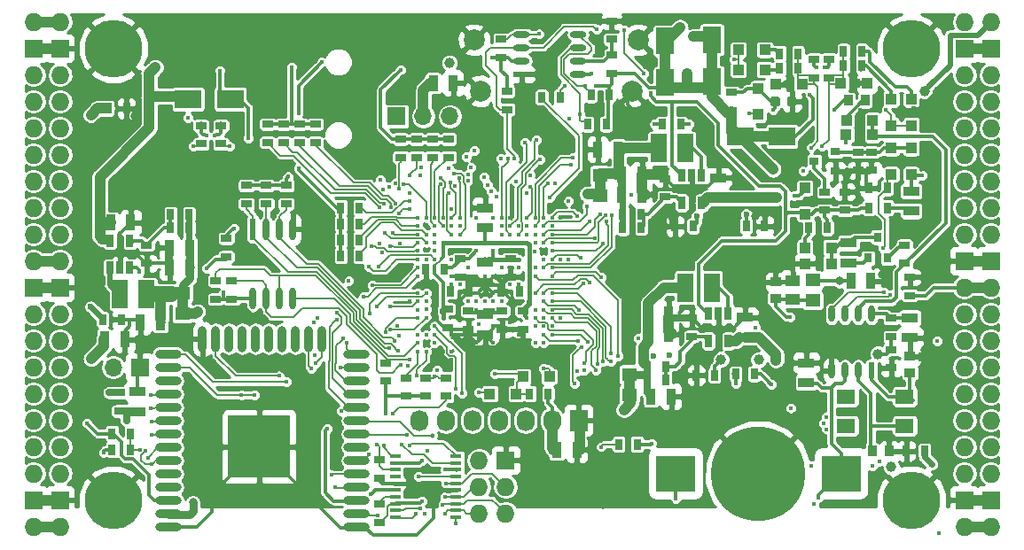
<source format=gbl>
G04 #@! TF.GenerationSoftware,KiCad,Pcbnew,5.0.0+dfsg1-1*
G04 #@! TF.CreationDate,2018-08-10T13:31:35+02:00*
G04 #@! TF.ProjectId,ulx3s,756C7833732E6B696361645F70636200,rev?*
G04 #@! TF.SameCoordinates,Original*
G04 #@! TF.FileFunction,Copper,L4,Bot,Signal*
G04 #@! TF.FilePolarity,Positive*
%FSLAX46Y46*%
G04 Gerber Fmt 4.6, Leading zero omitted, Abs format (unit mm)*
G04 Created by KiCad (PCBNEW 5.0.0+dfsg1-1) date Fri Aug 10 13:31:35 2018*
%MOMM*%
%LPD*%
G01*
G04 APERTURE LIST*
G04 #@! TA.AperFunction,EtchedComponent*
%ADD10C,1.000000*%
G04 #@! TD*
G04 #@! TA.AperFunction,ComponentPad*
%ADD11C,2.000000*%
G04 #@! TD*
G04 #@! TA.AperFunction,SMDPad,CuDef*
%ADD12O,2.500000X0.900000*%
G04 #@! TD*
G04 #@! TA.AperFunction,SMDPad,CuDef*
%ADD13O,0.900000X2.500000*%
G04 #@! TD*
G04 #@! TA.AperFunction,SMDPad,CuDef*
%ADD14R,6.000000X6.000000*%
G04 #@! TD*
G04 #@! TA.AperFunction,SMDPad,CuDef*
%ADD15R,0.670000X1.000000*%
G04 #@! TD*
G04 #@! TA.AperFunction,SMDPad,CuDef*
%ADD16R,1.400000X1.295000*%
G04 #@! TD*
G04 #@! TA.AperFunction,SMDPad,CuDef*
%ADD17R,2.500000X1.800000*%
G04 #@! TD*
G04 #@! TA.AperFunction,SMDPad,CuDef*
%ADD18R,1.800000X2.500000*%
G04 #@! TD*
G04 #@! TA.AperFunction,SMDPad,CuDef*
%ADD19R,3.700000X3.500000*%
G04 #@! TD*
G04 #@! TA.AperFunction,BGAPad,CuDef*
%ADD20C,9.000000*%
G04 #@! TD*
G04 #@! TA.AperFunction,SMDPad,CuDef*
%ADD21R,1.550000X0.600000*%
G04 #@! TD*
G04 #@! TA.AperFunction,SMDPad,CuDef*
%ADD22O,1.550000X0.600000*%
G04 #@! TD*
G04 #@! TA.AperFunction,SMDPad,CuDef*
%ADD23R,0.600000X2.100000*%
G04 #@! TD*
G04 #@! TA.AperFunction,SMDPad,CuDef*
%ADD24O,0.600000X2.100000*%
G04 #@! TD*
G04 #@! TA.AperFunction,SMDPad,CuDef*
%ADD25R,0.600000X1.550000*%
G04 #@! TD*
G04 #@! TA.AperFunction,SMDPad,CuDef*
%ADD26O,0.600000X1.550000*%
G04 #@! TD*
G04 #@! TA.AperFunction,SMDPad,CuDef*
%ADD27R,1.000000X0.400000*%
G04 #@! TD*
G04 #@! TA.AperFunction,SMDPad,CuDef*
%ADD28R,0.700000X1.200000*%
G04 #@! TD*
G04 #@! TA.AperFunction,ComponentPad*
%ADD29O,1.727200X1.727200*%
G04 #@! TD*
G04 #@! TA.AperFunction,ComponentPad*
%ADD30R,1.727200X1.727200*%
G04 #@! TD*
G04 #@! TA.AperFunction,ComponentPad*
%ADD31C,5.500000*%
G04 #@! TD*
G04 #@! TA.AperFunction,ComponentPad*
%ADD32R,1.727200X2.032000*%
G04 #@! TD*
G04 #@! TA.AperFunction,ComponentPad*
%ADD33O,1.727200X2.032000*%
G04 #@! TD*
G04 #@! TA.AperFunction,SMDPad,CuDef*
%ADD34R,1.800000X1.400000*%
G04 #@! TD*
G04 #@! TA.AperFunction,SMDPad,CuDef*
%ADD35R,0.970000X1.500000*%
G04 #@! TD*
G04 #@! TA.AperFunction,SMDPad,CuDef*
%ADD36R,1.500000X0.970000*%
G04 #@! TD*
G04 #@! TA.AperFunction,SMDPad,CuDef*
%ADD37R,1.000000X0.670000*%
G04 #@! TD*
G04 #@! TA.AperFunction,SMDPad,CuDef*
%ADD38R,1.000000X1.000000*%
G04 #@! TD*
G04 #@! TA.AperFunction,BGAPad,CuDef*
%ADD39C,0.300000*%
G04 #@! TD*
G04 #@! TA.AperFunction,ComponentPad*
%ADD40R,1.700000X1.700000*%
G04 #@! TD*
G04 #@! TA.AperFunction,ComponentPad*
%ADD41O,1.700000X1.700000*%
G04 #@! TD*
G04 #@! TA.AperFunction,SMDPad,CuDef*
%ADD42R,1.500000X2.700000*%
G04 #@! TD*
G04 #@! TA.AperFunction,SMDPad,CuDef*
%ADD43R,0.800000X0.900000*%
G04 #@! TD*
G04 #@! TA.AperFunction,SMDPad,CuDef*
%ADD44R,0.900000X0.800000*%
G04 #@! TD*
G04 #@! TA.AperFunction,SMDPad,CuDef*
%ADD45R,0.820000X1.000000*%
G04 #@! TD*
G04 #@! TA.AperFunction,SMDPad,CuDef*
%ADD46R,1.000000X0.820000*%
G04 #@! TD*
G04 #@! TA.AperFunction,SMDPad,CuDef*
%ADD47R,1.400000X1.120000*%
G04 #@! TD*
G04 #@! TA.AperFunction,Conductor*
%ADD48C,0.100000*%
G04 #@! TD*
G04 #@! TA.AperFunction,SMDPad,CuDef*
%ADD49C,0.875000*%
G04 #@! TD*
G04 #@! TA.AperFunction,ViaPad*
%ADD50C,2.000000*%
G04 #@! TD*
G04 #@! TA.AperFunction,ViaPad*
%ADD51C,0.419000*%
G04 #@! TD*
G04 #@! TA.AperFunction,ViaPad*
%ADD52C,0.600000*%
G04 #@! TD*
G04 #@! TA.AperFunction,ViaPad*
%ADD53C,1.000000*%
G04 #@! TD*
G04 #@! TA.AperFunction,ViaPad*
%ADD54C,0.800000*%
G04 #@! TD*
G04 #@! TA.AperFunction,ViaPad*
%ADD55C,0.700000*%
G04 #@! TD*
G04 #@! TA.AperFunction,ViaPad*
%ADD56C,0.454000*%
G04 #@! TD*
G04 #@! TA.AperFunction,Conductor*
%ADD57C,0.300000*%
G04 #@! TD*
G04 #@! TA.AperFunction,Conductor*
%ADD58C,0.500000*%
G04 #@! TD*
G04 #@! TA.AperFunction,Conductor*
%ADD59C,1.000000*%
G04 #@! TD*
G04 #@! TA.AperFunction,Conductor*
%ADD60C,0.700000*%
G04 #@! TD*
G04 #@! TA.AperFunction,Conductor*
%ADD61C,0.127000*%
G04 #@! TD*
G04 #@! TA.AperFunction,Conductor*
%ADD62C,0.400000*%
G04 #@! TD*
G04 #@! TA.AperFunction,Conductor*
%ADD63C,0.800000*%
G04 #@! TD*
G04 #@! TA.AperFunction,Conductor*
%ADD64C,0.600000*%
G04 #@! TD*
G04 #@! TA.AperFunction,Conductor*
%ADD65C,0.200000*%
G04 #@! TD*
G04 #@! TA.AperFunction,Conductor*
%ADD66C,0.190000*%
G04 #@! TD*
G04 #@! TA.AperFunction,Conductor*
%ADD67C,1.500000*%
G04 #@! TD*
G04 #@! TA.AperFunction,Conductor*
%ADD68C,0.254000*%
G04 #@! TD*
G04 APERTURE END LIST*
D10*
G04 #@! TO.C,RP3*
X149472000Y-77311000D02*
X149472000Y-79311000D01*
G04 #@! TO.C,RP2*
X109609000Y-88632000D02*
X109609000Y-90632000D01*
G04 #@! TO.C,RP1*
X152281000Y-96361000D02*
X152281000Y-98361000D01*
G04 #@! TO.C,RD9*
X166854000Y-73630000D02*
X162854000Y-73630000D01*
G04 #@! TO.C,RD52*
X160155000Y-64391000D02*
X160155000Y-68391000D01*
G04 #@! TO.C,RD51*
X155710000Y-68518000D02*
X155710000Y-64518000D01*
G04 #@! TD*
D11*
G04 #@! TO.P,GPDI1,0*
G04 #@! TO.N,GND*
X152546000Y-69312000D03*
X138046000Y-69312000D03*
X153146000Y-64412000D03*
X137446000Y-64412000D03*
G04 #@! TD*
D12*
G04 #@! TO.P,U9,38*
G04 #@! TO.N,GND*
X126230000Y-111000000D03*
G04 #@! TO.P,U9,37*
G04 #@! TO.N,JTAG_TDI*
X126230000Y-109730000D03*
G04 #@! TO.P,U9,36*
G04 #@! TO.N,PROG_DONE*
X126230000Y-108460000D03*
G04 #@! TO.P,U9,35*
G04 #@! TO.N,WIFI_TXD*
X126230000Y-107190000D03*
G04 #@! TO.P,U9,34*
G04 #@! TO.N,WIFI_RXD*
X126230000Y-105920000D03*
G04 #@! TO.P,U9,33*
G04 #@! TO.N,JTAG_TMS*
X126230000Y-104650000D03*
G04 #@! TO.P,U9,32*
G04 #@! TO.N,N/C*
X126230000Y-103380000D03*
G04 #@! TO.P,U9,31*
G04 #@! TO.N,JTAG_TDO*
X126230000Y-102110000D03*
G04 #@! TO.P,U9,30*
G04 #@! TO.N,JTAG_TCK*
X126230000Y-100840000D03*
G04 #@! TO.P,U9,29*
G04 #@! TO.N,WIFI_GPIO5*
X126230000Y-99570000D03*
G04 #@! TO.P,U9,28*
G04 #@! TO.N,WIFI_GPIO17*
X126230000Y-98300000D03*
G04 #@! TO.P,U9,27*
G04 #@! TO.N,WIFI_GPIO16*
X126230000Y-97030000D03*
G04 #@! TO.P,U9,26*
G04 #@! TO.N,SD_D1*
X126230000Y-95760000D03*
G04 #@! TO.P,U9,25*
G04 #@! TO.N,WIFI_GPIO0*
X126230000Y-94490000D03*
D13*
G04 #@! TO.P,U9,24*
G04 #@! TO.N,SD_D0*
X122945000Y-93000000D03*
G04 #@! TO.P,U9,23*
G04 #@! TO.N,SD_CMD*
X121675000Y-93000000D03*
G04 #@! TO.P,U9,22*
G04 #@! TO.N,N/C*
X120405000Y-93000000D03*
G04 #@! TO.P,U9,21*
X119135000Y-93000000D03*
G04 #@! TO.P,U9,20*
X117865000Y-93000000D03*
G04 #@! TO.P,U9,19*
X116595000Y-93000000D03*
G04 #@! TO.P,U9,18*
X115325000Y-93000000D03*
G04 #@! TO.P,U9,17*
X114055000Y-93000000D03*
G04 #@! TO.P,U9,16*
G04 #@! TO.N,SD_D3*
X112785000Y-93000000D03*
G04 #@! TO.P,U9,15*
G04 #@! TO.N,GND*
X111515000Y-93000000D03*
D12*
G04 #@! TO.P,U9,14*
G04 #@! TO.N,SD_D2*
X108230000Y-94490000D03*
G04 #@! TO.P,U9,13*
G04 #@! TO.N,SD_CLK*
X108230000Y-95760000D03*
G04 #@! TO.P,U9,12*
G04 #@! TO.N,N/C*
X108230000Y-97030000D03*
G04 #@! TO.P,U9,11*
G04 #@! TO.N,GP11*
X108230000Y-98300000D03*
G04 #@! TO.P,U9,10*
G04 #@! TO.N,GN11*
X108230000Y-99570000D03*
G04 #@! TO.P,U9,9*
G04 #@! TO.N,GP12*
X108230000Y-100840000D03*
G04 #@! TO.P,U9,8*
G04 #@! TO.N,GN12*
X108230000Y-102110000D03*
G04 #@! TO.P,U9,7*
G04 #@! TO.N,GP13*
X108230000Y-103380000D03*
G04 #@! TO.P,U9,6*
G04 #@! TO.N,GN13*
X108230000Y-104650000D03*
G04 #@! TO.P,U9,5*
G04 #@! TO.N,N/C*
X108230000Y-105920000D03*
G04 #@! TO.P,U9,4*
X108230000Y-107190000D03*
G04 #@! TO.P,U9,3*
G04 #@! TO.N,/wifi/WIFIEN*
X108230000Y-108460000D03*
G04 #@! TO.P,U9,2*
G04 #@! TO.N,+3V3*
X108230000Y-109730000D03*
G04 #@! TO.P,U9,1*
G04 #@! TO.N,GND*
X108230000Y-111000000D03*
D14*
G04 #@! TO.P,U9,39*
X116930000Y-103300000D03*
G04 #@! TD*
D15*
G04 #@! TO.P,C49,2*
G04 #@! TO.N,GND*
X103738000Y-91156000D03*
G04 #@! TO.P,C49,1*
G04 #@! TO.N,2V5_3V3*
X101988000Y-91156000D03*
G04 #@! TD*
D16*
G04 #@! TO.P,RP3,2*
G04 #@! TO.N,+3V3*
X149472000Y-79278500D03*
G04 #@! TO.P,RP3,1*
G04 #@! TO.N,/power/P3V3*
X149472000Y-77343500D03*
G04 #@! TD*
G04 #@! TO.P,RP2,2*
G04 #@! TO.N,+2V5*
X109609000Y-90599500D03*
G04 #@! TO.P,RP2,1*
G04 #@! TO.N,/power/P2V5*
X109609000Y-88664500D03*
G04 #@! TD*
G04 #@! TO.P,RP1,2*
G04 #@! TO.N,+1V1*
X152281000Y-98328500D03*
G04 #@! TO.P,RP1,1*
G04 #@! TO.N,/power/P1V1*
X152281000Y-96393500D03*
G04 #@! TD*
D17*
G04 #@! TO.P,RD9,2*
G04 #@! TO.N,+5V*
X162854000Y-73630000D03*
G04 #@! TO.P,RD9,1*
G04 #@! TO.N,/usb/US2VBUS*
X166854000Y-73630000D03*
G04 #@! TD*
D18*
G04 #@! TO.P,RD52,2*
G04 #@! TO.N,+5V*
X160155000Y-68391000D03*
G04 #@! TO.P,RD52,1*
G04 #@! TO.N,/gpio/OUT5V*
X160155000Y-64391000D03*
G04 #@! TD*
G04 #@! TO.P,RD51,2*
G04 #@! TO.N,/gpio/IN5V*
X155710000Y-64518000D03*
G04 #@! TO.P,RD51,1*
G04 #@! TO.N,+5V*
X155710000Y-68518000D03*
G04 #@! TD*
D19*
G04 #@! TO.P,BAT1,1*
G04 #@! TO.N,/power/VBAT*
X172485000Y-105870000D03*
X156685000Y-105870000D03*
D20*
G04 #@! TO.P,BAT1,2*
G04 #@! TO.N,GND*
X164585000Y-105870000D03*
G04 #@! TD*
D21*
G04 #@! TO.P,U11,1*
G04 #@! TO.N,GND*
X141980000Y-67706500D03*
D22*
G04 #@! TO.P,U11,2*
G04 #@! TO.N,+2V5*
X141980000Y-66436500D03*
G04 #@! TO.P,U11,3*
G04 #@! TO.N,FPDI_SCL*
X141980000Y-65166500D03*
G04 #@! TO.P,U11,4*
G04 #@! TO.N,FPDI_SDA*
X141980000Y-63896500D03*
G04 #@! TO.P,U11,5*
G04 #@! TO.N,GPDI_SDA*
X147380000Y-63896500D03*
G04 #@! TO.P,U11,6*
G04 #@! TO.N,GPDI_SCL*
X147380000Y-65166500D03*
G04 #@! TO.P,U11,7*
G04 #@! TO.N,/gpdi/VREF2*
X147380000Y-66436500D03*
G04 #@! TO.P,U11,8*
G04 #@! TO.N,+3V3*
X147380000Y-67706500D03*
G04 #@! TD*
D23*
G04 #@! TO.P,U10,1*
G04 #@! TO.N,/flash/FLASH_nCS*
X116340000Y-82520000D03*
D24*
G04 #@! TO.P,U10,2*
G04 #@! TO.N,/flash/FLASH_MISO*
X117610000Y-82520000D03*
G04 #@! TO.P,U10,3*
G04 #@! TO.N,/flash/FLASH_nWP*
X118880000Y-82520000D03*
G04 #@! TO.P,U10,4*
G04 #@! TO.N,GND*
X120150000Y-82520000D03*
G04 #@! TO.P,U10,5*
G04 #@! TO.N,/flash/FLASH_MOSI*
X120150000Y-89124000D03*
G04 #@! TO.P,U10,6*
G04 #@! TO.N,/flash/FLASH_SCK*
X118880000Y-89124000D03*
G04 #@! TO.P,U10,7*
G04 #@! TO.N,/flash/FLASH_nHOLD*
X117610000Y-89124000D03*
G04 #@! TO.P,U10,8*
G04 #@! TO.N,+3V3*
X116340000Y-89124000D03*
G04 #@! TD*
D25*
G04 #@! TO.P,U7,1*
G04 #@! TO.N,/power/OSCI_32k*
X175395000Y-96015000D03*
D26*
G04 #@! TO.P,U7,2*
G04 #@! TO.N,/power/OSCO_32k*
X174125000Y-96015000D03*
G04 #@! TO.P,U7,3*
G04 #@! TO.N,/power/VBAT*
X172855000Y-96015000D03*
G04 #@! TO.P,U7,4*
G04 #@! TO.N,GND*
X171585000Y-96015000D03*
G04 #@! TO.P,U7,5*
G04 #@! TO.N,FPDI_SDA*
X171585000Y-90615000D03*
G04 #@! TO.P,U7,6*
G04 #@! TO.N,FPDI_SCL*
X172855000Y-90615000D03*
G04 #@! TO.P,U7,7*
G04 #@! TO.N,/power/WAKEUPn*
X174125000Y-90615000D03*
G04 #@! TO.P,U7,8*
G04 #@! TO.N,/power/RTCVDD*
X175395000Y-90615000D03*
G04 #@! TD*
D27*
G04 #@! TO.P,U6,20*
G04 #@! TO.N,FTDI_TXD*
X129935000Y-104215000D03*
G04 #@! TO.P,U6,19*
G04 #@! TO.N,FTDI_nSLEEP*
X129935000Y-104865000D03*
G04 #@! TO.P,U6,18*
G04 #@! TO.N,FTDI_TXDEN*
X129935000Y-105515000D03*
G04 #@! TO.P,U6,17*
G04 #@! TO.N,N/C*
X129935000Y-106165000D03*
G04 #@! TO.P,U6,16*
G04 #@! TO.N,GND*
X129935000Y-106815000D03*
G04 #@! TO.P,U6,15*
G04 #@! TO.N,USB5V*
X129935000Y-107465000D03*
G04 #@! TO.P,U6,14*
G04 #@! TO.N,nRESET*
X129935000Y-108115000D03*
G04 #@! TO.P,U6,13*
G04 #@! TO.N,FT2V5*
X129935000Y-108765000D03*
G04 #@! TO.P,U6,12*
G04 #@! TO.N,USB_FTDI_D-*
X129935000Y-109415000D03*
G04 #@! TO.P,U6,11*
G04 #@! TO.N,USB_FTDI_D+*
X129935000Y-110065000D03*
G04 #@! TO.P,U6,10*
G04 #@! TO.N,FTDI_nTXLED*
X135735000Y-110065000D03*
G04 #@! TO.P,U6,9*
G04 #@! TO.N,JTAG_TDO*
X135735000Y-109415000D03*
G04 #@! TO.P,U6,8*
G04 #@! TO.N,JTAG_TMS*
X135735000Y-108765000D03*
G04 #@! TO.P,U6,7*
G04 #@! TO.N,JTAG_TCK*
X135735000Y-108115000D03*
G04 #@! TO.P,U6,6*
G04 #@! TO.N,GND*
X135735000Y-107465000D03*
G04 #@! TO.P,U6,5*
G04 #@! TO.N,JTAG_TDI*
X135735000Y-106815000D03*
G04 #@! TO.P,U6,4*
G04 #@! TO.N,FTDI_RXD*
X135735000Y-106165000D03*
G04 #@! TO.P,U6,3*
G04 #@! TO.N,FT2V5*
X135735000Y-105515000D03*
G04 #@! TO.P,U6,2*
G04 #@! TO.N,FTDI_nRTS*
X135735000Y-104865000D03*
G04 #@! TO.P,U6,1*
G04 #@! TO.N,FTDI_nDTR*
X135735000Y-104215000D03*
G04 #@! TD*
D28*
G04 #@! TO.P,U5,1*
G04 #@! TO.N,/power/PWREN*
X157285000Y-77392000D03*
G04 #@! TO.P,U5,2*
G04 #@! TO.N,GND*
X158235000Y-77392000D03*
G04 #@! TO.P,U5,3*
G04 #@! TO.N,/power/L3*
X159185000Y-77392000D03*
G04 #@! TO.P,U5,4*
G04 #@! TO.N,+5V*
X159185000Y-79992000D03*
G04 #@! TO.P,U5,5*
G04 #@! TO.N,/power/FB3*
X157285000Y-79992000D03*
G04 #@! TD*
G04 #@! TO.P,U3,1*
G04 #@! TO.N,/power/PWREN*
X159825000Y-90600000D03*
G04 #@! TO.P,U3,2*
G04 #@! TO.N,GND*
X160775000Y-90600000D03*
G04 #@! TO.P,U3,3*
G04 #@! TO.N,/power/L1*
X161725000Y-90600000D03*
G04 #@! TO.P,U3,4*
G04 #@! TO.N,+5V*
X161725000Y-93200000D03*
G04 #@! TO.P,U3,5*
G04 #@! TO.N,/power/FB1*
X159825000Y-93200000D03*
G04 #@! TD*
G04 #@! TO.P,U4,1*
G04 #@! TO.N,/power/PWREN*
X104575000Y-86215000D03*
G04 #@! TO.P,U4,2*
G04 #@! TO.N,GND*
X103625000Y-86215000D03*
G04 #@! TO.P,U4,3*
G04 #@! TO.N,/power/L2*
X102675000Y-86215000D03*
G04 #@! TO.P,U4,4*
G04 #@! TO.N,+5V*
X102675000Y-83615000D03*
G04 #@! TO.P,U4,5*
G04 #@! TO.N,/power/FB2*
X104575000Y-83615000D03*
G04 #@! TD*
D29*
G04 #@! TO.P,J1,1*
G04 #@! TO.N,2V5_3V3*
X97910000Y-62690000D03*
G04 #@! TO.P,J1,2*
X95370000Y-62690000D03*
D30*
G04 #@! TO.P,J1,3*
G04 #@! TO.N,GND*
X97910000Y-65230000D03*
G04 #@! TO.P,J1,4*
X95370000Y-65230000D03*
D29*
G04 #@! TO.P,J1,5*
G04 #@! TO.N,GN0*
X97910000Y-67770000D03*
G04 #@! TO.P,J1,6*
G04 #@! TO.N,GP0*
X95370000Y-67770000D03*
G04 #@! TO.P,J1,7*
G04 #@! TO.N,GN1*
X97910000Y-70310000D03*
G04 #@! TO.P,J1,8*
G04 #@! TO.N,GP1*
X95370000Y-70310000D03*
G04 #@! TO.P,J1,9*
G04 #@! TO.N,GN2*
X97910000Y-72850000D03*
G04 #@! TO.P,J1,10*
G04 #@! TO.N,GP2*
X95370000Y-72850000D03*
G04 #@! TO.P,J1,11*
G04 #@! TO.N,GN3*
X97910000Y-75390000D03*
G04 #@! TO.P,J1,12*
G04 #@! TO.N,GP3*
X95370000Y-75390000D03*
G04 #@! TO.P,J1,13*
G04 #@! TO.N,GN4*
X97910000Y-77930000D03*
G04 #@! TO.P,J1,14*
G04 #@! TO.N,GP4*
X95370000Y-77930000D03*
G04 #@! TO.P,J1,15*
G04 #@! TO.N,GN5*
X97910000Y-80470000D03*
G04 #@! TO.P,J1,16*
G04 #@! TO.N,GP5*
X95370000Y-80470000D03*
G04 #@! TO.P,J1,17*
G04 #@! TO.N,GN6*
X97910000Y-83010000D03*
G04 #@! TO.P,J1,18*
G04 #@! TO.N,GP6*
X95370000Y-83010000D03*
G04 #@! TO.P,J1,19*
G04 #@! TO.N,2V5_3V3*
X97910000Y-85550000D03*
G04 #@! TO.P,J1,20*
X95370000Y-85550000D03*
D30*
G04 #@! TO.P,J1,21*
G04 #@! TO.N,GND*
X97910000Y-88090000D03*
G04 #@! TO.P,J1,22*
X95370000Y-88090000D03*
D29*
G04 #@! TO.P,J1,23*
G04 #@! TO.N,GN7*
X97910000Y-90630000D03*
G04 #@! TO.P,J1,24*
G04 #@! TO.N,GP7*
X95370000Y-90630000D03*
G04 #@! TO.P,J1,25*
G04 #@! TO.N,GN8*
X97910000Y-93170000D03*
G04 #@! TO.P,J1,26*
G04 #@! TO.N,GP8*
X95370000Y-93170000D03*
G04 #@! TO.P,J1,27*
G04 #@! TO.N,GN9*
X97910000Y-95710000D03*
G04 #@! TO.P,J1,28*
G04 #@! TO.N,GP9*
X95370000Y-95710000D03*
G04 #@! TO.P,J1,29*
G04 #@! TO.N,GN10*
X97910000Y-98250000D03*
G04 #@! TO.P,J1,30*
G04 #@! TO.N,GP10*
X95370000Y-98250000D03*
G04 #@! TO.P,J1,31*
G04 #@! TO.N,GN11*
X97910000Y-100790000D03*
G04 #@! TO.P,J1,32*
G04 #@! TO.N,GP11*
X95370000Y-100790000D03*
G04 #@! TO.P,J1,33*
G04 #@! TO.N,GN12*
X97910000Y-103330000D03*
G04 #@! TO.P,J1,34*
G04 #@! TO.N,GP12*
X95370000Y-103330000D03*
G04 #@! TO.P,J1,35*
G04 #@! TO.N,GN13*
X97910000Y-105870000D03*
G04 #@! TO.P,J1,36*
G04 #@! TO.N,GP13*
X95370000Y-105870000D03*
D30*
G04 #@! TO.P,J1,37*
G04 #@! TO.N,GND*
X97910000Y-108410000D03*
G04 #@! TO.P,J1,38*
X95370000Y-108410000D03*
D29*
G04 #@! TO.P,J1,39*
G04 #@! TO.N,2V5_3V3*
X97910000Y-110950000D03*
G04 #@! TO.P,J1,40*
X95370000Y-110950000D03*
G04 #@! TD*
G04 #@! TO.P,J2,1*
G04 #@! TO.N,+3V3*
X184270000Y-110950000D03*
G04 #@! TO.P,J2,2*
X186810000Y-110950000D03*
D30*
G04 #@! TO.P,J2,3*
G04 #@! TO.N,GND*
X184270000Y-108410000D03*
G04 #@! TO.P,J2,4*
X186810000Y-108410000D03*
D29*
G04 #@! TO.P,J2,5*
G04 #@! TO.N,GN14*
X184270000Y-105870000D03*
G04 #@! TO.P,J2,6*
G04 #@! TO.N,GP14*
X186810000Y-105870000D03*
G04 #@! TO.P,J2,7*
G04 #@! TO.N,GN15*
X184270000Y-103330000D03*
G04 #@! TO.P,J2,8*
G04 #@! TO.N,GP15*
X186810000Y-103330000D03*
G04 #@! TO.P,J2,9*
G04 #@! TO.N,GN16*
X184270000Y-100790000D03*
G04 #@! TO.P,J2,10*
G04 #@! TO.N,GP16*
X186810000Y-100790000D03*
G04 #@! TO.P,J2,11*
G04 #@! TO.N,GN17*
X184270000Y-98250000D03*
G04 #@! TO.P,J2,12*
G04 #@! TO.N,GP17*
X186810000Y-98250000D03*
G04 #@! TO.P,J2,13*
G04 #@! TO.N,GN18*
X184270000Y-95710000D03*
G04 #@! TO.P,J2,14*
G04 #@! TO.N,GP18*
X186810000Y-95710000D03*
G04 #@! TO.P,J2,15*
G04 #@! TO.N,GN19*
X184270000Y-93170000D03*
G04 #@! TO.P,J2,16*
G04 #@! TO.N,GP19*
X186810000Y-93170000D03*
G04 #@! TO.P,J2,17*
G04 #@! TO.N,GN20*
X184270000Y-90630000D03*
G04 #@! TO.P,J2,18*
G04 #@! TO.N,GP20*
X186810000Y-90630000D03*
G04 #@! TO.P,J2,19*
G04 #@! TO.N,+3V3*
X184270000Y-88090000D03*
G04 #@! TO.P,J2,20*
X186810000Y-88090000D03*
D30*
G04 #@! TO.P,J2,21*
G04 #@! TO.N,GND*
X184270000Y-85550000D03*
G04 #@! TO.P,J2,22*
X186810000Y-85550000D03*
D29*
G04 #@! TO.P,J2,23*
G04 #@! TO.N,GN21*
X184270000Y-83010000D03*
G04 #@! TO.P,J2,24*
G04 #@! TO.N,GP21*
X186810000Y-83010000D03*
G04 #@! TO.P,J2,25*
G04 #@! TO.N,GN22*
X184270000Y-80470000D03*
G04 #@! TO.P,J2,26*
G04 #@! TO.N,GP22*
X186810000Y-80470000D03*
G04 #@! TO.P,J2,27*
G04 #@! TO.N,GN23*
X184270000Y-77930000D03*
G04 #@! TO.P,J2,28*
G04 #@! TO.N,GP23*
X186810000Y-77930000D03*
G04 #@! TO.P,J2,29*
G04 #@! TO.N,GN24*
X184270000Y-75390000D03*
G04 #@! TO.P,J2,30*
G04 #@! TO.N,GP24*
X186810000Y-75390000D03*
G04 #@! TO.P,J2,31*
G04 #@! TO.N,GN25*
X184270000Y-72850000D03*
G04 #@! TO.P,J2,32*
G04 #@! TO.N,GP25*
X186810000Y-72850000D03*
G04 #@! TO.P,J2,33*
G04 #@! TO.N,GN26*
X184270000Y-70310000D03*
G04 #@! TO.P,J2,34*
G04 #@! TO.N,GP26*
X186810000Y-70310000D03*
G04 #@! TO.P,J2,35*
G04 #@! TO.N,GN27*
X184270000Y-67770000D03*
G04 #@! TO.P,J2,36*
G04 #@! TO.N,GP27*
X186810000Y-67770000D03*
D30*
G04 #@! TO.P,J2,37*
G04 #@! TO.N,GND*
X184270000Y-65230000D03*
G04 #@! TO.P,J2,38*
X186810000Y-65230000D03*
D29*
G04 #@! TO.P,J2,39*
G04 #@! TO.N,/gpio/IN5V*
X184270000Y-62690000D03*
G04 #@! TO.P,J2,40*
G04 #@! TO.N,/gpio/OUT5V*
X186810000Y-62690000D03*
G04 #@! TD*
D31*
G04 #@! TO.P,H1,1*
G04 #@! TO.N,GND*
X102990000Y-108410000D03*
G04 #@! TD*
G04 #@! TO.P,H2,1*
G04 #@! TO.N,GND*
X179190000Y-108410000D03*
G04 #@! TD*
G04 #@! TO.P,H3,1*
G04 #@! TO.N,GND*
X179190000Y-65230000D03*
G04 #@! TD*
G04 #@! TO.P,H4,1*
G04 #@! TO.N,GND*
X102990000Y-65230000D03*
G04 #@! TD*
D30*
G04 #@! TO.P,J4,1*
G04 #@! TO.N,GND*
X140455000Y-104600000D03*
D29*
G04 #@! TO.P,J4,2*
G04 #@! TO.N,+3V3*
X137915000Y-104600000D03*
G04 #@! TO.P,J4,3*
G04 #@! TO.N,JTAG_TDI*
X140455000Y-107140000D03*
G04 #@! TO.P,J4,4*
G04 #@! TO.N,JTAG_TCK*
X137915000Y-107140000D03*
G04 #@! TO.P,J4,5*
G04 #@! TO.N,JTAG_TMS*
X140455000Y-109680000D03*
G04 #@! TO.P,J4,6*
G04 #@! TO.N,JTAG_TDO*
X137915000Y-109680000D03*
G04 #@! TD*
D32*
G04 #@! TO.P,OLED1,1*
G04 #@! TO.N,GND*
X147440000Y-100790000D03*
D33*
G04 #@! TO.P,OLED1,2*
G04 #@! TO.N,+3V3*
X144900000Y-100790000D03*
G04 #@! TO.P,OLED1,3*
G04 #@! TO.N,OLED_CLK*
X142360000Y-100790000D03*
G04 #@! TO.P,OLED1,4*
G04 #@! TO.N,OLED_MOSI*
X139820000Y-100790000D03*
G04 #@! TO.P,OLED1,5*
G04 #@! TO.N,OLED_RES*
X137280000Y-100790000D03*
G04 #@! TO.P,OLED1,6*
G04 #@! TO.N,OLED_DC*
X134740000Y-100790000D03*
G04 #@! TO.P,OLED1,7*
G04 #@! TO.N,OLED_CS*
X132200000Y-100790000D03*
G04 #@! TD*
D34*
G04 #@! TO.P,Y2,4*
G04 #@! TO.N,/power/OSCI_32k*
X178576000Y-98522000D03*
G04 #@! TO.P,Y2,3*
G04 #@! TO.N,N/C*
X172976000Y-98522000D03*
G04 #@! TO.P,Y2,2*
X172976000Y-101322000D03*
G04 #@! TO.P,Y2,1*
G04 #@! TO.N,/power/OSCO_32k*
X178576000Y-101322000D03*
G04 #@! TD*
D35*
G04 #@! TO.P,C47,1*
G04 #@! TO.N,2V5_3V3*
X133546000Y-68550000D03*
G04 #@! TO.P,C47,2*
G04 #@! TO.N,GND*
X135456000Y-68550000D03*
G04 #@! TD*
G04 #@! TO.P,C1,1*
G04 #@! TO.N,+5V*
X102748500Y-81885000D03*
G04 #@! TO.P,C1,2*
G04 #@! TO.N,GND*
X104658500Y-81885000D03*
G04 #@! TD*
D15*
G04 #@! TO.P,C2,1*
G04 #@! TO.N,/power/P1V1*
X153985000Y-96910000D03*
G04 #@! TO.P,C2,2*
G04 #@! TO.N,/power/FB1*
X155735000Y-96910000D03*
G04 #@! TD*
D35*
G04 #@! TO.P,C3,2*
G04 #@! TO.N,GND*
X156015000Y-90630000D03*
G04 #@! TO.P,C3,1*
G04 #@! TO.N,/power/P1V1*
X154105000Y-90630000D03*
G04 #@! TD*
G04 #@! TO.P,C4,1*
G04 #@! TO.N,/power/P1V1*
X154105000Y-92535000D03*
G04 #@! TO.P,C4,2*
G04 #@! TO.N,GND*
X156015000Y-92535000D03*
G04 #@! TD*
D36*
G04 #@! TO.P,C5,2*
G04 #@! TO.N,GND*
X163315000Y-90945000D03*
G04 #@! TO.P,C5,1*
G04 #@! TO.N,+5V*
X163315000Y-92855000D03*
G04 #@! TD*
D15*
G04 #@! TO.P,C6,1*
G04 #@! TO.N,/power/P3V3*
X151645000Y-82375000D03*
G04 #@! TO.P,C6,2*
G04 #@! TO.N,/power/FB3*
X153395000Y-82375000D03*
G04 #@! TD*
D35*
G04 #@! TO.P,C7,2*
G04 #@! TO.N,GND*
X153475000Y-79200000D03*
G04 #@! TO.P,C7,1*
G04 #@! TO.N,/power/P3V3*
X151565000Y-79200000D03*
G04 #@! TD*
G04 #@! TO.P,C8,2*
G04 #@! TO.N,GND*
X153475000Y-77295000D03*
G04 #@! TO.P,C8,1*
G04 #@! TO.N,/power/P3V3*
X151565000Y-77295000D03*
G04 #@! TD*
D36*
G04 #@! TO.P,C9,1*
G04 #@! TO.N,+5V*
X160775000Y-79520000D03*
G04 #@! TO.P,C9,2*
G04 #@! TO.N,GND*
X160775000Y-77610000D03*
G04 #@! TD*
D15*
G04 #@! TO.P,C10,2*
G04 #@! TO.N,/power/FB2*
X108465000Y-81105000D03*
G04 #@! TO.P,C10,1*
G04 #@! TO.N,/power/P2V5*
X110215000Y-81105000D03*
G04 #@! TD*
D35*
G04 #@! TO.P,C11,2*
G04 #@! TO.N,GND*
X108385000Y-84280000D03*
G04 #@! TO.P,C11,1*
G04 #@! TO.N,/power/P2V5*
X110295000Y-84280000D03*
G04 #@! TD*
G04 #@! TO.P,C12,1*
G04 #@! TO.N,/power/P2V5*
X110295000Y-86185000D03*
G04 #@! TO.P,C12,2*
G04 #@! TO.N,GND*
X108385000Y-86185000D03*
G04 #@! TD*
D36*
G04 #@! TO.P,C13,2*
G04 #@! TO.N,/power/WKUP*
X173221000Y-83833000D03*
G04 #@! TO.P,C13,1*
G04 #@! TO.N,+5V*
X173221000Y-85743000D03*
G04 #@! TD*
D37*
G04 #@! TO.P,C14,2*
G04 #@! TO.N,GND*
X175380000Y-76900000D03*
G04 #@! TO.P,C14,1*
G04 #@! TO.N,/power/SHUT*
X175380000Y-75150000D03*
G04 #@! TD*
D36*
G04 #@! TO.P,C15,1*
G04 #@! TO.N,/sdcard/SD3V3*
X105276000Y-99967000D03*
G04 #@! TO.P,C15,2*
G04 #@! TO.N,GND*
X105276000Y-98057000D03*
G04 #@! TD*
D35*
G04 #@! TO.P,C16,1*
G04 #@! TO.N,+3V3*
X173424000Y-87473000D03*
G04 #@! TO.P,C16,2*
G04 #@! TO.N,GND*
X175334000Y-87473000D03*
G04 #@! TD*
D36*
G04 #@! TO.P,C17,1*
G04 #@! TO.N,+1V1*
X138500000Y-90665000D03*
G04 #@! TO.P,C17,2*
G04 #@! TO.N,GND*
X138500000Y-92575000D03*
G04 #@! TD*
D37*
G04 #@! TO.P,C18,1*
G04 #@! TO.N,/gpdi/VREF2*
X150589600Y-64359000D03*
G04 #@! TO.P,C18,2*
G04 #@! TO.N,GND*
X150589600Y-62609000D03*
G04 #@! TD*
D36*
G04 #@! TO.P,C19,1*
G04 #@! TO.N,+2V5*
X138500000Y-82375000D03*
G04 #@! TO.P,C19,2*
G04 #@! TO.N,GND*
X138500000Y-80465000D03*
G04 #@! TD*
G04 #@! TO.P,C20,2*
G04 #@! TO.N,GND*
X138500000Y-87575000D03*
G04 #@! TO.P,C20,1*
G04 #@! TO.N,+3V3*
X138500000Y-85665000D03*
G04 #@! TD*
D35*
G04 #@! TO.P,C21,2*
G04 #@! TO.N,GND*
X104072000Y-93061000D03*
G04 #@! TO.P,C21,1*
G04 #@! TO.N,+3V3*
X102162000Y-93061000D03*
G04 #@! TD*
G04 #@! TO.P,C22,1*
G04 #@! TO.N,/power/P1V1*
X154359000Y-98504000D03*
G04 #@! TO.P,C22,2*
G04 #@! TO.N,GND*
X156269000Y-98504000D03*
G04 #@! TD*
G04 #@! TO.P,C23,2*
G04 #@! TO.N,GND*
X105591000Y-91392000D03*
G04 #@! TO.P,C23,1*
G04 #@! TO.N,/power/P2V5*
X107501000Y-91392000D03*
G04 #@! TD*
G04 #@! TO.P,C24,1*
G04 #@! TO.N,/power/P3V3*
X151189000Y-74882000D03*
G04 #@! TO.P,C24,2*
G04 #@! TO.N,GND*
X149279000Y-74882000D03*
G04 #@! TD*
D37*
G04 #@! TO.P,C25,2*
G04 #@! TO.N,GND*
X140900000Y-87095000D03*
G04 #@! TO.P,C25,1*
G04 #@! TO.N,+3V3*
X140900000Y-85345000D03*
G04 #@! TD*
G04 #@! TO.P,C26,2*
G04 #@! TO.N,GND*
X136100000Y-87095000D03*
G04 #@! TO.P,C26,1*
G04 #@! TO.N,2V5_3V3*
X136100000Y-85345000D03*
G04 #@! TD*
G04 #@! TO.P,C27,2*
G04 #@! TO.N,GND*
X136900000Y-92095000D03*
G04 #@! TO.P,C27,1*
G04 #@! TO.N,+1V1*
X136900000Y-90345000D03*
G04 #@! TD*
G04 #@! TO.P,C28,1*
G04 #@! TO.N,+1V1*
X140100000Y-90345000D03*
G04 #@! TO.P,C28,2*
G04 #@! TO.N,GND*
X140100000Y-92095000D03*
G04 #@! TD*
G04 #@! TO.P,C29,2*
G04 #@! TO.N,GND*
X142100000Y-92095000D03*
G04 #@! TO.P,C29,1*
G04 #@! TO.N,+2V5*
X142100000Y-90345000D03*
G04 #@! TD*
G04 #@! TO.P,C30,1*
G04 #@! TO.N,+2V5*
X134900000Y-90145000D03*
G04 #@! TO.P,C30,2*
G04 #@! TO.N,GND*
X134900000Y-91895000D03*
G04 #@! TD*
D15*
G04 #@! TO.P,C31,1*
G04 #@! TO.N,+3V3*
X135225000Y-88420000D03*
G04 #@! TO.P,C31,2*
G04 #@! TO.N,GND*
X136975000Y-88420000D03*
G04 #@! TD*
G04 #@! TO.P,C32,2*
G04 #@! TO.N,GND*
X140025000Y-88420000D03*
G04 #@! TO.P,C32,1*
G04 #@! TO.N,+3V3*
X141775000Y-88420000D03*
G04 #@! TD*
G04 #@! TO.P,C33,1*
G04 #@! TO.N,+3V3*
X163425000Y-82220000D03*
G04 #@! TO.P,C33,2*
G04 #@! TO.N,GND*
X165175000Y-82220000D03*
G04 #@! TD*
G04 #@! TO.P,C34,1*
G04 #@! TO.N,+3V3*
X158375000Y-82220000D03*
G04 #@! TO.P,C34,2*
G04 #@! TO.N,GND*
X156625000Y-82220000D03*
G04 #@! TD*
D37*
G04 #@! TO.P,C35,1*
G04 #@! TO.N,+3V3*
X177300000Y-94025000D03*
G04 #@! TO.P,C35,2*
G04 #@! TO.N,GND*
X177300000Y-95775000D03*
G04 #@! TD*
D35*
G04 #@! TO.P,C46,1*
G04 #@! TO.N,+3V3*
X145342000Y-103584000D03*
G04 #@! TO.P,C46,2*
G04 #@! TO.N,GND*
X147252000Y-103584000D03*
G04 #@! TD*
D15*
G04 #@! TO.P,C48,2*
G04 #@! TO.N,GND*
X104246000Y-70963000D03*
G04 #@! TO.P,C48,1*
G04 #@! TO.N,2V5_3V3*
X102496000Y-70963000D03*
G04 #@! TD*
D37*
G04 #@! TO.P,C50,1*
G04 #@! TO.N,+3V3*
X179063000Y-88856000D03*
G04 #@! TO.P,C50,2*
G04 #@! TO.N,GND*
X179063000Y-87106000D03*
G04 #@! TD*
D15*
G04 #@! TO.P,C51,1*
G04 #@! TO.N,+3V3*
X180473000Y-103711000D03*
G04 #@! TO.P,C51,2*
G04 #@! TO.N,GND*
X178723000Y-103711000D03*
G04 #@! TD*
G04 #@! TO.P,C52,2*
G04 #@! TO.N,GND*
X158645000Y-96490000D03*
G04 #@! TO.P,C52,1*
G04 #@! TO.N,+3V3*
X160395000Y-96490000D03*
G04 #@! TD*
G04 #@! TO.P,C53,2*
G04 #@! TO.N,GND*
X132827200Y-86330000D03*
G04 #@! TO.P,C53,1*
G04 #@! TO.N,2V5_3V3*
X134577200Y-86330000D03*
G04 #@! TD*
D36*
G04 #@! TO.P,C54,2*
G04 #@! TO.N,GND*
X169172000Y-95281000D03*
G04 #@! TO.P,C54,1*
G04 #@! TO.N,/power/VBAT*
X169172000Y-97191000D03*
G04 #@! TD*
G04 #@! TO.P,D11,1*
G04 #@! TO.N,/power/HOLD*
X179190000Y-80790000D03*
G04 #@! TO.P,D11,2*
G04 #@! TO.N,+3V3*
X179190000Y-78880000D03*
G04 #@! TD*
D38*
G04 #@! TO.P,D10,1*
G04 #@! TO.N,/power/WAKE*
X169050000Y-84280000D03*
G04 #@! TO.P,D10,2*
G04 #@! TO.N,/power/WKUP*
X171550000Y-84280000D03*
G04 #@! TD*
G04 #@! TO.P,D12,2*
G04 #@! TO.N,/power/FTDI_nSUSPEND*
X169030000Y-78585000D03*
G04 #@! TO.P,D12,1*
G04 #@! TO.N,/power/PWREN*
X169030000Y-81085000D03*
G04 #@! TD*
G04 #@! TO.P,D13,1*
G04 #@! TO.N,/power/WKUP*
X171550000Y-85804000D03*
G04 #@! TO.P,D13,2*
G04 #@! TO.N,GND*
X169050000Y-85804000D03*
G04 #@! TD*
G04 #@! TO.P,D14,2*
G04 #@! TO.N,/power/SHUT*
X179190000Y-74775000D03*
G04 #@! TO.P,D14,1*
G04 #@! TO.N,+3V3*
X179190000Y-77275000D03*
G04 #@! TD*
G04 #@! TO.P,D15,2*
G04 #@! TO.N,SHUTDOWN*
X177285000Y-77275000D03*
G04 #@! TO.P,D15,1*
G04 #@! TO.N,/power/SHUT*
X177285000Y-74775000D03*
G04 #@! TD*
G04 #@! TO.P,D16,1*
G04 #@! TO.N,PWRBTn*
X172987000Y-73503000D03*
G04 #@! TO.P,D16,2*
G04 #@! TO.N,/power/WAKEUPn*
X175487000Y-73503000D03*
G04 #@! TD*
G04 #@! TO.P,D17,1*
G04 #@! TO.N,PWRBTn*
X164585000Y-69060000D03*
G04 #@! TO.P,D17,2*
G04 #@! TO.N,BTN_PWRn*
X164585000Y-71560000D03*
G04 #@! TD*
G04 #@! TO.P,D20,1*
G04 #@! TO.N,USB_FPGA_D+*
X168756000Y-68659000D03*
G04 #@! TO.P,D20,2*
G04 #@! TO.N,GND*
X166256000Y-68659000D03*
G04 #@! TD*
G04 #@! TO.P,D21,2*
G04 #@! TO.N,GND*
X174979000Y-68550000D03*
G04 #@! TO.P,D21,1*
G04 #@! TO.N,USB_FPGA_D-*
X172479000Y-68550000D03*
G04 #@! TD*
G04 #@! TO.P,D23,2*
G04 #@! TO.N,Net-(D23-Pad2)*
X165200000Y-67262000D03*
G04 #@! TO.P,D23,1*
G04 #@! TO.N,USB_FPGA_PULL_D+*
X162700000Y-67262000D03*
G04 #@! TD*
G04 #@! TO.P,D24,2*
G04 #@! TO.N,USB_FPGA_PULL_D+*
X162700000Y-65357000D03*
G04 #@! TO.P,D24,1*
G04 #@! TO.N,Net-(D24-Pad1)*
X165200000Y-65357000D03*
G04 #@! TD*
G04 #@! TO.P,D25,1*
G04 #@! TO.N,USB_FPGA_PULL_D-*
X177285000Y-72594000D03*
G04 #@! TO.P,D25,2*
G04 #@! TO.N,Net-(D25-Pad2)*
X177285000Y-70094000D03*
G04 #@! TD*
G04 #@! TO.P,D26,1*
G04 #@! TO.N,Net-(D26-Pad1)*
X179190000Y-70094000D03*
G04 #@! TO.P,D26,2*
G04 #@! TO.N,USB_FPGA_PULL_D-*
X179190000Y-72594000D03*
G04 #@! TD*
D39*
G04 #@! TO.P,AE1,1*
G04 #@! TO.N,/usb/ANT_433MHz*
X181872000Y-111603000D03*
G04 #@! TD*
D37*
G04 #@! TO.P,R49,1*
G04 #@! TO.N,USB_FTDI_D-*
X113277000Y-74360000D03*
G04 #@! TO.P,R49,2*
G04 #@! TO.N,/usb/FTD-*
X113277000Y-72610000D03*
G04 #@! TD*
G04 #@! TO.P,R50,2*
G04 #@! TO.N,/usb/FTD+*
X111372000Y-72610000D03*
G04 #@! TO.P,R50,1*
G04 #@! TO.N,USB_FTDI_D+*
X111372000Y-74360000D03*
G04 #@! TD*
D15*
G04 #@! TO.P,R51,2*
G04 #@! TO.N,/blinkey/SWPU*
X155455000Y-72487000D03*
G04 #@! TO.P,R51,1*
G04 #@! TO.N,2V5_3V3*
X157205000Y-72487000D03*
G04 #@! TD*
D37*
G04 #@! TO.P,R52,2*
G04 #@! TO.N,/usb/FPD-*
X171331000Y-66278000D03*
G04 #@! TO.P,R52,1*
G04 #@! TO.N,USB_FPGA_D-*
X171331000Y-68028000D03*
G04 #@! TD*
G04 #@! TO.P,R53,1*
G04 #@! TO.N,USB_FPGA_D+*
X169919000Y-68028000D03*
G04 #@! TO.P,R53,2*
G04 #@! TO.N,/usb/FPD+*
X169919000Y-66278000D03*
G04 #@! TD*
D15*
G04 #@! TO.P,R54,2*
G04 #@! TO.N,Net-(D26-Pad1)*
X174477000Y-65502000D03*
G04 #@! TO.P,R54,1*
G04 #@! TO.N,USB_FPGA_D-*
X172727000Y-65502000D03*
G04 #@! TD*
D37*
G04 #@! TO.P,R56,1*
G04 #@! TO.N,GND*
X128390000Y-106321000D03*
G04 #@! TO.P,R56,2*
G04 #@! TO.N,FTDI_TXDEN*
X128390000Y-104571000D03*
G04 #@! TD*
G04 #@! TO.P,R57,2*
G04 #@! TO.N,/analog/AUDIO_V*
X117722000Y-72483000D03*
G04 #@! TO.P,R57,1*
G04 #@! TO.N,AUDIO_V0*
X117722000Y-74233000D03*
G04 #@! TD*
G04 #@! TO.P,R58,1*
G04 #@! TO.N,AUDIO_V1*
X119246000Y-74233000D03*
G04 #@! TO.P,R58,2*
G04 #@! TO.N,/analog/AUDIO_V*
X119246000Y-72483000D03*
G04 #@! TD*
G04 #@! TO.P,R59,2*
G04 #@! TO.N,/analog/AUDIO_V*
X120770000Y-72483000D03*
G04 #@! TO.P,R59,1*
G04 #@! TO.N,AUDIO_V2*
X120770000Y-74233000D03*
G04 #@! TD*
G04 #@! TO.P,R60,1*
G04 #@! TO.N,AUDIO_V3*
X122294000Y-74233000D03*
G04 #@! TO.P,R60,2*
G04 #@! TO.N,/analog/AUDIO_V*
X122294000Y-72483000D03*
G04 #@! TD*
D15*
G04 #@! TO.P,R61,1*
G04 #@! TO.N,GPDI_CEC*
X145655000Y-69900000D03*
G04 #@! TO.P,R61,2*
G04 #@! TO.N,/gpdi/FPDI_CEC*
X143905000Y-69900000D03*
G04 #@! TD*
D40*
G04 #@! TO.P,J3,1*
G04 #@! TO.N,GND*
X105530000Y-95710000D03*
D41*
G04 #@! TO.P,J3,2*
G04 #@! TO.N,/wifi/WIFIEN*
X102990000Y-95710000D03*
G04 #@! TD*
D40*
G04 #@! TO.P,J5,1*
G04 #@! TO.N,+2V5*
X130056000Y-71725000D03*
D41*
G04 #@! TO.P,J5,2*
G04 #@! TO.N,2V5_3V3*
X132596000Y-71725000D03*
G04 #@! TO.P,J5,3*
G04 #@! TO.N,+3V3*
X135136000Y-71725000D03*
G04 #@! TD*
D15*
G04 #@! TO.P,R40,1*
G04 #@! TO.N,Net-(D24-Pad1)*
X166631000Y-65738000D03*
G04 #@! TO.P,R40,2*
G04 #@! TO.N,USB_FPGA_D+*
X168381000Y-65738000D03*
G04 #@! TD*
D37*
G04 #@! TO.P,R55,1*
G04 #@! TO.N,/flash/FPGA_DONE*
X134740000Y-96740000D03*
G04 #@! TO.P,R55,2*
G04 #@! TO.N,PROG_DONE*
X134740000Y-98490000D03*
G04 #@! TD*
D36*
G04 #@! TO.P,C55,1*
G04 #@! TO.N,/power/RTCVDD*
X179078000Y-90963000D03*
G04 #@! TO.P,C55,2*
G04 #@! TO.N,GND*
X179078000Y-92873000D03*
G04 #@! TD*
D37*
G04 #@! TO.P,R65,1*
G04 #@! TO.N,+3V3*
X177300000Y-92793000D03*
G04 #@! TO.P,R65,2*
G04 #@! TO.N,/power/RTCVDD*
X177300000Y-91043000D03*
G04 #@! TD*
D42*
G04 #@! TO.P,L1,1*
G04 #@! TO.N,/power/L1*
X160140000Y-88090000D03*
G04 #@! TO.P,L1,2*
G04 #@! TO.N,/power/P1V1*
X157600000Y-88090000D03*
G04 #@! TD*
G04 #@! TO.P,L2,1*
G04 #@! TO.N,/power/L2*
X103625000Y-88725000D03*
G04 #@! TO.P,L2,2*
G04 #@! TO.N,/power/P2V5*
X106165000Y-88725000D03*
G04 #@! TD*
G04 #@! TO.P,L3,2*
G04 #@! TO.N,/power/P3V3*
X155060000Y-74755000D03*
G04 #@! TO.P,L3,1*
G04 #@! TO.N,/power/L3*
X157600000Y-74755000D03*
G04 #@! TD*
D15*
G04 #@! TO.P,R1,2*
G04 #@! TO.N,/power/PWREN*
X171175000Y-82375000D03*
G04 #@! TO.P,R1,1*
G04 #@! TO.N,/power/WAKE*
X169425000Y-82375000D03*
G04 #@! TD*
D37*
G04 #@! TO.P,R2,2*
G04 #@! TO.N,GND*
X172840000Y-78960000D03*
G04 #@! TO.P,R2,1*
G04 #@! TO.N,/power/PWREN*
X172840000Y-80710000D03*
G04 #@! TD*
G04 #@! TO.P,R3,1*
G04 #@! TO.N,+5V*
X162045000Y-71185000D03*
G04 #@! TO.P,R3,2*
G04 #@! TO.N,PWRBTn*
X162045000Y-69435000D03*
G04 #@! TD*
D15*
G04 #@! TO.P,R4,1*
G04 #@! TO.N,/power/HOLD*
X176890000Y-80470000D03*
G04 #@! TO.P,R4,2*
G04 #@! TO.N,/power/PWREN*
X175140000Y-80470000D03*
G04 #@! TD*
D37*
G04 #@! TO.P,R5,1*
G04 #@! TO.N,/power/SHUT*
X174110000Y-75150000D03*
G04 #@! TO.P,R5,2*
G04 #@! TO.N,GND*
X174110000Y-76900000D03*
G04 #@! TD*
G04 #@! TO.P,R6,2*
G04 #@! TO.N,/power/WAKEUPn*
X178555000Y-85790000D03*
G04 #@! TO.P,R6,1*
G04 #@! TO.N,/power/WKn*
X178555000Y-84040000D03*
G04 #@! TD*
G04 #@! TO.P,R7,2*
G04 #@! TO.N,/blinkey/BTNPUL*
X113785000Y-85155000D03*
G04 #@! TO.P,R7,1*
G04 #@! TO.N,+3V3*
X113785000Y-83405000D03*
G04 #@! TD*
G04 #@! TO.P,R8,1*
G04 #@! TO.N,/power/PWREN*
X170935000Y-80710000D03*
G04 #@! TO.P,R8,2*
G04 #@! TO.N,/power/SHD*
X170935000Y-78960000D03*
G04 #@! TD*
G04 #@! TO.P,R9,2*
G04 #@! TO.N,FT2V5*
X128390000Y-110555000D03*
G04 #@! TO.P,R9,1*
G04 #@! TO.N,nRESET*
X128390000Y-108805000D03*
G04 #@! TD*
D15*
G04 #@! TO.P,R10,2*
G04 #@! TO.N,FTDI_nSLEEP*
X151264000Y-103076000D03*
G04 #@! TO.P,R10,1*
G04 #@! TO.N,/power/FTDI_nSUSPEND*
X153014000Y-103076000D03*
G04 #@! TD*
D37*
G04 #@! TO.P,R11,2*
G04 #@! TO.N,/flash/FLASH_nWP*
X119515000Y-80093000D03*
G04 #@! TO.P,R11,1*
G04 #@! TO.N,+3V3*
X119515000Y-78343000D03*
G04 #@! TD*
G04 #@! TO.P,R12,1*
G04 #@! TO.N,+3V3*
X114308000Y-89219000D03*
G04 #@! TO.P,R12,2*
G04 #@! TO.N,/flash/FLASH_nHOLD*
X114308000Y-87469000D03*
G04 #@! TD*
D15*
G04 #@! TO.P,R13,2*
G04 #@! TO.N,GND*
X175140000Y-78565000D03*
G04 #@! TO.P,R13,1*
G04 #@! TO.N,SHUTDOWN*
X176890000Y-78565000D03*
G04 #@! TD*
G04 #@! TO.P,R14,2*
G04 #@! TO.N,/analog/AUDIO_L*
X124721000Y-85060000D03*
G04 #@! TO.P,R14,1*
G04 #@! TO.N,AUDIO_L0*
X126471000Y-85060000D03*
G04 #@! TD*
G04 #@! TO.P,R15,1*
G04 #@! TO.N,AUDIO_L1*
X126471000Y-83536000D03*
G04 #@! TO.P,R15,2*
G04 #@! TO.N,/analog/AUDIO_L*
X124721000Y-83536000D03*
G04 #@! TD*
G04 #@! TO.P,R16,2*
G04 #@! TO.N,/analog/AUDIO_L*
X124721000Y-82012000D03*
G04 #@! TO.P,R16,1*
G04 #@! TO.N,AUDIO_L2*
X126471000Y-82012000D03*
G04 #@! TD*
G04 #@! TO.P,R17,1*
G04 #@! TO.N,AUDIO_L3*
X126471000Y-80470000D03*
G04 #@! TO.P,R17,2*
G04 #@! TO.N,/analog/AUDIO_L*
X124721000Y-80470000D03*
G04 #@! TD*
D37*
G04 #@! TO.P,R18,2*
G04 #@! TO.N,/analog/AUDIO_R*
X130422000Y-73898000D03*
G04 #@! TO.P,R18,1*
G04 #@! TO.N,AUDIO_R0*
X130422000Y-75648000D03*
G04 #@! TD*
G04 #@! TO.P,R19,2*
G04 #@! TO.N,/analog/AUDIO_R*
X131961000Y-73898000D03*
G04 #@! TO.P,R19,1*
G04 #@! TO.N,AUDIO_R1*
X131961000Y-75648000D03*
G04 #@! TD*
G04 #@! TO.P,R20,2*
G04 #@! TO.N,/analog/AUDIO_R*
X133485000Y-73898000D03*
G04 #@! TO.P,R20,1*
G04 #@! TO.N,AUDIO_R2*
X133485000Y-75648000D03*
G04 #@! TD*
G04 #@! TO.P,R21,1*
G04 #@! TO.N,AUDIO_R3*
X135009000Y-75648000D03*
G04 #@! TO.P,R21,2*
G04 #@! TO.N,/analog/AUDIO_R*
X135009000Y-73898000D03*
G04 #@! TD*
G04 #@! TO.P,R22,1*
G04 #@! TO.N,+2V5*
X140025500Y-66105000D03*
G04 #@! TO.P,R22,2*
G04 #@! TO.N,FPDI_SDA*
X140025500Y-64355000D03*
G04 #@! TD*
G04 #@! TO.P,R23,2*
G04 #@! TO.N,FPDI_SCL*
X140597000Y-71076000D03*
G04 #@! TO.P,R23,1*
G04 #@! TO.N,+2V5*
X140597000Y-69326000D03*
G04 #@! TD*
G04 #@! TO.P,R24,1*
G04 #@! TO.N,+5V*
X150615000Y-67647000D03*
G04 #@! TO.P,R24,2*
G04 #@! TO.N,/gpdi/VREF2*
X150615000Y-65897000D03*
G04 #@! TD*
D15*
G04 #@! TO.P,R25,2*
G04 #@! TO.N,GPDI_SCL*
X148300000Y-72487000D03*
G04 #@! TO.P,R25,1*
G04 #@! TO.N,+5V*
X150050000Y-72487000D03*
G04 #@! TD*
G04 #@! TO.P,R26,1*
G04 #@! TO.N,+5V*
X150362000Y-69693000D03*
G04 #@! TO.P,R26,2*
G04 #@! TO.N,GPDI_SDA*
X148612000Y-69693000D03*
G04 #@! TD*
D37*
G04 #@! TO.P,R27,2*
G04 #@! TO.N,/flash/FLASH_MOSI*
X129025000Y-95300000D03*
G04 #@! TO.P,R27,1*
G04 #@! TO.N,+3V3*
X129025000Y-97050000D03*
G04 #@! TD*
G04 #@! TO.P,R28,1*
G04 #@! TO.N,+3V3*
X117595000Y-78343000D03*
G04 #@! TO.P,R28,2*
G04 #@! TO.N,/flash/FLASH_MISO*
X117595000Y-80093000D03*
G04 #@! TD*
G04 #@! TO.P,R29,1*
G04 #@! TO.N,+3V3*
X112784000Y-89219000D03*
G04 #@! TO.P,R29,2*
G04 #@! TO.N,/flash/FLASH_SCK*
X112784000Y-87469000D03*
G04 #@! TD*
G04 #@! TO.P,R30,1*
G04 #@! TO.N,+3V3*
X115690000Y-78343000D03*
G04 #@! TO.P,R30,2*
G04 #@! TO.N,/flash/FLASH_nCS*
X115690000Y-80093000D03*
G04 #@! TD*
D15*
G04 #@! TO.P,R31,2*
G04 #@! TO.N,/flash/FPGA_PROGRAMN*
X142755000Y-98250000D03*
G04 #@! TO.P,R31,1*
G04 #@! TO.N,+3V3*
X144505000Y-98250000D03*
G04 #@! TD*
D37*
G04 #@! TO.P,R32,1*
G04 #@! TO.N,+3V3*
X132835000Y-98490000D03*
G04 #@! TO.P,R32,2*
G04 #@! TO.N,/flash/FPGA_DONE*
X132835000Y-96740000D03*
G04 #@! TD*
G04 #@! TO.P,R33,2*
G04 #@! TO.N,/flash/FPGA_INITN*
X130930000Y-96740000D03*
G04 #@! TO.P,R33,1*
G04 #@! TO.N,+3V3*
X130930000Y-98490000D03*
G04 #@! TD*
D15*
G04 #@! TO.P,R34,1*
G04 #@! TO.N,+3V3*
X102877000Y-103600000D03*
G04 #@! TO.P,R34,2*
G04 #@! TO.N,WIFI_EN*
X104627000Y-103600000D03*
G04 #@! TD*
G04 #@! TO.P,R35,2*
G04 #@! TO.N,/wifi/WIFIEN*
X102877000Y-102060000D03*
G04 #@! TO.P,R35,1*
G04 #@! TO.N,WIFI_EN*
X104627000Y-102060000D03*
G04 #@! TD*
D37*
G04 #@! TO.P,R38,1*
G04 #@! TO.N,/sdcard/SD3V3*
X103576500Y-99905000D03*
G04 #@! TO.P,R38,2*
G04 #@! TO.N,+3V3*
X103576500Y-98155000D03*
G04 #@! TD*
D15*
G04 #@! TO.P,R39,1*
G04 #@! TO.N,+3V3*
X164190000Y-96345000D03*
G04 #@! TO.P,R39,2*
G04 #@! TO.N,/blinkey/BTNPUR*
X162440000Y-96345000D03*
G04 #@! TD*
G04 #@! TO.P,R63,2*
G04 #@! TO.N,USB_FPGA_D+*
X168381000Y-67135000D03*
G04 #@! TO.P,R63,1*
G04 #@! TO.N,Net-(D23-Pad2)*
X166631000Y-67135000D03*
G04 #@! TD*
G04 #@! TO.P,R64,1*
G04 #@! TO.N,Net-(D25-Pad2)*
X174475000Y-66899000D03*
G04 #@! TO.P,R64,2*
G04 #@! TO.N,USB_FPGA_D-*
X172725000Y-66899000D03*
G04 #@! TD*
G04 #@! TO.P,RA1,1*
G04 #@! TO.N,/power/P1V1*
X153985000Y-95640000D03*
G04 #@! TO.P,RA1,2*
G04 #@! TO.N,/power/FB1*
X155735000Y-95640000D03*
G04 #@! TD*
G04 #@! TO.P,RA2,1*
G04 #@! TO.N,/power/P2V5*
X110215000Y-82375000D03*
G04 #@! TO.P,RA2,2*
G04 #@! TO.N,/power/FB2*
X108465000Y-82375000D03*
G04 #@! TD*
G04 #@! TO.P,RA3,1*
G04 #@! TO.N,/power/P3V3*
X151645000Y-81105000D03*
G04 #@! TO.P,RA3,2*
G04 #@! TO.N,/power/FB3*
X153395000Y-81105000D03*
G04 #@! TD*
D37*
G04 #@! TO.P,RB1,2*
G04 #@! TO.N,/power/FB1*
X158235000Y-92775000D03*
G04 #@! TO.P,RB1,1*
G04 #@! TO.N,GND*
X158235000Y-91025000D03*
G04 #@! TD*
G04 #@! TO.P,RB2,1*
G04 #@! TO.N,GND*
X106165000Y-85790000D03*
G04 #@! TO.P,RB2,2*
G04 #@! TO.N,/power/FB2*
X106165000Y-84040000D03*
G04 #@! TD*
G04 #@! TO.P,RB3,2*
G04 #@! TO.N,/power/FB3*
X155695000Y-79440000D03*
G04 #@! TO.P,RB3,1*
G04 #@! TO.N,GND*
X155695000Y-77690000D03*
G04 #@! TD*
D17*
G04 #@! TO.P,D8,1*
G04 #@! TO.N,+5V*
X110149000Y-70074000D03*
G04 #@! TO.P,D8,2*
G04 #@! TO.N,USB5V*
X114149000Y-70074000D03*
G04 #@! TD*
D43*
G04 #@! TO.P,Q1,3*
G04 #@! TO.N,/power/WKUP*
X176015000Y-83280000D03*
G04 #@! TO.P,Q1,2*
G04 #@! TO.N,+5V*
X175065000Y-85280000D03*
G04 #@! TO.P,Q1,1*
G04 #@! TO.N,/power/WKn*
X176965000Y-85280000D03*
G04 #@! TD*
D44*
G04 #@! TO.P,Q2,1*
G04 #@! TO.N,/power/SHUT*
X171935000Y-75075000D03*
G04 #@! TO.P,Q2,2*
G04 #@! TO.N,GND*
X171935000Y-76975000D03*
G04 #@! TO.P,Q2,3*
G04 #@! TO.N,/power/SHD*
X169935000Y-76025000D03*
G04 #@! TD*
D38*
G04 #@! TO.P,D27,1*
G04 #@! TO.N,/power/WAKEUPn*
X175502000Y-72106000D03*
G04 #@! TO.P,D27,2*
G04 #@! TO.N,Net-(D27-Pad2)*
X173002000Y-72106000D03*
G04 #@! TD*
D45*
G04 #@! TO.P,R66,1*
G04 #@! TO.N,US2_ID*
X173198000Y-70201000D03*
G04 #@! TO.P,R66,2*
G04 #@! TO.N,Net-(D27-Pad2)*
X174798000Y-70201000D03*
G04 #@! TD*
D46*
G04 #@! TO.P,C56,2*
G04 #@! TO.N,/power/OSCI_32k*
X179078000Y-96274000D03*
G04 #@! TO.P,C56,1*
G04 #@! TO.N,GND*
X179078000Y-94674000D03*
G04 #@! TD*
D45*
G04 #@! TO.P,C57,1*
G04 #@! TO.N,GND*
X177084000Y-103711000D03*
G04 #@! TO.P,C57,2*
G04 #@! TO.N,/power/OSCO_32k*
X175484000Y-103711000D03*
G04 #@! TD*
D47*
G04 #@! TO.P,C58,1*
G04 #@! TO.N,/analog/ADC3V3*
X167902000Y-89242000D03*
G04 #@! TO.P,C58,2*
G04 #@! TO.N,GND*
X167902000Y-87482000D03*
G04 #@! TD*
D46*
G04 #@! TO.P,C59,1*
G04 #@! TO.N,/analog/ADC3V3*
X166251000Y-89162000D03*
G04 #@! TO.P,C59,2*
G04 #@! TO.N,GND*
X166251000Y-87562000D03*
G04 #@! TD*
D16*
G04 #@! TO.P,L4,1*
G04 #@! TO.N,+3V3*
X169807000Y-87394500D03*
G04 #@! TO.P,L4,2*
G04 #@! TO.N,/analog/ADC3V3*
X169807000Y-89329500D03*
G04 #@! TD*
D38*
G04 #@! TO.P,D28,1*
G04 #@! TO.N,PWRBTn*
X144626000Y-96599000D03*
G04 #@! TO.P,D28,2*
G04 #@! TO.N,/flash/FPGA_PROGRAMN*
X142126000Y-96599000D03*
G04 #@! TD*
G04 #@! TO.P,D29,1*
G04 #@! TO.N,USER_PROGRAMN*
X138951000Y-98250000D03*
G04 #@! TO.P,D29,2*
G04 #@! TO.N,/flash/FPGA_PROGRAMN*
X141451000Y-98250000D03*
G04 #@! TD*
D48*
G04 #@! TO.N,PWRBTn*
G04 #@! TO.C,C60*
G36*
X166450691Y-69836053D02*
X166471926Y-69839203D01*
X166492750Y-69844419D01*
X166512962Y-69851651D01*
X166532368Y-69860830D01*
X166550781Y-69871866D01*
X166568024Y-69884654D01*
X166583930Y-69899070D01*
X166598346Y-69914976D01*
X166611134Y-69932219D01*
X166622170Y-69950632D01*
X166631349Y-69970038D01*
X166638581Y-69990250D01*
X166643797Y-70011074D01*
X166646947Y-70032309D01*
X166648000Y-70053750D01*
X166648000Y-70566250D01*
X166646947Y-70587691D01*
X166643797Y-70608926D01*
X166638581Y-70629750D01*
X166631349Y-70649962D01*
X166622170Y-70669368D01*
X166611134Y-70687781D01*
X166598346Y-70705024D01*
X166583930Y-70720930D01*
X166568024Y-70735346D01*
X166550781Y-70748134D01*
X166532368Y-70759170D01*
X166512962Y-70768349D01*
X166492750Y-70775581D01*
X166471926Y-70780797D01*
X166450691Y-70783947D01*
X166429250Y-70785000D01*
X165991750Y-70785000D01*
X165970309Y-70783947D01*
X165949074Y-70780797D01*
X165928250Y-70775581D01*
X165908038Y-70768349D01*
X165888632Y-70759170D01*
X165870219Y-70748134D01*
X165852976Y-70735346D01*
X165837070Y-70720930D01*
X165822654Y-70705024D01*
X165809866Y-70687781D01*
X165798830Y-70669368D01*
X165789651Y-70649962D01*
X165782419Y-70629750D01*
X165777203Y-70608926D01*
X165774053Y-70587691D01*
X165773000Y-70566250D01*
X165773000Y-70053750D01*
X165774053Y-70032309D01*
X165777203Y-70011074D01*
X165782419Y-69990250D01*
X165789651Y-69970038D01*
X165798830Y-69950632D01*
X165809866Y-69932219D01*
X165822654Y-69914976D01*
X165837070Y-69899070D01*
X165852976Y-69884654D01*
X165870219Y-69871866D01*
X165888632Y-69860830D01*
X165908038Y-69851651D01*
X165928250Y-69844419D01*
X165949074Y-69839203D01*
X165970309Y-69836053D01*
X165991750Y-69835000D01*
X166429250Y-69835000D01*
X166450691Y-69836053D01*
X166450691Y-69836053D01*
G37*
D49*
G04 #@! TD*
G04 #@! TO.P,C60,1*
G04 #@! TO.N,PWRBTn*
X166210500Y-70310000D03*
D48*
G04 #@! TO.N,GND*
G04 #@! TO.C,C60*
G36*
X168025691Y-69836053D02*
X168046926Y-69839203D01*
X168067750Y-69844419D01*
X168087962Y-69851651D01*
X168107368Y-69860830D01*
X168125781Y-69871866D01*
X168143024Y-69884654D01*
X168158930Y-69899070D01*
X168173346Y-69914976D01*
X168186134Y-69932219D01*
X168197170Y-69950632D01*
X168206349Y-69970038D01*
X168213581Y-69990250D01*
X168218797Y-70011074D01*
X168221947Y-70032309D01*
X168223000Y-70053750D01*
X168223000Y-70566250D01*
X168221947Y-70587691D01*
X168218797Y-70608926D01*
X168213581Y-70629750D01*
X168206349Y-70649962D01*
X168197170Y-70669368D01*
X168186134Y-70687781D01*
X168173346Y-70705024D01*
X168158930Y-70720930D01*
X168143024Y-70735346D01*
X168125781Y-70748134D01*
X168107368Y-70759170D01*
X168087962Y-70768349D01*
X168067750Y-70775581D01*
X168046926Y-70780797D01*
X168025691Y-70783947D01*
X168004250Y-70785000D01*
X167566750Y-70785000D01*
X167545309Y-70783947D01*
X167524074Y-70780797D01*
X167503250Y-70775581D01*
X167483038Y-70768349D01*
X167463632Y-70759170D01*
X167445219Y-70748134D01*
X167427976Y-70735346D01*
X167412070Y-70720930D01*
X167397654Y-70705024D01*
X167384866Y-70687781D01*
X167373830Y-70669368D01*
X167364651Y-70649962D01*
X167357419Y-70629750D01*
X167352203Y-70608926D01*
X167349053Y-70587691D01*
X167348000Y-70566250D01*
X167348000Y-70053750D01*
X167349053Y-70032309D01*
X167352203Y-70011074D01*
X167357419Y-69990250D01*
X167364651Y-69970038D01*
X167373830Y-69950632D01*
X167384866Y-69932219D01*
X167397654Y-69914976D01*
X167412070Y-69899070D01*
X167427976Y-69884654D01*
X167445219Y-69871866D01*
X167463632Y-69860830D01*
X167483038Y-69851651D01*
X167503250Y-69844419D01*
X167524074Y-69839203D01*
X167545309Y-69836053D01*
X167566750Y-69835000D01*
X168004250Y-69835000D01*
X168025691Y-69836053D01*
X168025691Y-69836053D01*
G37*
D49*
G04 #@! TD*
G04 #@! TO.P,C60,2*
G04 #@! TO.N,GND*
X167785500Y-70310000D03*
D50*
G04 #@! TO.N,GND*
X118689500Y-101316000D03*
D51*
X152408000Y-72169500D03*
X140080000Y-92600000D03*
X135280000Y-87000000D03*
X177287984Y-96778661D03*
D52*
X152510125Y-81695229D03*
D53*
X177658444Y-82281349D03*
X163203000Y-94966000D03*
X158539988Y-94868772D03*
D52*
X156262773Y-81349374D03*
X123437000Y-108972000D03*
D51*
X170309539Y-85441529D03*
X133216000Y-107465000D03*
X137680000Y-88600000D03*
X142480000Y-95000000D03*
X141680000Y-92600000D03*
D53*
X116880503Y-64802940D03*
X106974809Y-64953974D03*
D51*
X142480000Y-94200000D03*
X140880000Y-93400000D03*
X139280000Y-93400000D03*
X137680000Y-93400000D03*
X136880000Y-92600000D03*
X135280000Y-92600000D03*
X132880000Y-91800000D03*
X132880000Y-93400000D03*
X139280000Y-87000000D03*
X137680000Y-87000000D03*
X136080000Y-84600000D03*
X139280000Y-88600000D03*
D53*
X175776000Y-63343000D03*
X164854000Y-63343000D03*
X158645000Y-98635000D03*
X104402000Y-76932000D03*
X123198000Y-64232000D03*
D54*
X167267000Y-68677000D03*
D51*
X170061000Y-103094000D03*
X173109000Y-103094000D03*
D53*
X166632000Y-96363000D03*
X173490000Y-94585000D03*
D54*
X176411000Y-86838000D03*
D51*
X122944000Y-67788000D03*
D53*
X118245000Y-67534000D03*
D51*
X114181000Y-76678000D03*
X111006000Y-76551000D03*
X106815000Y-76424000D03*
X101354000Y-76297000D03*
X116340000Y-76678000D03*
D53*
X121674000Y-104618000D03*
X108339000Y-71852000D03*
X147455000Y-107031000D03*
X149741000Y-108809000D03*
D52*
X152408000Y-92997500D03*
D53*
X173934500Y-68550000D03*
X180221000Y-94712000D03*
D50*
X115197000Y-101316000D03*
D51*
X180460000Y-74374000D03*
X116452000Y-74247000D03*
X100450000Y-103838000D03*
X131280000Y-89400000D03*
X131280000Y-86200000D03*
X132880000Y-82200000D03*
X135280000Y-80600000D03*
X132880000Y-84600000D03*
X134480000Y-94200000D03*
X135280000Y-94200000D03*
X135280000Y-95000000D03*
X136080000Y-93400000D03*
X145680000Y-94200000D03*
X145680000Y-85400000D03*
X145680000Y-81400000D03*
X144080000Y-84600000D03*
X140880000Y-81400000D03*
X145680000Y-91000000D03*
X140880000Y-84600000D03*
X139280000Y-91800000D03*
X140880000Y-91400000D03*
X141480000Y-68800000D03*
X174313117Y-71127457D03*
D52*
X179459000Y-71036957D03*
D53*
X105149000Y-71727010D03*
X180714000Y-91900000D03*
D52*
X154567000Y-79178521D03*
D53*
X101847000Y-100790000D03*
D54*
X164331000Y-81232000D03*
D51*
X181412500Y-86312000D03*
D53*
X159266000Y-72205935D03*
X173030500Y-77212479D03*
D54*
X112794578Y-101644078D03*
D51*
X101974000Y-88788500D03*
X100005500Y-79962000D03*
X135280000Y-89400000D03*
X138480000Y-88600000D03*
D54*
X161092500Y-81232000D03*
D52*
X169220500Y-79644500D03*
X172840000Y-79644500D03*
X174110000Y-79263500D03*
D51*
X135280000Y-84600000D03*
X136880000Y-84600000D03*
X140080000Y-84600000D03*
X141680000Y-84600000D03*
X138480000Y-87000000D03*
X137680000Y-87800000D03*
X139280000Y-87800000D03*
X141700000Y-89420000D03*
X134480000Y-95000000D03*
X136880000Y-95000000D03*
X137680000Y-95000000D03*
X138480000Y-95000000D03*
X139280000Y-95000000D03*
X140080000Y-95000000D03*
X143280000Y-95000000D03*
X145680000Y-95000000D03*
X144880000Y-94200000D03*
X144880000Y-95000000D03*
X143280000Y-94200000D03*
X138480000Y-92600000D03*
X141680000Y-87000000D03*
D53*
G04 #@! TO.N,+5V*
X107021491Y-67043629D03*
X157807568Y-67669269D03*
X101707889Y-82423180D03*
X166284693Y-95025145D03*
D51*
X174379000Y-85743000D03*
X149080000Y-68800000D03*
D53*
X166363006Y-79473521D03*
X165982000Y-76801043D03*
G04 #@! TO.N,/gpio/IN5V*
X157107000Y-63216000D03*
G04 #@! TO.N,/gpio/OUT5V*
X158376998Y-64105000D03*
X180444709Y-69292440D03*
D51*
G04 #@! TO.N,+3V3*
X119692151Y-77494120D03*
D52*
X156091000Y-94585000D03*
X181155918Y-104980708D03*
D53*
X135105588Y-66616618D03*
D51*
X114513935Y-82409431D03*
X165803369Y-97344883D03*
D52*
X154593901Y-94607945D03*
D53*
X164625730Y-94982471D03*
D54*
X110593913Y-108636458D03*
D51*
X129005202Y-100174798D03*
X141680000Y-86200000D03*
X132880000Y-92600000D03*
X141680000Y-85400000D03*
D55*
X102624000Y-98141000D03*
D51*
X110117000Y-71852000D03*
D54*
X172347000Y-87473000D03*
D52*
X163457000Y-81123000D03*
D53*
X161044000Y-94966000D03*
D52*
X158758000Y-81250000D03*
D51*
X102101000Y-103838000D03*
X132080000Y-92600000D03*
X135280000Y-87800000D03*
X139280000Y-84600000D03*
X148680006Y-67600000D03*
D53*
X177285000Y-105235000D03*
X176015000Y-94440000D03*
X100894500Y-94884500D03*
D51*
X113546000Y-88559731D03*
X180255508Y-77402208D03*
D53*
X148268387Y-79156021D03*
D51*
X135280000Y-88600000D03*
X141680000Y-88600000D03*
X137880000Y-91600000D03*
X141680000Y-87800000D03*
G04 #@! TO.N,BTN_F1*
X130092500Y-91742500D03*
X122520963Y-90982169D03*
G04 #@! TO.N,BTN_F2*
X130283002Y-92694998D03*
X122116566Y-91386566D03*
G04 #@! TO.N,BTN_R*
X143280000Y-86200000D03*
X146480000Y-85400000D03*
X181680000Y-93200000D03*
X175507000Y-105108000D03*
G04 #@! TO.N,BTN_U*
X144880000Y-91800000D03*
X147047006Y-97267000D03*
X147700000Y-93768490D03*
G04 #@! TO.N,+2V5*
X142480000Y-83800000D03*
X134480000Y-83800000D03*
X134480000Y-91000000D03*
X139200000Y-66137000D03*
D53*
X111025100Y-90413100D03*
D51*
X142480000Y-91000000D03*
G04 #@! TO.N,/power/PWREN*
X154313000Y-69502500D03*
X122926177Y-66532317D03*
X105454500Y-86599000D03*
X120664983Y-71436510D03*
G04 #@! TO.N,/power/VBAT*
X156725998Y-108301000D03*
X170315004Y-108174000D03*
G04 #@! TO.N,JTAG_TDI*
X132708000Y-109680000D03*
X134750646Y-106810513D03*
X133680000Y-91800000D03*
X136280000Y-98200000D03*
X128251000Y-109840000D03*
G04 #@! TO.N,JTAG_TCK*
X134675868Y-108131585D03*
D56*
X133449289Y-102232615D03*
D51*
X133680000Y-92600000D03*
X135680000Y-97800000D03*
G04 #@! TO.N,JTAG_TMS*
X127419091Y-104077728D03*
X134463998Y-108841973D03*
X133680000Y-93400000D03*
X132950000Y-103680500D03*
G04 #@! TO.N,JTAG_TDO*
X131039072Y-102187000D03*
X134636872Y-109719950D03*
X132880000Y-94200000D03*
X131997500Y-96505000D03*
G04 #@! TO.N,SHUTDOWN*
X143260000Y-84620000D03*
X176480289Y-84343711D03*
G04 #@! TO.N,GPDI_SDA*
X148059490Y-68800000D03*
G04 #@! TO.N,GPDI_SCL*
X147582000Y-71534498D03*
G04 #@! TO.N,SD_CMD*
X121928000Y-95855000D03*
G04 #@! TO.N,SD_CLK*
X115245500Y-98377000D03*
X116438522Y-98377000D03*
G04 #@! TO.N,SD_D0*
X122309000Y-95347000D03*
X132080000Y-86200000D03*
X127747678Y-87860116D03*
G04 #@! TO.N,SD_D1*
X122203636Y-94585375D03*
X124707000Y-95710000D03*
G04 #@! TO.N,USB5V*
X113157250Y-67343629D03*
X127586603Y-107875044D03*
X115880000Y-73800000D03*
G04 #@! TO.N,GPDI_CEC*
X146080000Y-68800000D03*
G04 #@! TO.N,FTDI_nDTR*
X131299000Y-103172500D03*
G04 #@! TO.N,SDRAM_D15*
X144080000Y-86200000D03*
X150107000Y-81740000D03*
G04 #@! TO.N,SDRAM_A6*
X144880000Y-87000000D03*
X149575498Y-87093010D03*
G04 #@! TO.N,SDRAM_D13*
X144880000Y-83800000D03*
X150013807Y-81172725D03*
G04 #@! TO.N,SDRAM_D6*
X147343891Y-93217126D03*
X144080000Y-92600000D03*
G04 #@! TO.N,SDRAM_D14*
X144880000Y-86200000D03*
X150559802Y-81168435D03*
G04 #@! TO.N,SDRAM_D12*
X144880000Y-83000000D03*
X149471988Y-81105000D03*
G04 #@! TO.N,SDRAM_D5*
X148349010Y-93322307D03*
X144880000Y-92600000D03*
G04 #@! TO.N,SDRAM_D4*
X149091000Y-95964000D03*
X144880000Y-91000000D03*
G04 #@! TO.N,SDRAM_D3*
X144880000Y-90200000D03*
X149777490Y-95171500D03*
G04 #@! TO.N,SDRAM_D2*
X144880000Y-89400000D03*
X150476000Y-95171500D03*
G04 #@! TO.N,SDRAM_D1*
X144880000Y-88600000D03*
X150539500Y-94346000D03*
G04 #@! TO.N,SDRAM_D0*
X143280000Y-87000000D03*
X151190159Y-94650846D03*
G04 #@! TO.N,/flash/FLASH_nWP*
X131084713Y-95564177D03*
X129861888Y-93188963D03*
G04 #@! TO.N,/flash/FLASH_nHOLD*
X130405479Y-95464307D03*
G04 #@! TO.N,/flash/FLASH_MOSI*
X131280000Y-95000000D03*
G04 #@! TO.N,/flash/FLASH_MISO*
X130176181Y-94152270D03*
G04 #@! TO.N,/flash/FLASH_SCK*
X132080000Y-93400000D03*
G04 #@! TO.N,/flash/FLASH_nCS*
X129318354Y-93878451D03*
G04 #@! TO.N,/flash/FPGA_PROGRAMN*
X139439000Y-96345000D03*
X133880000Y-96000000D03*
G04 #@! TO.N,/flash/FPGA_DONE*
X133680000Y-96600000D03*
G04 #@! TO.N,/flash/FPGA_INITN*
X132080000Y-94200000D03*
G04 #@! TO.N,WIFI_EN*
X105530000Y-103584000D03*
X128701140Y-84724382D03*
G04 #@! TO.N,FTDI_nRTS*
X129449238Y-89937935D03*
X132080000Y-89400000D03*
X130537000Y-103109000D03*
G04 #@! TO.N,FTDI_TXD*
X128806823Y-103185900D03*
G04 #@! TO.N,FTDI_RXD*
X132162861Y-106185868D03*
X132880000Y-88600000D03*
X128132185Y-89930183D03*
G04 #@! TO.N,WIFI_RXD*
X132080000Y-87000000D03*
X126923286Y-88929791D03*
X123802408Y-105966500D03*
G04 #@! TO.N,WIFI_GPIO0*
X125291490Y-93393500D03*
G04 #@! TO.N,WIFI_TXD*
X124202418Y-107207639D03*
G04 #@! TO.N,USB_FTDI_D+*
X110599084Y-74589383D03*
X131882500Y-109743500D03*
G04 #@! TO.N,USB_FTDI_D-*
X114104080Y-74612196D03*
X132275111Y-109182963D03*
G04 #@! TO.N,SD_D3*
X118804124Y-96541124D03*
G04 #@! TO.N,AUDIO_L3*
X131297848Y-79823446D03*
G04 #@! TO.N,AUDIO_L2*
X132080000Y-81400000D03*
G04 #@! TO.N,AUDIO_L1*
X132080000Y-82200000D03*
G04 #@! TO.N,AUDIO_L0*
X132880000Y-83000000D03*
G04 #@! TO.N,AUDIO_R3*
X133680000Y-81400000D03*
G04 #@! TO.N,AUDIO_R2*
X133680000Y-82200000D03*
G04 #@! TO.N,AUDIO_R1*
X131285655Y-77327355D03*
G04 #@! TO.N,AUDIO_R0*
X130283053Y-78624643D03*
G04 #@! TO.N,OLED_CLK*
X132880000Y-91000000D03*
X129457500Y-92123500D03*
G04 #@! TO.N,OLED_MOSI*
X132077338Y-91002010D03*
X128962831Y-92390827D03*
G04 #@! TO.N,LED0*
X131280000Y-80623627D03*
X130295000Y-80978000D03*
G04 #@! TO.N,LED7*
X132080000Y-85414999D03*
X127374000Y-86058000D03*
G04 #@! TO.N,BTN_PWRn*
X134480000Y-82200000D03*
X146565997Y-71977990D03*
X134250196Y-78254176D03*
X163690901Y-71416935D03*
G04 #@! TO.N,FTDI_nTXLED*
X135656559Y-110610712D03*
G04 #@! TO.N,FTDI_nSLEEP*
X149577281Y-103320847D03*
X132442000Y-104633000D03*
D55*
G04 #@! TO.N,/sdcard/SD3V3*
X104260000Y-100790000D03*
D51*
G04 #@! TO.N,SD_D2*
X119515000Y-97125000D03*
G04 #@! TO.N,/blinkey/BTNPUL*
X111895217Y-86253790D03*
G04 #@! TO.N,/blinkey/BTNPUR*
X162441000Y-97270000D03*
X169934000Y-108808998D03*
X169680000Y-105126000D03*
G04 #@! TO.N,USB_FPGA_D+*
X142480000Y-82200000D03*
X143280000Y-83000000D03*
X169653000Y-74706510D03*
G04 #@! TO.N,/power/FTDI_nSUSPEND*
X154425580Y-102987766D03*
X168014000Y-79327000D03*
G04 #@! TO.N,/usb/FTD-*
X112680000Y-73600000D03*
G04 #@! TO.N,/usb/FTD+*
X111880000Y-73600000D03*
G04 #@! TO.N,ADC_MISO*
X143280000Y-93400000D03*
X176142000Y-104727000D03*
G04 #@! TO.N,ADC_MOSI*
X143280000Y-91800000D03*
X171050000Y-101628490D03*
G04 #@! TO.N,ADC_CSn*
X144080000Y-91800000D03*
X170859500Y-101077000D03*
G04 #@! TO.N,ADC_SCLK*
X144080000Y-91000000D03*
X171050000Y-100442000D03*
G04 #@! TO.N,SW3*
X135280000Y-82200000D03*
X135591505Y-78376591D03*
G04 #@! TO.N,SW2*
X136080000Y-82200000D03*
X134993992Y-76723500D03*
G04 #@! TO.N,SW1*
X136080000Y-83000000D03*
X135565500Y-77168000D03*
G04 #@! TO.N,USB_FPGA_D-*
X142460000Y-83020000D03*
X143280000Y-83800000D03*
X170680000Y-74600000D03*
X142785835Y-77336599D03*
G04 #@! TO.N,/usb/FPD+*
X170188000Y-67026000D03*
G04 #@! TO.N,/usb/FPD-*
X170950000Y-67026000D03*
G04 #@! TO.N,WIFI_GPIO16*
X124963994Y-92956608D03*
G04 #@! TO.N,/usb/ANT_433MHz*
X181872000Y-111603000D03*
X125488374Y-87410874D03*
G04 #@! TO.N,PROG_DONE*
X129660000Y-100155000D03*
X123425447Y-101564351D03*
G04 #@! TO.N,FTDI_TXDEN*
X132080000Y-88600000D03*
X128187500Y-103109000D03*
X127438343Y-90557396D03*
G04 #@! TO.N,/analog/AUDIO_V*
X120008000Y-67008000D03*
G04 #@! TO.N,AUDIO_V3*
X133680000Y-83000000D03*
X129947106Y-80044312D03*
G04 #@! TO.N,AUDIO_V2*
X133680000Y-83800000D03*
X129507513Y-80406500D03*
G04 #@! TO.N,AUDIO_V1*
X130334100Y-83854100D03*
X128834500Y-80089000D03*
G04 #@! TO.N,AUDIO_V0*
X133680000Y-85400000D03*
X128453500Y-83899000D03*
X128390000Y-80406500D03*
X128340716Y-86062072D03*
G04 #@! TO.N,+1V1*
X136080000Y-87800000D03*
X140080000Y-89400000D03*
X136880000Y-89400000D03*
D53*
X151758000Y-99774000D03*
D51*
X136880000Y-86200000D03*
X140080000Y-86200000D03*
X137680000Y-90200000D03*
X139280000Y-90200000D03*
X136880000Y-90200000D03*
X138480000Y-90200000D03*
X140080000Y-90200000D03*
X138480000Y-89400000D03*
X137680000Y-89400000D03*
X139280000Y-89400000D03*
X140880000Y-87800000D03*
G04 #@! TO.N,SW4*
X135021320Y-79024950D03*
X135280000Y-83000000D03*
G04 #@! TO.N,/blinkey/SWPU*
X154694000Y-72487000D03*
G04 #@! TO.N,/wifi/WIFIEN*
X100450000Y-101044000D03*
G04 #@! TO.N,FT2V5*
X134707351Y-105508447D03*
X132442000Y-108506500D03*
G04 #@! TO.N,GN0*
X139280000Y-81400000D03*
G04 #@! TO.N,GP0*
X139554000Y-79423500D03*
G04 #@! TO.N,GN1*
X139046000Y-78915500D03*
G04 #@! TO.N,GP1*
X138728500Y-78280500D03*
G04 #@! TO.N,GN2*
X138405916Y-77551542D03*
G04 #@! TO.N,GP2*
X137480000Y-75000000D03*
G04 #@! TO.N,GN3*
X137680000Y-81400000D03*
G04 #@! TO.N,GP3*
X136742593Y-75579407D03*
G04 #@! TO.N,GN4*
X137174375Y-76624866D03*
G04 #@! TO.N,GP4*
X136863200Y-77287600D03*
G04 #@! TO.N,GN5*
X136894606Y-77861070D03*
G04 #@! TO.N,GP5*
X136048819Y-77645502D03*
X136080000Y-81400000D03*
G04 #@! TO.N,GN6*
X135280000Y-81400000D03*
X135172500Y-78026500D03*
G04 #@! TO.N,GP6*
X134480000Y-81400000D03*
X134211634Y-77583950D03*
G04 #@! TO.N,GN14*
X147280010Y-96104826D03*
X144080000Y-93400000D03*
G04 #@! TO.N,GP14*
X147945596Y-96037210D03*
G04 #@! TO.N,GN15*
X147928857Y-95339016D03*
X143280000Y-91000000D03*
G04 #@! TO.N,GP15*
X144080000Y-90200000D03*
X149206000Y-95362000D03*
G04 #@! TO.N,GN16*
X144080000Y-89400000D03*
X147430953Y-90233021D03*
G04 #@! TO.N,GP16*
X143280000Y-90200000D03*
G04 #@! TO.N,GN17*
X147910791Y-87683418D03*
X144080000Y-88600000D03*
G04 #@! TO.N,GP17*
X148483539Y-87623462D03*
X143280000Y-88600000D03*
G04 #@! TO.N,GN18*
X144080000Y-85400000D03*
G04 #@! TO.N,GP18*
X144880000Y-85400000D03*
X147612154Y-85271855D03*
G04 #@! TO.N,GN19*
X144880000Y-84600000D03*
X149764011Y-83914020D03*
G04 #@! TO.N,GP19*
X144080000Y-83800000D03*
X148964000Y-83391010D03*
G04 #@! TO.N,GN20*
X144080000Y-83000000D03*
X148519500Y-81740000D03*
G04 #@! TO.N,GP20*
X144880000Y-82200000D03*
G04 #@! TO.N,GN21*
X144080000Y-82200000D03*
X148202000Y-80343000D03*
G04 #@! TO.N,GP21*
X144880000Y-81400000D03*
X147301000Y-81265000D03*
G04 #@! TO.N,GN22*
X142480000Y-81400000D03*
X142773292Y-78438000D03*
G04 #@! TO.N,GP22*
X142463773Y-79031095D03*
G04 #@! TO.N,GN23*
X144080000Y-81400000D03*
X144519000Y-78120500D03*
G04 #@! TO.N,GP23*
X145217500Y-78120500D03*
G04 #@! TO.N,GN24*
X143280000Y-82200000D03*
X146700290Y-76355020D03*
G04 #@! TO.N,GP24*
X146868500Y-75707500D03*
X143280000Y-81400000D03*
G04 #@! TO.N,GN25*
X143708879Y-75817300D03*
X141680000Y-83000000D03*
G04 #@! TO.N,GP25*
X141680000Y-82200000D03*
G04 #@! TO.N,GN26*
X140080000Y-82200000D03*
G04 #@! TO.N,GP26*
X141459000Y-77962998D03*
G04 #@! TO.N,GN27*
X140880000Y-83000000D03*
X142280000Y-74200000D03*
G04 #@! TO.N,GP27*
X140880000Y-82200000D03*
X143418626Y-73975126D03*
G04 #@! TO.N,GN7*
X132309031Y-77342560D03*
G04 #@! TO.N,GP7*
X132378500Y-76629500D03*
G04 #@! TO.N,GN8*
X128517000Y-77754510D03*
G04 #@! TO.N,GP8*
X129914000Y-78120498D03*
G04 #@! TO.N,GN9*
X128771000Y-78755500D03*
G04 #@! TO.N,GP9*
X129342500Y-78438000D03*
G04 #@! TO.N,GN10*
X131248178Y-79023435D03*
G04 #@! TO.N,GP10*
X132880000Y-81400000D03*
X130739500Y-78184000D03*
G04 #@! TO.N,GN11*
X132080000Y-83000000D03*
X106609500Y-99647000D03*
X129723500Y-82838510D03*
G04 #@! TO.N,GP11*
X132880000Y-83800000D03*
X106609500Y-98377000D03*
X128961500Y-82883000D03*
G04 #@! TO.N,GN12*
X132080000Y-83800000D03*
X106673000Y-102187010D03*
X129405008Y-84108521D03*
G04 #@! TO.N,GP12*
X132080000Y-84600000D03*
X106673000Y-100917000D03*
X127691500Y-84153000D03*
G04 #@! TO.N,GN13*
X133680000Y-84600000D03*
X106673000Y-104981000D03*
X106059700Y-103716425D03*
G04 #@! TO.N,GP13*
X132880000Y-85400000D03*
X106292000Y-104346000D03*
G04 #@! TO.N,WIFI_GPIO5*
X132900000Y-90180000D03*
X124770500Y-99901000D03*
X124337009Y-91171000D03*
G04 #@! TO.N,WIFI_GPIO17*
X132080000Y-90200000D03*
X124337018Y-90487913D03*
G04 #@! TO.N,USB_FPGA_PULL_D+*
X162271466Y-66284958D03*
X139993521Y-75751715D03*
G04 #@! TO.N,USB_FPGA_PULL_D-*
X140080000Y-81400000D03*
X140680000Y-75800000D03*
X176797084Y-71127457D03*
G04 #@! TO.N,FPDI_SDA*
X176605426Y-88507160D03*
X152497066Y-79193467D03*
X146481406Y-79819384D03*
X143650666Y-63862520D03*
X151773000Y-63470000D03*
X153680000Y-67600000D03*
G04 #@! TO.N,FPDI_SCL*
X140060000Y-83020000D03*
X149134122Y-63424051D03*
X177188990Y-88764025D03*
X141280000Y-75800000D03*
G04 #@! TO.N,/gpdi/FPDI_CEC*
X144634000Y-79522787D03*
G04 #@! TO.N,2V5_3V3*
X157996000Y-72487000D03*
D53*
X100855891Y-71574861D03*
D51*
X135280000Y-85400000D03*
X135280000Y-86200000D03*
X137680000Y-84600000D03*
D52*
X100831000Y-89931500D03*
D51*
G04 #@! TO.N,/usb/US2VBUS*
X169517039Y-69686488D03*
G04 #@! TO.N,US2_ID*
X171839000Y-71127457D03*
G04 #@! TO.N,/analog/AUDIO_L*
X120739932Y-76694083D03*
G04 #@! TO.N,/analog/AUDIO_R*
X130437000Y-67280000D03*
G04 #@! TO.N,/analog/ADC3V3*
X167648000Y-90902000D03*
X167680000Y-99600000D03*
G04 #@! TO.N,PWRBTn*
X172982000Y-74265000D03*
X164285100Y-91945900D03*
X153155000Y-92916000D03*
X165982000Y-71127457D03*
X168903000Y-76972035D03*
X144079996Y-95800000D03*
G04 #@! TO.N,USER_PROGRAMN*
X137914992Y-98123000D03*
X132880000Y-89400000D03*
G04 #@! TD*
D57*
G04 #@! TO.N,GND*
X152154000Y-69704000D02*
X152154000Y-70610213D01*
X152154000Y-70610213D02*
X152408000Y-70864213D01*
X152408000Y-70864213D02*
X152408000Y-72169500D01*
X152903398Y-83282000D02*
X152510125Y-82888727D01*
X154588000Y-83282000D02*
X152903398Y-83282000D01*
X152510125Y-82888727D02*
X152510125Y-82119493D01*
X155650000Y-82220000D02*
X154588000Y-83282000D01*
X156262773Y-81349374D02*
X156262773Y-81932773D01*
X156550000Y-82220000D02*
X155650000Y-82220000D01*
X156262773Y-81932773D02*
X156550000Y-82220000D01*
X152510125Y-82119493D02*
X152510125Y-81695229D01*
D58*
X136188509Y-87050148D02*
X136609374Y-87050148D01*
X136609374Y-87050148D02*
X136850000Y-87290774D01*
X136850000Y-87290774D02*
X136850000Y-88027041D01*
D57*
X135280000Y-87000000D02*
X136070000Y-87000000D01*
X136070000Y-87000000D02*
X136100000Y-86970000D01*
X133680000Y-91000000D02*
X132880000Y-91800000D01*
X134450000Y-91770000D02*
X133680000Y-91000000D01*
X134900000Y-91770000D02*
X134450000Y-91770000D01*
X177300000Y-95850000D02*
X177300000Y-96766645D01*
X177300000Y-96766645D02*
X177287984Y-96778661D01*
X139163860Y-75537864D02*
X137472985Y-77228739D01*
X139163860Y-73733860D02*
X139163860Y-75537864D01*
X137472985Y-77228739D02*
X137472985Y-78092985D01*
X137680000Y-71550000D02*
X137680000Y-72250000D01*
X137680000Y-72250000D02*
X139163860Y-73733860D01*
X138500000Y-79120000D02*
X138500000Y-80170000D01*
X137472985Y-78092985D02*
X138500000Y-79120000D01*
X105276000Y-97762000D02*
X105276000Y-95964000D01*
X105276000Y-95964000D02*
X105530000Y-95710000D01*
X138500000Y-87870000D02*
X137137029Y-87870000D01*
X137137029Y-87870000D02*
X136979988Y-88027041D01*
X136979988Y-88027041D02*
X136850000Y-88027041D01*
X140150000Y-88420000D02*
X140150000Y-87836000D01*
X140150000Y-87836000D02*
X140150000Y-87618935D01*
X138500000Y-87870000D02*
X140116000Y-87870000D01*
X140116000Y-87870000D02*
X140150000Y-87836000D01*
X139280000Y-88600000D02*
X139230000Y-88600000D01*
X139230000Y-88600000D02*
X138500000Y-87870000D01*
X137680000Y-88600000D02*
X137770000Y-88600000D01*
X137770000Y-88600000D02*
X138500000Y-87870000D01*
D59*
X147547000Y-103584000D02*
X147547000Y-100897000D01*
D57*
X147547000Y-100897000D02*
X147440000Y-100790000D01*
D58*
X140150000Y-88420000D02*
X140150000Y-87606614D01*
X140150000Y-87606614D02*
X139543386Y-87000000D01*
D57*
X139543386Y-87000000D02*
X139280000Y-87000000D01*
D58*
X140150000Y-87618935D02*
X140773938Y-86994997D01*
D57*
X137680000Y-87000000D02*
X137680000Y-87050000D01*
X137680000Y-87050000D02*
X138500000Y-87870000D01*
X139280000Y-87000000D02*
X139280000Y-87090000D01*
X139280000Y-87090000D02*
X138500000Y-87870000D01*
X140150000Y-88420000D02*
X141150000Y-89420000D01*
X140150000Y-88420000D02*
X139460000Y-88420000D01*
X139460000Y-88420000D02*
X139280000Y-88600000D01*
X137680000Y-87000000D02*
X137680000Y-87298789D01*
D58*
X137680000Y-87298789D02*
X136850000Y-88128789D01*
D57*
X136850000Y-88128789D02*
X136850000Y-88420000D01*
X136110990Y-86995403D02*
X136110990Y-87288031D01*
X136850000Y-88027041D02*
X136850000Y-88420000D01*
X136110990Y-86995403D02*
X137675403Y-86995403D01*
X137675403Y-86995403D02*
X137680000Y-87000000D01*
X135850000Y-90220000D02*
X135850000Y-89545000D01*
X135850000Y-89545000D02*
X136795000Y-88600000D01*
X136795000Y-88600000D02*
X137397158Y-88600000D01*
X137397158Y-88600000D02*
X137680000Y-88600000D01*
X133415999Y-107664999D02*
X133216000Y-107465000D01*
X133612013Y-107861013D02*
X133415999Y-107664999D01*
X131991648Y-111780338D02*
X133612013Y-110159973D01*
X127810434Y-111780338D02*
X131991648Y-111780338D01*
X133612013Y-110159973D02*
X133612013Y-107861013D01*
X127060434Y-111030338D02*
X127810434Y-111780338D01*
X126260434Y-111030338D02*
X127060434Y-111030338D01*
D59*
X184270000Y-108410000D02*
X186810000Y-108410000D01*
X184270000Y-85550000D02*
X186810000Y-85550000D01*
X184270000Y-65230000D02*
X186810000Y-65230000D01*
X95370000Y-65230000D02*
X97910000Y-65230000D01*
X95370000Y-88090000D02*
X97910000Y-88090000D01*
X95370000Y-108410000D02*
X97910000Y-108410000D01*
D57*
X108260434Y-111030338D02*
X109060434Y-111030338D01*
X109060434Y-111030338D02*
X109140772Y-110950000D01*
X110957617Y-110950000D02*
X112380000Y-109527617D01*
X109140772Y-110950000D02*
X110957617Y-110950000D01*
X112380000Y-109527617D02*
X112380000Y-107854384D01*
X112380000Y-107854384D02*
X116904046Y-103330338D01*
X116904046Y-103330338D02*
X116960434Y-103330338D01*
X133216000Y-107465000D02*
X132214478Y-107465000D01*
X135735000Y-107465000D02*
X133216000Y-107465000D01*
X132214478Y-107465000D02*
X131572496Y-106823018D01*
X131572496Y-106823018D02*
X129919874Y-106823018D01*
X126260434Y-111030338D02*
X124660659Y-111030338D01*
X124660659Y-111030338D02*
X116960659Y-103330338D01*
X116960659Y-103330338D02*
X116960434Y-103330338D01*
X129935000Y-106815000D02*
X128659000Y-106815000D01*
X128659000Y-106815000D02*
X128390000Y-106546000D01*
X128390000Y-106546000D02*
X128558000Y-106546000D01*
X136880000Y-92600000D02*
X137680000Y-93400000D01*
X136880000Y-92600000D02*
X138381000Y-92600000D01*
X138381000Y-92600000D02*
X138550000Y-92769000D01*
X135280000Y-92600000D02*
X136880000Y-92600000D01*
X138550000Y-92769000D02*
X138649000Y-92769000D01*
X138649000Y-92769000D02*
X139280000Y-93400000D01*
X138550000Y-92769000D02*
X138311000Y-92769000D01*
X138311000Y-92769000D02*
X137680000Y-93400000D01*
X103625000Y-84915000D02*
X105215000Y-84915000D01*
X103625000Y-86215000D02*
X103625000Y-84915000D01*
X105215000Y-84915000D02*
X106165000Y-85865000D01*
X155525000Y-77295000D02*
X155695000Y-77465000D01*
X174110000Y-77125000D02*
X174745000Y-77125000D01*
X174745000Y-77125000D02*
X175230000Y-77125000D01*
X174915000Y-78565000D02*
X174915000Y-77295000D01*
X174915000Y-77295000D02*
X174745000Y-77125000D01*
X175230000Y-77125000D02*
X175380000Y-76975000D01*
X173960000Y-76975000D02*
X174110000Y-77125000D01*
X159850000Y-78365000D02*
X158235000Y-78365000D01*
X158235000Y-78365000D02*
X156445000Y-78365000D01*
X158235000Y-77235000D02*
X158235000Y-78365000D01*
X160775000Y-77315000D02*
X160775000Y-77440000D01*
X160775000Y-77440000D02*
X159850000Y-78365000D01*
X156445000Y-78365000D02*
X155695000Y-77615000D01*
X155695000Y-77615000D02*
X155695000Y-77465000D01*
X163315000Y-90650000D02*
X163315000Y-90834602D01*
X163315000Y-90834602D02*
X162249602Y-91900000D01*
X162249602Y-91900000D02*
X160775000Y-91900000D01*
X106165000Y-85944374D02*
X106165000Y-86015000D01*
X159185000Y-91900000D02*
X160775000Y-91900000D01*
X160775000Y-90600000D02*
X160775000Y-91900000D01*
X158235000Y-90800000D02*
X158235000Y-90950000D01*
X158235000Y-90950000D02*
X159185000Y-91900000D01*
X108090000Y-84280000D02*
X108090000Y-86185000D01*
X108070000Y-84260000D02*
X108090000Y-84280000D01*
X103625000Y-82979500D02*
X103625000Y-84915000D01*
X104658500Y-81885000D02*
X104658500Y-81946000D01*
X104658500Y-81946000D02*
X103625000Y-82979500D01*
X172840000Y-77087000D02*
X172728000Y-76975000D01*
X172840000Y-78960000D02*
X172840000Y-77087000D01*
X172435000Y-76975000D02*
X172728000Y-76975000D01*
X172728000Y-76975000D02*
X173960000Y-76975000D01*
X175068894Y-63343000D02*
X164854000Y-63343000D01*
X175776000Y-63343000D02*
X175068894Y-63343000D01*
X158645000Y-96490000D02*
X158645000Y-98635000D01*
X103738000Y-91156000D02*
X103008000Y-91156000D01*
X103008000Y-91156000D02*
X102863000Y-91011000D01*
X107990000Y-85790000D02*
X108385000Y-86185000D01*
X106165000Y-85790000D02*
X107990000Y-85790000D01*
X105355000Y-91156000D02*
X105591000Y-91392000D01*
X103738000Y-91156000D02*
X104577500Y-91156000D01*
X104577500Y-91156000D02*
X105355000Y-91156000D01*
X104577500Y-91773000D02*
X104577500Y-91156000D01*
X104072000Y-93061000D02*
X104072000Y-92278500D01*
X104072000Y-92278500D02*
X104577500Y-91773000D01*
D59*
X154567000Y-77295000D02*
X155525000Y-77295000D01*
X153770000Y-79200000D02*
X153472500Y-78902500D01*
X153472500Y-77295000D02*
X154567000Y-77295000D01*
X153472500Y-78902500D02*
X153472500Y-77295000D01*
X156025200Y-92250200D02*
X156310000Y-92535000D01*
X156025200Y-90914800D02*
X156025200Y-92250200D01*
D60*
X158235000Y-90800000D02*
X157998600Y-91036400D01*
X156380800Y-91036400D02*
X156025200Y-90680800D01*
X157998600Y-91036400D02*
X156380800Y-91036400D01*
D57*
X167252000Y-68692000D02*
X167267000Y-68677000D01*
X167267000Y-68928000D02*
X167267000Y-68677000D01*
X136080000Y-93400000D02*
X137680000Y-93400000D01*
X136080000Y-93400000D02*
X135280000Y-92600000D01*
X136080000Y-93400000D02*
X136880000Y-92600000D01*
X139280000Y-91800000D02*
X139930000Y-91800000D01*
X139280000Y-91800000D02*
X139264636Y-91815364D01*
X139930000Y-91800000D02*
X140100000Y-91970000D01*
X139264636Y-91815364D02*
X139264636Y-92054364D01*
X139264636Y-92054364D02*
X138550000Y-92769000D01*
X169947068Y-85804000D02*
X170309539Y-85441529D01*
X169050000Y-85804000D02*
X169947068Y-85804000D01*
X160775000Y-75520000D02*
X159266000Y-74011000D01*
X159266000Y-72913041D02*
X159266000Y-72205935D01*
X160775000Y-77610000D02*
X160775000Y-75520000D01*
X159266000Y-74011000D02*
X159266000Y-72913041D01*
D61*
X147440000Y-100637600D02*
X147440000Y-100790000D01*
D57*
X140778941Y-87000000D02*
X141383723Y-87000000D01*
X140773938Y-86994997D02*
X140778941Y-87000000D01*
X139280000Y-87000000D02*
X141680000Y-87000000D01*
X141383723Y-87000000D02*
X141680000Y-87000000D01*
D61*
X135100000Y-92095000D02*
X134900000Y-91895000D01*
D57*
X136900000Y-92095000D02*
X135100000Y-92095000D01*
D61*
X135280000Y-92275000D02*
X134900000Y-91895000D01*
D57*
X135280000Y-92600000D02*
X135280000Y-92275000D01*
G04 #@! TO.N,+5V*
X160742000Y-79520000D02*
X160536000Y-79726000D01*
X160775000Y-79520000D02*
X160742000Y-79520000D01*
X150249000Y-69806000D02*
X150249000Y-72016000D01*
X150249000Y-72016000D02*
X150050000Y-72215000D01*
X150362000Y-69693000D02*
X150249000Y-69806000D01*
X150615000Y-67647000D02*
X152770962Y-67647000D01*
X152770962Y-67647000D02*
X154123962Y-69000000D01*
X150362000Y-68881500D02*
X150615000Y-68628500D01*
X150615000Y-68628500D02*
X150615000Y-67647000D01*
X154123962Y-69000000D02*
X155695000Y-69000000D01*
X150362000Y-69693000D02*
X150362000Y-68881500D01*
D59*
X162045000Y-71410000D02*
X162045000Y-73229108D01*
X106407114Y-69940886D02*
X106407114Y-67658006D01*
X106521492Y-67543628D02*
X107021491Y-67043629D01*
X106407114Y-67658006D02*
X106521492Y-67543628D01*
X106407114Y-69940886D02*
X106407114Y-72833672D01*
X106407114Y-72833672D02*
X101707889Y-77532897D01*
X101707889Y-77532897D02*
X101707889Y-81716074D01*
X101707889Y-81716074D02*
X101707889Y-82423180D01*
X162045000Y-71410000D02*
X162045000Y-71260000D01*
X155695000Y-69000000D02*
X157800000Y-69000000D01*
X157800000Y-69000000D02*
X160140000Y-69000000D01*
D57*
X157807568Y-68376375D02*
X157800000Y-68383943D01*
D59*
X157807568Y-67669269D02*
X157807568Y-68376375D01*
X157800000Y-68383943D02*
X157800000Y-69000000D01*
D57*
X101733051Y-82423180D02*
X101707889Y-82423180D01*
X101913492Y-82603621D02*
X101733051Y-82423180D01*
X101684316Y-83665000D02*
X101913492Y-83435824D01*
D59*
X160140000Y-69000000D02*
X160140000Y-69850000D01*
X160140000Y-69850000D02*
X161700000Y-71410000D01*
X109975000Y-69802000D02*
X106546000Y-69802000D01*
X106546000Y-69802000D02*
X106419000Y-69929000D01*
X106419000Y-69929000D02*
X106407114Y-69940886D01*
D57*
X106419000Y-69675000D02*
X106419000Y-69929000D01*
X160790000Y-79800000D02*
X160775000Y-79815000D01*
X164925000Y-93150000D02*
X164240000Y-93150000D01*
X164240000Y-93150000D02*
X163315000Y-93150000D01*
X160755000Y-79835000D02*
X160775000Y-79815000D01*
X163265000Y-93200000D02*
X163315000Y-93150000D01*
X102625000Y-83665000D02*
X102675000Y-83615000D01*
X161700000Y-71410000D02*
X162045000Y-71410000D01*
X162045000Y-71753000D02*
X162045000Y-71410000D01*
D59*
X102246069Y-81885000D02*
X101707889Y-82423180D01*
X102748500Y-81885000D02*
X102246069Y-81885000D01*
D60*
X102025000Y-83615000D02*
X102675000Y-83615000D01*
D57*
X101913492Y-83503492D02*
X102025000Y-83615000D01*
X101913492Y-83435824D02*
X101913492Y-83503492D01*
D59*
X162445892Y-73630000D02*
X162045000Y-73229108D01*
X163886500Y-73630000D02*
X162445892Y-73630000D01*
D57*
X160155000Y-68985000D02*
X160140000Y-69000000D01*
D59*
X160155000Y-67358500D02*
X160155000Y-68985000D01*
D57*
X155710000Y-68985000D02*
X155695000Y-69000000D01*
D59*
X155710000Y-67485500D02*
X155710000Y-68985000D01*
D57*
X174602000Y-85743000D02*
X175065000Y-85280000D01*
X174379000Y-85743000D02*
X174602000Y-85743000D01*
X173221000Y-85743000D02*
X174379000Y-85743000D01*
D59*
X166284693Y-94494693D02*
X166284693Y-95025145D01*
X163378500Y-92852500D02*
X164642500Y-92852500D01*
X164642500Y-92852500D02*
X166284693Y-94494693D01*
X162489500Y-93170000D02*
X162807000Y-92852500D01*
X161918000Y-93170000D02*
X162489500Y-93170000D01*
X101913492Y-83435824D02*
X101913492Y-83393992D01*
X101720000Y-83200500D02*
X101720000Y-82438500D01*
X101913492Y-83393992D02*
X101720000Y-83200500D01*
X160711500Y-79517500D02*
X159759000Y-79517500D01*
X159759000Y-79517500D02*
X159314500Y-79962000D01*
D57*
X150362000Y-68881500D02*
X150280500Y-68800000D01*
X150280500Y-68800000D02*
X149362842Y-68800000D01*
X149362842Y-68800000D02*
X149080000Y-68800000D01*
D59*
X166316527Y-79520000D02*
X166363006Y-79473521D01*
X160775000Y-79520000D02*
X166316527Y-79520000D01*
X162410065Y-73229108D02*
X165482001Y-76301044D01*
X165482001Y-76301044D02*
X165982000Y-76801043D01*
X162045000Y-73229108D02*
X162410065Y-73229108D01*
G04 #@! TO.N,/gpio/IN5V*
X155710000Y-65550500D02*
X155710000Y-64613000D01*
X155710000Y-64613000D02*
X156607001Y-63715999D01*
X156607001Y-63715999D02*
X157107000Y-63216000D01*
D58*
G04 #@! TO.N,/gpio/OUT5V*
X185540000Y-63960000D02*
X186810000Y-62690000D01*
X183000000Y-63960000D02*
X185540000Y-63960000D01*
D57*
X183000000Y-63960000D02*
X182906000Y-63960000D01*
X160155000Y-64476000D02*
X159784000Y-64105000D01*
D59*
X159869000Y-64105000D02*
X160155000Y-64391000D01*
X158376998Y-64105000D02*
X159869000Y-64105000D01*
D58*
X180944708Y-68792441D02*
X180444709Y-69292440D01*
X182906000Y-63960000D02*
X182906000Y-66831149D01*
X182906000Y-66831149D02*
X180944708Y-68792441D01*
D57*
G04 #@! TO.N,+3V3*
X177300000Y-92793000D02*
X177300000Y-94025000D01*
X144900000Y-99523000D02*
X144505000Y-99128000D01*
X144900000Y-100790000D02*
X144900000Y-99523000D01*
X144505000Y-99128000D02*
X144505000Y-98250000D01*
D59*
X144900000Y-100790000D02*
X144900000Y-103437000D01*
D57*
X144730000Y-100620000D02*
X144900000Y-100790000D01*
D59*
X144900000Y-103437000D02*
X145047000Y-103584000D01*
D57*
X129025000Y-98522000D02*
X129025000Y-98800000D01*
X129025000Y-97275000D02*
X129025000Y-98522000D01*
X130930000Y-98490000D02*
X129057000Y-98490000D01*
X129057000Y-98490000D02*
X129025000Y-98522000D01*
X132835000Y-98490000D02*
X130930000Y-98490000D01*
X149080093Y-79019093D02*
X149472000Y-79411000D01*
D62*
X141680000Y-85400000D02*
X140900000Y-85400000D01*
X140900000Y-85400000D02*
X138530000Y-85400000D01*
D57*
X140500000Y-85470000D02*
X140830000Y-85470000D01*
X140830000Y-85470000D02*
X140900000Y-85400000D01*
X138430000Y-85440000D02*
X138500000Y-85370000D01*
X138530000Y-85400000D02*
X138500000Y-85370000D01*
X113785000Y-83138366D02*
X114313936Y-82609430D01*
X113785000Y-83180000D02*
X113785000Y-83138366D01*
X114313936Y-82609430D02*
X114513935Y-82409431D01*
X179190000Y-78735000D02*
X179190000Y-77275000D01*
D63*
X110593913Y-109202143D02*
X110593913Y-108636458D01*
X110593913Y-109476859D02*
X110593913Y-109202143D01*
X110310434Y-109760338D02*
X110593913Y-109476859D01*
X108260434Y-109760338D02*
X110310434Y-109760338D01*
D59*
X184270000Y-110950000D02*
X186810000Y-110950000D01*
X184270000Y-88090000D02*
X186810000Y-88090000D01*
D57*
X129025000Y-98800000D02*
X129025000Y-100155000D01*
X129025000Y-100155000D02*
X129005202Y-100174798D01*
X129025000Y-97275000D02*
X129025000Y-98175000D01*
D60*
X103576500Y-98155000D02*
X103562500Y-98141000D01*
X103562500Y-98141000D02*
X103118974Y-98141000D01*
X103118974Y-98141000D02*
X102624000Y-98141000D01*
D57*
X119515000Y-77671271D02*
X119692151Y-77494120D01*
X119515000Y-78343000D02*
X119515000Y-77671271D01*
X119515000Y-78343000D02*
X117595000Y-78343000D01*
X117595000Y-78343000D02*
X115690000Y-78343000D01*
X173424000Y-87473000D02*
X172639000Y-87473000D01*
X172639000Y-87473000D02*
X172347000Y-87473000D01*
X169758500Y-87473000D02*
X169680000Y-87394500D01*
X169885500Y-87473000D02*
X169807000Y-87394500D01*
X172347000Y-87473000D02*
X169885500Y-87473000D01*
X163457000Y-82113000D02*
X163457000Y-81688685D01*
X163350000Y-82220000D02*
X163457000Y-82113000D01*
X163457000Y-81688685D02*
X163457000Y-81123000D01*
X160395000Y-96490000D02*
X160395000Y-95615000D01*
X160544001Y-95465999D02*
X161044000Y-94966000D01*
X160395000Y-95615000D02*
X160544001Y-95465999D01*
X158758000Y-81912000D02*
X158758000Y-81674264D01*
X158758000Y-81674264D02*
X158758000Y-81250000D01*
X158450000Y-82220000D02*
X158758000Y-81912000D01*
X114784000Y-89124000D02*
X114689000Y-89219000D01*
X116340000Y-89124000D02*
X114784000Y-89124000D01*
X113926996Y-89218996D02*
X113927000Y-89219000D01*
X114689000Y-89219000D02*
X113927000Y-89219000D01*
X113546000Y-89219000D02*
X113165000Y-89219000D01*
X113927000Y-89219000D02*
X113546000Y-89219000D01*
X179713000Y-88856000D02*
X179063000Y-88856000D01*
X181353000Y-88090000D02*
X180587000Y-88856000D01*
X180587000Y-88856000D02*
X179713000Y-88856000D01*
X184270000Y-88090000D02*
X181353000Y-88090000D01*
D64*
X180460000Y-104284790D02*
X181155918Y-104980708D01*
X180460000Y-103711000D02*
X180460000Y-104284790D01*
D57*
X102877000Y-103600000D02*
X102242000Y-103600000D01*
X102101000Y-103741000D02*
X102101000Y-103838000D01*
X102242000Y-103600000D02*
X102101000Y-103741000D01*
X165603370Y-97134770D02*
X164813600Y-96345000D01*
X165603370Y-97144884D02*
X165603370Y-97134770D01*
X165803369Y-97344883D02*
X165603370Y-97144884D01*
X164415000Y-96345000D02*
X164813600Y-96345000D01*
X135280000Y-87800000D02*
X135263000Y-87817000D01*
X135263000Y-87817000D02*
X135263000Y-88333000D01*
X135263000Y-88333000D02*
X135350000Y-88420000D01*
X141680000Y-88515000D02*
X141775000Y-88420000D01*
X139327000Y-85314000D02*
X138851000Y-85314000D01*
X138851000Y-85314000D02*
X138500000Y-85665000D01*
X139280000Y-85267000D02*
X139327000Y-85314000D01*
X139280000Y-84600000D02*
X139280000Y-85267000D01*
X147380000Y-67706500D02*
X148573506Y-67706500D01*
X148573506Y-67706500D02*
X148680006Y-67600000D01*
X176810000Y-94440000D02*
X176722106Y-94440000D01*
X177300000Y-93950000D02*
X176810000Y-94440000D01*
X176722106Y-94440000D02*
X176015000Y-94440000D01*
D59*
X102101000Y-93678000D02*
X101394499Y-94384501D01*
X101394499Y-94384501D02*
X100894500Y-94884500D01*
X102101000Y-93043000D02*
X102101000Y-93678000D01*
D57*
X113546000Y-89219000D02*
X113546000Y-88559731D01*
X179190000Y-77075000D02*
X179517208Y-77402208D01*
X179517208Y-77402208D02*
X179959231Y-77402208D01*
X179959231Y-77402208D02*
X180255508Y-77402208D01*
D59*
X149472000Y-79273500D02*
X149354521Y-79156021D01*
X149354521Y-79156021D02*
X148975493Y-79156021D01*
X148975493Y-79156021D02*
X148268387Y-79156021D01*
D61*
G04 #@! TO.N,BTN_U*
X147490501Y-93977989D02*
X147700000Y-93768490D01*
X146880000Y-94588490D02*
X147490501Y-93977989D01*
X147047006Y-97267000D02*
X146880000Y-97099994D01*
X146880000Y-97099994D02*
X146880000Y-94588490D01*
D57*
G04 #@! TO.N,/power/FB1*
X157145126Y-94239874D02*
X158235000Y-93150000D01*
X155735000Y-95640000D02*
X156687000Y-95640000D01*
X158235000Y-93150000D02*
X158235000Y-93000000D01*
X157145126Y-95181874D02*
X157145126Y-94239874D01*
X156687000Y-95640000D02*
X157145126Y-95181874D01*
X159625000Y-93000000D02*
X159825000Y-93200000D01*
X155735000Y-95640000D02*
X155735000Y-96910000D01*
X159400000Y-92775000D02*
X159825000Y-93200000D01*
X158235000Y-92775000D02*
X159400000Y-92775000D01*
G04 #@! TO.N,+2V5*
X141980000Y-66435000D02*
X141612000Y-66435000D01*
D62*
X142480000Y-83800000D02*
X142679999Y-83999999D01*
X142521001Y-89778999D02*
X142480000Y-89820000D01*
X142679999Y-89620001D02*
X142521001Y-89778999D01*
X142679999Y-83999999D02*
X142679999Y-89620001D01*
D57*
X138500000Y-82375000D02*
X138500000Y-83750000D01*
X138500000Y-83750000D02*
X138550000Y-83800000D01*
X134310500Y-85314000D02*
X134296398Y-85314000D01*
X134480000Y-83800000D02*
X134480000Y-85144500D01*
X134480000Y-85144500D02*
X134310500Y-85314000D01*
D62*
X142280331Y-90019669D02*
X142280331Y-90715424D01*
X142480000Y-89820000D02*
X142280331Y-90019669D01*
D57*
X142100000Y-90470000D02*
X142280331Y-90650331D01*
X142280331Y-90650331D02*
X142280331Y-90715424D01*
D62*
X134480000Y-90620000D02*
X134480000Y-90220000D01*
D57*
X134900000Y-90270000D02*
X134530000Y-90270000D01*
X134530000Y-90270000D02*
X134480000Y-90220000D01*
X142650000Y-89420000D02*
X142650000Y-89650000D01*
X142650000Y-89650000D02*
X142480000Y-89820000D01*
D62*
X134480000Y-91000000D02*
X134480000Y-90620000D01*
D57*
X134350000Y-90220000D02*
X134350000Y-90490000D01*
X134350000Y-90490000D02*
X134480000Y-90620000D01*
D62*
X138550000Y-83800000D02*
X142480000Y-83800000D01*
D57*
X140025500Y-66330000D02*
X140026862Y-66518000D01*
X140025500Y-66105000D02*
X139232000Y-66105000D01*
X139232000Y-66105000D02*
X139200000Y-66137000D01*
D59*
X110838700Y-90599500D02*
X111025100Y-90413100D01*
X109609000Y-90599500D02*
X110838700Y-90599500D01*
D57*
X140032430Y-67286930D02*
X140026862Y-66518000D01*
X140597000Y-69326000D02*
X140597000Y-67915000D01*
X140032430Y-67350430D02*
X140032430Y-67286930D01*
X140597000Y-67915000D02*
X140032430Y-67350430D01*
X140036900Y-66093600D02*
X140025500Y-66105000D01*
X141980000Y-66436500D02*
X141026500Y-66436500D01*
X140683600Y-66093600D02*
X140036900Y-66093600D01*
X141026500Y-66436500D02*
X140683600Y-66093600D01*
D65*
X134296398Y-85314000D02*
X134296398Y-85383602D01*
D57*
X142280331Y-90800331D02*
X142280331Y-90715424D01*
X142480000Y-91000000D02*
X142280331Y-90800331D01*
X134480000Y-87600000D02*
X134080000Y-87200000D01*
X134480000Y-90620000D02*
X134480000Y-87600000D01*
X133680000Y-86800000D02*
X134080000Y-87200000D01*
D61*
X134296398Y-85383602D02*
X133680000Y-86000000D01*
D57*
X133680000Y-86000000D02*
X133680000Y-86800000D01*
D62*
X134480000Y-83800000D02*
X138550000Y-83800000D01*
D57*
G04 #@! TO.N,/power/PWREN*
X158880000Y-89754000D02*
X159726000Y-90600000D01*
X158880000Y-85800000D02*
X158880000Y-89754000D01*
X166265000Y-83600000D02*
X161080000Y-83600000D01*
X161080000Y-83600000D02*
X158880000Y-85800000D01*
X167183550Y-81105000D02*
X167183550Y-82681450D01*
X167183550Y-82681450D02*
X166265000Y-83600000D01*
X159726000Y-90600000D02*
X159825000Y-90600000D01*
X157156000Y-77235000D02*
X156319773Y-76398773D01*
X157285000Y-77235000D02*
X157156000Y-77235000D01*
X156319773Y-71574763D02*
X156330000Y-71564536D01*
X170935000Y-81362000D02*
X171175000Y-81602000D01*
X171175000Y-81602000D02*
X171175000Y-82375000D01*
X170935000Y-80710000D02*
X170935000Y-81362000D01*
X174157000Y-80710000D02*
X174397000Y-80470000D01*
X174397000Y-80470000D02*
X175140000Y-80470000D01*
X172840000Y-80710000D02*
X174157000Y-80710000D01*
X170935000Y-80710000D02*
X172840000Y-80710000D01*
X169718000Y-81085000D02*
X170093000Y-80710000D01*
X169030000Y-81085000D02*
X169718000Y-81085000D01*
X170093000Y-80710000D02*
X170935000Y-80710000D01*
X154313000Y-69785342D02*
X154313000Y-69502500D01*
X169030000Y-80885000D02*
X167403550Y-80885000D01*
X167403550Y-80885000D02*
X167183550Y-81105000D01*
X168980000Y-80885000D02*
X169030000Y-80885000D01*
X154855658Y-70328000D02*
X154313000Y-69785342D01*
X156319773Y-70353227D02*
X156345000Y-70328000D01*
X156345000Y-70328000D02*
X154855658Y-70328000D01*
X156319773Y-71725000D02*
X156319773Y-71574763D01*
X156319773Y-71725000D02*
X156319773Y-70353227D01*
X156319773Y-76398773D02*
X156319773Y-71725000D01*
X104575000Y-86215000D02*
X105225000Y-86215000D01*
X105454500Y-86444500D02*
X105454500Y-86599000D01*
X105225000Y-86215000D02*
X105454500Y-86444500D01*
X120664983Y-71140233D02*
X120664983Y-71436510D01*
X122926177Y-66532317D02*
X120664983Y-68793511D01*
X120664983Y-68793511D02*
X120664983Y-71140233D01*
X166667740Y-78396548D02*
X167183550Y-78912358D01*
X160790000Y-74519000D02*
X164667548Y-78396548D01*
X156345000Y-70328000D02*
X158758000Y-70328000D01*
X158758000Y-70328000D02*
X160790000Y-72360000D01*
X160790000Y-72360000D02*
X160790000Y-74519000D01*
X167183550Y-78912358D02*
X167183550Y-81105000D01*
X164667548Y-78396548D02*
X166667740Y-78396548D01*
G04 #@! TO.N,/power/FB3*
X153620000Y-81105000D02*
X153620000Y-82225000D01*
X153620000Y-82225000D02*
X153470000Y-82375000D01*
X157115000Y-79665000D02*
X157285000Y-79835000D01*
X156733000Y-79440000D02*
X157285000Y-79992000D01*
X155695000Y-79440000D02*
X156733000Y-79440000D01*
X154030000Y-81105000D02*
X155695000Y-79440000D01*
X153395000Y-81105000D02*
X154030000Y-81105000D01*
G04 #@! TO.N,/power/FB2*
X108465000Y-82375000D02*
X108465000Y-81105000D01*
X107830000Y-82375000D02*
X108465000Y-82375000D01*
X104575000Y-83615000D02*
X105740000Y-83615000D01*
X105740000Y-83615000D02*
X106165000Y-84040000D01*
X107830000Y-82375000D02*
X106165000Y-84040000D01*
X104775000Y-83815000D02*
X104575000Y-83615000D01*
G04 #@! TO.N,/power/VBAT*
X169172000Y-97278500D02*
X170222000Y-97278500D01*
X170222000Y-97278500D02*
X170619505Y-97676005D01*
X170619505Y-97676005D02*
X171566133Y-97676005D01*
X172855000Y-96015000D02*
X172855000Y-97011291D01*
X172855000Y-97011291D02*
X172567532Y-97298759D01*
X172567532Y-97298759D02*
X171943379Y-97298759D01*
X171943379Y-97298759D02*
X171566133Y-97676005D01*
X171566133Y-97676005D02*
X171566133Y-103001133D01*
X172485000Y-103920000D02*
X172485000Y-105870000D01*
X171566133Y-103001133D02*
X172485000Y-103920000D01*
X172585000Y-105870000D02*
X172485000Y-105870000D01*
X156685000Y-108260002D02*
X156725998Y-108301000D01*
X156685000Y-105870000D02*
X156685000Y-108260002D01*
X172485000Y-105870000D02*
X172385000Y-105870000D01*
X172385000Y-105870000D02*
X170315004Y-107939996D01*
X170315004Y-107939996D02*
X170315004Y-108174000D01*
D66*
G04 #@! TO.N,JTAG_TDI*
X137254415Y-105873269D02*
X139188269Y-105873269D01*
X139188269Y-105873269D02*
X140455000Y-107140000D01*
X135735000Y-106856777D02*
X135718950Y-106872827D01*
X135718950Y-106872827D02*
X135656636Y-106810513D01*
X135656636Y-106810513D02*
X135033488Y-106810513D01*
X135033488Y-106810513D02*
X134750646Y-106810513D01*
X135735000Y-106815000D02*
X135735000Y-106856777D01*
D61*
X133879999Y-91999999D02*
X133680000Y-91800000D01*
X135059378Y-93301878D02*
X133879999Y-92122499D01*
X133879999Y-92122499D02*
X133879999Y-91999999D01*
X135181878Y-93301878D02*
X135059378Y-93301878D01*
X136280000Y-98200000D02*
X136280000Y-94400000D01*
X136280000Y-94400000D02*
X135181878Y-93301878D01*
D66*
X128251000Y-109840000D02*
X128198012Y-109892988D01*
X127193084Y-109892988D02*
X127107096Y-109807000D01*
X128198012Y-109892988D02*
X127193084Y-109892988D01*
D61*
X137254415Y-105873269D02*
X137206731Y-105873269D01*
D66*
X136265000Y-106815000D02*
X135735000Y-106815000D01*
X137206731Y-105873269D02*
X136265000Y-106815000D01*
G04 #@! TO.N,JTAG_TCK*
X133449289Y-102232615D02*
X131722624Y-102232615D01*
X127700434Y-100870338D02*
X126260434Y-100870338D01*
X131722624Y-102232615D02*
X130360347Y-100870338D01*
X130360347Y-100870338D02*
X127700434Y-100870338D01*
X135644172Y-108131585D02*
X134958710Y-108131585D01*
X134958710Y-108131585D02*
X134675868Y-108131585D01*
X135669098Y-108106659D02*
X135644172Y-108131585D01*
X135726659Y-108106659D02*
X135669098Y-108106659D01*
X135735000Y-108115000D02*
X135726659Y-108106659D01*
D61*
X134880000Y-93800000D02*
X133680000Y-92600000D01*
X134880000Y-94400000D02*
X134880000Y-93800000D01*
X135080000Y-94600000D02*
X134880000Y-94400000D01*
X135516999Y-94600000D02*
X135080000Y-94600000D01*
X135716999Y-94800000D02*
X135516999Y-94600000D01*
X135680000Y-97800000D02*
X135716999Y-97763001D01*
X135716999Y-97763001D02*
X135716999Y-94800000D01*
D66*
X136425000Y-108115000D02*
X137400000Y-107140000D01*
X135735000Y-108115000D02*
X136425000Y-108115000D01*
X137400000Y-107140000D02*
X137915000Y-107140000D01*
G04 #@! TO.N,JTAG_TMS*
X126816481Y-104680338D02*
X127219092Y-104277727D01*
X127219092Y-104277727D02*
X127419091Y-104077728D01*
X126260434Y-104680338D02*
X126816481Y-104680338D01*
X134540971Y-108765000D02*
X134463998Y-108841973D01*
X135735000Y-108765000D02*
X134540971Y-108765000D01*
X139591401Y-108816401D02*
X140455000Y-109680000D01*
X139175000Y-108400000D02*
X139591401Y-108816401D01*
X135735000Y-108765000D02*
X136425000Y-108765000D01*
X136425000Y-108765000D02*
X136790000Y-108400000D01*
X136790000Y-108400000D02*
X139175000Y-108400000D01*
G04 #@! TO.N,JTAG_TDO*
X126260434Y-102140338D02*
X130992410Y-102140338D01*
X130992410Y-102140338D02*
X131039072Y-102187000D01*
X136690000Y-109680000D02*
X137915000Y-109680000D01*
X135735000Y-109415000D02*
X136425000Y-109415000D01*
X136425000Y-109415000D02*
X136690000Y-109680000D01*
X134636872Y-109719950D02*
X134941822Y-109415000D01*
X134941822Y-109415000D02*
X135735000Y-109415000D01*
X132880000Y-95049307D02*
X131997500Y-95931807D01*
X131997500Y-96208723D02*
X131997500Y-96505000D01*
X131997500Y-95931807D02*
X131997500Y-96208723D01*
X132880000Y-94200000D02*
X132880000Y-95049307D01*
D57*
G04 #@! TO.N,/power/WAKEUPn*
X175502000Y-73488000D02*
X175487000Y-73503000D01*
X175502000Y-72106000D02*
X175502000Y-73488000D01*
X175614000Y-73630000D02*
X181237000Y-73630000D01*
X175487000Y-73503000D02*
X175614000Y-73630000D01*
X181237000Y-73630000D02*
X182481998Y-74874998D01*
X182481998Y-74874998D02*
X182481998Y-81938002D01*
X182481998Y-81938002D02*
X178555000Y-85865000D01*
X178555000Y-85790000D02*
X178555000Y-85804000D01*
X178555000Y-85804000D02*
X178047000Y-86312000D01*
X174125000Y-90140000D02*
X174125000Y-90615000D01*
X174840623Y-89424377D02*
X174125000Y-90140000D01*
X177368623Y-89424377D02*
X174840623Y-89424377D01*
X177935000Y-86454000D02*
X177781000Y-86608000D01*
X177781000Y-89012000D02*
X177368623Y-89424377D01*
X177781000Y-86608000D02*
X177781000Y-89012000D01*
G04 #@! TO.N,/power/WKUP*
X171984000Y-84280000D02*
X172431000Y-83833000D01*
X171550000Y-84280000D02*
X171984000Y-84280000D01*
X172431000Y-83833000D02*
X173221000Y-83833000D01*
X171550000Y-84280000D02*
X171550000Y-85804000D01*
X173774000Y-83280000D02*
X173221000Y-83833000D01*
X176015000Y-83280000D02*
X173774000Y-83280000D01*
G04 #@! TO.N,/power/SHUT*
X177285000Y-74775000D02*
X179190000Y-74775000D01*
X174110000Y-75150000D02*
X175380000Y-75150000D01*
X174035000Y-75075000D02*
X174110000Y-75150000D01*
X172010000Y-75150000D02*
X171935000Y-75075000D01*
X174110000Y-75150000D02*
X172010000Y-75150000D01*
X176566500Y-74775000D02*
X177285000Y-74775000D01*
X175380000Y-75150000D02*
X176191500Y-75150000D01*
X176191500Y-75150000D02*
X176566500Y-74775000D01*
G04 #@! TO.N,/power/WAKE*
X169050000Y-83404000D02*
X169425000Y-83029000D01*
X169050000Y-84280000D02*
X169050000Y-83404000D01*
X169425000Y-83029000D02*
X169425000Y-82375000D01*
G04 #@! TO.N,/power/HOLD*
X177115000Y-80470000D02*
X178725000Y-80470000D01*
X178725000Y-80470000D02*
X179190000Y-80935000D01*
G04 #@! TO.N,/power/WKn*
X178169000Y-84026000D02*
X178529600Y-84026000D01*
X176965000Y-85230000D02*
X178169000Y-84026000D01*
G04 #@! TO.N,/power/OSCI_32k*
X179332000Y-98870000D02*
X179344000Y-98882000D01*
X179078000Y-98020000D02*
X178576000Y-98522000D01*
X179078000Y-96274000D02*
X179078000Y-98020000D01*
X176967958Y-98522000D02*
X178576000Y-98522000D01*
X175395000Y-96015000D02*
X175395000Y-96949042D01*
X175395000Y-96949042D02*
X176967958Y-98522000D01*
G04 #@! TO.N,/power/OSCO_32k*
X178576000Y-101322000D02*
X175363000Y-101322000D01*
X175363000Y-101322000D02*
X175357000Y-101316000D01*
X174125000Y-96995000D02*
X174125000Y-96015000D01*
X175357000Y-101316000D02*
X175357000Y-98227000D01*
X175357000Y-98227000D02*
X174125000Y-96995000D01*
X175357000Y-103662600D02*
X175357000Y-101316000D01*
X175380000Y-103685600D02*
X175357000Y-103662600D01*
D66*
G04 #@! TO.N,SHUTDOWN*
X176890000Y-77670000D02*
X177285000Y-77275000D01*
X176890000Y-78565000D02*
X176890000Y-77670000D01*
X176100000Y-80981630D02*
X176689788Y-81571418D01*
X176689788Y-81571418D02*
X176689788Y-84134212D01*
X176689788Y-84134212D02*
X176480289Y-84343711D01*
X176965000Y-78565000D02*
X176100000Y-79430000D01*
X176100000Y-79430000D02*
X176100000Y-80981630D01*
G04 #@! TO.N,GPDI_SDA*
X148397500Y-69566000D02*
X148524500Y-69693000D01*
X148608485Y-65123485D02*
X148608485Y-65471704D01*
X148608485Y-65471704D02*
X148324189Y-65756000D01*
X148324189Y-65756000D02*
X146566000Y-65756000D01*
X146058000Y-67597733D02*
X147260267Y-68800000D01*
X146058000Y-66264000D02*
X146058000Y-67597733D01*
X147763213Y-68800000D02*
X148059490Y-68800000D01*
X147380000Y-63895000D02*
X148608485Y-65123485D01*
X147260267Y-68800000D02*
X147763213Y-68800000D01*
X148059490Y-68975490D02*
X148059490Y-68800000D01*
X148612000Y-69693000D02*
X148612000Y-69528000D01*
X146566000Y-65756000D02*
X146058000Y-66264000D01*
X148612000Y-69528000D02*
X148059490Y-68975490D01*
G04 #@! TO.N,GPDI_SCL*
X147582000Y-72106000D02*
X147709000Y-72233000D01*
X147727000Y-72215000D02*
X148300000Y-72215000D01*
X147582000Y-71534498D02*
X147582000Y-72106000D01*
X147709000Y-72233000D02*
X147727000Y-72215000D01*
X145740989Y-66132690D02*
X145740989Y-67729043D01*
X145740989Y-67729043D02*
X147582000Y-69570054D01*
X147380000Y-65165000D02*
X146708679Y-65165000D01*
X147582000Y-71251656D02*
X147582000Y-71534498D01*
X147582000Y-69570054D02*
X147582000Y-71251656D01*
X146708679Y-65165000D02*
X145740989Y-66132690D01*
D57*
G04 #@! TO.N,/gpdi/VREF2*
X150615000Y-65672000D02*
X150615000Y-64384400D01*
X150615000Y-64384400D02*
X150589600Y-64359000D01*
X147380000Y-66436500D02*
X149850500Y-66436500D01*
X149850500Y-66436500D02*
X150615000Y-65672000D01*
D66*
G04 #@! TO.N,SD_CMD*
X121728001Y-95655001D02*
X121928000Y-95855000D01*
D61*
X121675000Y-95602000D02*
X121728001Y-95655001D01*
D66*
X121675000Y-93000000D02*
X121675000Y-95602000D01*
D61*
G04 #@! TO.N,SD_CLK*
X108260434Y-95790338D02*
X107460434Y-95790338D01*
D66*
X108230000Y-95760000D02*
X110279000Y-95760000D01*
X112896000Y-98377000D02*
X114949223Y-98377000D01*
X114949223Y-98377000D02*
X115245500Y-98377000D01*
X110279000Y-95760000D02*
X112896000Y-98377000D01*
X115245500Y-98377000D02*
X116438522Y-98377000D01*
G04 #@! TO.N,SD_D0*
X122945000Y-94711000D02*
X122309000Y-95347000D01*
X122945000Y-93000000D02*
X122945000Y-94711000D01*
D61*
X128043955Y-87860116D02*
X127747678Y-87860116D01*
X130419884Y-87860116D02*
X128043955Y-87860116D01*
X132080000Y-86200000D02*
X130419884Y-87860116D01*
G04 #@! TO.N,SD_D1*
X126230000Y-95760000D02*
X124757000Y-95760000D01*
X124757000Y-95760000D02*
X124707000Y-95710000D01*
D57*
G04 #@! TO.N,USB5V*
X113157250Y-69682250D02*
X113157250Y-67626471D01*
X113277000Y-69802000D02*
X113157250Y-69682250D01*
X113157250Y-67626471D02*
X113157250Y-67343629D01*
X127786602Y-107675045D02*
X127586603Y-107875044D01*
X129935000Y-107465000D02*
X127996647Y-107465000D01*
X127996647Y-107465000D02*
X127786602Y-107675045D01*
X115880000Y-73503723D02*
X115880000Y-73800000D01*
X115880000Y-70921000D02*
X115880000Y-73503723D01*
X114761000Y-69802000D02*
X115880000Y-70921000D01*
D66*
G04 #@! TO.N,GPDI_CEC*
X145655000Y-69900000D02*
X145655000Y-69210000D01*
X145655000Y-69210000D02*
X146065000Y-68800000D01*
X146065000Y-68800000D02*
X146080000Y-68800000D01*
G04 #@! TO.N,nRESET*
X129935000Y-108115000D02*
X128895397Y-108115000D01*
X128895397Y-108115000D02*
X128373228Y-108637169D01*
G04 #@! TO.N,FTDI_nDTR*
X134529260Y-103008292D02*
X135760266Y-104239298D01*
X131463208Y-103008292D02*
X134529260Y-103008292D01*
X131299000Y-103172500D02*
X131463208Y-103008292D01*
D61*
G04 #@! TO.N,SDRAM_D15*
X150252999Y-84017034D02*
X150252999Y-82182276D01*
X148470033Y-85800000D02*
X150252999Y-84017034D01*
X144080000Y-86200000D02*
X144480000Y-85800000D01*
X144480000Y-85800000D02*
X148470033Y-85800000D01*
X150252999Y-82182276D02*
X150107000Y-82036277D01*
X150107000Y-82036277D02*
X150107000Y-81740000D01*
G04 #@! TO.N,SDRAM_A6*
X149365999Y-86883511D02*
X149575498Y-87093010D01*
X144880000Y-87000000D02*
X145280000Y-86600000D01*
X145280000Y-86600000D02*
X149082488Y-86600000D01*
X149082488Y-86600000D02*
X149365999Y-86883511D01*
G04 #@! TO.N,SDRAM_D13*
X149804308Y-81382224D02*
X150013807Y-81172725D01*
X149364001Y-81822531D02*
X149804308Y-81382224D01*
X149364001Y-83646501D02*
X149364001Y-81822531D01*
X149210502Y-83800000D02*
X149364001Y-83646501D01*
X144880000Y-83800000D02*
X149210502Y-83800000D01*
G04 #@! TO.N,SDRAM_D6*
X147022865Y-93217126D02*
X147343891Y-93217126D01*
X144697126Y-93217126D02*
X147022865Y-93217126D01*
X144080000Y-92600000D02*
X144697126Y-93217126D01*
G04 #@! TO.N,SDRAM_D14*
X150559802Y-84207423D02*
X150559802Y-81464712D01*
X150559802Y-81464712D02*
X150559802Y-81168435D01*
X144880000Y-86200000D02*
X148567225Y-86200000D01*
X148567225Y-86200000D02*
X150559802Y-84207423D01*
G04 #@! TO.N,SDRAM_D12*
X148233000Y-83000000D02*
X148964000Y-82269000D01*
X144880000Y-83000000D02*
X148233000Y-83000000D01*
X148964000Y-82269000D02*
X148964000Y-81612988D01*
X149262489Y-81314499D02*
X149471988Y-81105000D01*
X148964000Y-81612988D02*
X149262489Y-81314499D01*
G04 #@! TO.N,SDRAM_D5*
X148122011Y-93095308D02*
X148349010Y-93322307D01*
X144880000Y-92600000D02*
X147626703Y-92600000D01*
X147626703Y-92600000D02*
X148122011Y-93095308D01*
G04 #@! TO.N,SDRAM_D4*
X148891001Y-95764001D02*
X149091000Y-95964000D01*
X145298647Y-91418647D02*
X148291913Y-91418647D01*
X148637001Y-94147161D02*
X148637001Y-95510001D01*
X148291913Y-91418647D02*
X149115023Y-92241757D01*
X149115023Y-92241757D02*
X149115023Y-93669139D01*
X148637001Y-95510001D02*
X148891001Y-95764001D01*
X144880000Y-91000000D02*
X145298647Y-91418647D01*
X149115023Y-93669139D02*
X148637001Y-94147161D01*
D66*
G04 #@! TO.N,SDRAM_D3*
X144880000Y-90200000D02*
X144886085Y-90193915D01*
D61*
X144886085Y-90193915D02*
X146768083Y-90193915D01*
X149777490Y-94888658D02*
X149777490Y-95171500D01*
X146768083Y-90193915D02*
X147228392Y-90654224D01*
X148424131Y-90654224D02*
X149749045Y-91979138D01*
X149749045Y-94860213D02*
X149777490Y-94888658D01*
X149749045Y-91979138D02*
X149749045Y-94860213D01*
X147228392Y-90654224D02*
X148424131Y-90654224D01*
D66*
G04 #@! TO.N,SDRAM_D2*
X150259189Y-95040253D02*
X150390436Y-95171500D01*
X150390436Y-95171500D02*
X150476000Y-95171500D01*
D61*
X150028441Y-91810214D02*
X150028441Y-94780999D01*
X150259189Y-95011747D02*
X150259189Y-95040253D01*
X144880000Y-89400000D02*
X147618227Y-89400000D01*
X150028441Y-94780999D02*
X150259189Y-95011747D01*
X147618227Y-89400000D02*
X150028441Y-91810214D01*
G04 #@! TO.N,SDRAM_D1*
X147266548Y-88600000D02*
X150539500Y-91872952D01*
X150539500Y-94049723D02*
X150539500Y-94346000D01*
X150539500Y-91872952D02*
X150539500Y-94049723D01*
X144880000Y-88600000D02*
X147266548Y-88600000D01*
G04 #@! TO.N,SDRAM_D0*
X151190159Y-94354569D02*
X151190159Y-94650846D01*
X143680000Y-87400000D02*
X146880000Y-87400000D01*
X147335594Y-86944406D02*
X148834892Y-86944406D01*
X151190159Y-89299673D02*
X151190159Y-94354569D01*
X143280000Y-87000000D02*
X143680000Y-87400000D01*
X148834892Y-86944406D02*
X151190159Y-89299673D01*
X146880000Y-87400000D02*
X147335594Y-86944406D01*
D66*
G04 #@! TO.N,/flash/FLASH_nWP*
X119515000Y-80093000D02*
X119515000Y-80615000D01*
X119515000Y-80645000D02*
X119515000Y-80615000D01*
X118880000Y-81280000D02*
X119515000Y-80645000D01*
X118880000Y-82520000D02*
X118880000Y-81280000D01*
X122551332Y-85822000D02*
X126866998Y-90137666D01*
X129495253Y-92822328D02*
X129652389Y-92979464D01*
X126866998Y-90137666D02*
X126866998Y-90933616D01*
X129652389Y-92979464D02*
X129861888Y-93188963D01*
X128755710Y-92822328D02*
X129495253Y-92822328D01*
X126866998Y-90933616D02*
X128755710Y-92822328D01*
X121432000Y-85822000D02*
X122551332Y-85822000D01*
X118880000Y-83270000D02*
X121432000Y-85822000D01*
X118880000Y-82520000D02*
X118880000Y-83270000D01*
G04 #@! TO.N,/flash/FLASH_nHOLD*
X117610000Y-87854000D02*
X117610000Y-89124000D01*
X114689000Y-87469000D02*
X117225000Y-87469000D01*
X117225000Y-87469000D02*
X117610000Y-87854000D01*
X120178438Y-90884000D02*
X121006026Y-90056412D01*
X117595000Y-88115000D02*
X117595000Y-90379000D01*
X125281943Y-90794216D02*
X125281943Y-91590174D01*
X125281943Y-91590174D02*
X128136000Y-94444231D01*
X118100000Y-90884000D02*
X120178438Y-90884000D01*
X121006026Y-90056412D02*
X124544139Y-90056412D01*
X128136000Y-94444231D02*
X128136000Y-95964000D01*
X130195980Y-95673806D02*
X130405479Y-95464307D01*
X117595000Y-90379000D02*
X118100000Y-90884000D01*
X129651786Y-96218000D02*
X130195980Y-95673806D01*
X128136000Y-95964000D02*
X128390000Y-96218000D01*
X128390000Y-96218000D02*
X129651786Y-96218000D01*
X124544139Y-90056412D02*
X125281943Y-90794216D01*
G04 #@! TO.N,/flash/FLASH_MOSI*
X120640000Y-89124000D02*
X120150000Y-89124000D01*
X125598954Y-91458864D02*
X125598954Y-90662906D01*
X125598954Y-90662906D02*
X124060048Y-89124000D01*
X129140090Y-95000000D02*
X125598954Y-91458864D01*
X124060048Y-89124000D02*
X120640000Y-89124000D01*
X131280000Y-95000000D02*
X129140090Y-95000000D01*
G04 #@! TO.N,/flash/FLASH_MISO*
X117595000Y-82505000D02*
X117610000Y-82520000D01*
X117595000Y-80093000D02*
X117595000Y-82505000D01*
X117610000Y-82520000D02*
X117610000Y-83270000D01*
X120543000Y-86203000D02*
X122484011Y-86203000D01*
X122484011Y-86203000D02*
X126549987Y-90268976D01*
X129966682Y-93942771D02*
X130176181Y-94152270D01*
X129966682Y-93904006D02*
X129966682Y-93942771D01*
X126549987Y-90268976D02*
X126549987Y-91064934D01*
X117610000Y-83270000D02*
X120543000Y-86203000D01*
X129507040Y-93444364D02*
X129966682Y-93904006D01*
X128929417Y-93444364D02*
X129507040Y-93444364D01*
X126549987Y-91064934D02*
X128929417Y-93444364D01*
G04 #@! TO.N,/flash/FLASH_SCK*
X118865000Y-88235000D02*
X118865000Y-89520000D01*
X118865000Y-89520000D02*
X118865000Y-89045000D01*
X118865000Y-87869000D02*
X118865000Y-88235000D01*
X118865000Y-86980000D02*
X118880000Y-86965000D01*
X118865000Y-88235000D02*
X118865000Y-86980000D01*
X112784000Y-86711000D02*
X112784000Y-87469000D01*
X113146512Y-86348488D02*
X112784000Y-86711000D01*
X117374488Y-86348488D02*
X113146512Y-86348488D01*
X118880000Y-86965000D02*
X117991000Y-86965000D01*
X117991000Y-86965000D02*
X117374488Y-86348488D01*
X130816500Y-94663500D02*
X129251911Y-94663500D01*
X129251911Y-94663500D02*
X125915965Y-91327554D01*
X125915965Y-91327554D02*
X125915965Y-90531596D01*
X125915965Y-90531596D02*
X122349369Y-86965000D01*
X122349369Y-86965000D02*
X118880000Y-86965000D01*
X132080000Y-93400000D02*
X130816500Y-94663500D01*
G04 #@! TO.N,/flash/FLASH_nCS*
X115690000Y-80600000D02*
X115690000Y-80093000D01*
X116340000Y-82520000D02*
X116340000Y-81250000D01*
X116340000Y-81250000D02*
X115690000Y-80600000D01*
X129022077Y-93878451D02*
X129318354Y-93878451D01*
X119654000Y-86584000D02*
X122416690Y-86584000D01*
X126232976Y-91196244D02*
X128915183Y-93878451D01*
X128915183Y-93878451D02*
X129022077Y-93878451D01*
X126232976Y-90400286D02*
X126232976Y-91196244D01*
X116340000Y-83270000D02*
X119654000Y-86584000D01*
X116340000Y-82520000D02*
X116340000Y-83270000D01*
X122416690Y-86584000D02*
X126232976Y-90400286D01*
G04 #@! TO.N,/flash/FPGA_PROGRAMN*
X141558000Y-98250000D02*
X142755000Y-98250000D01*
X141872000Y-97936000D02*
X141558000Y-98250000D01*
X141558000Y-97167000D02*
X142126000Y-96599000D01*
X141558000Y-98250000D02*
X141558000Y-97167000D01*
X141872000Y-96345000D02*
X142126000Y-96599000D01*
X139439000Y-96345000D02*
X141872000Y-96345000D01*
G04 #@! TO.N,/flash/FPGA_DONE*
X134120000Y-96740000D02*
X134740000Y-96740000D01*
X133997000Y-96617000D02*
X134120000Y-96740000D01*
X133680000Y-96600000D02*
X133540000Y-96740000D01*
X133540000Y-96740000D02*
X132835000Y-96740000D01*
X133680000Y-96600000D02*
X133697000Y-96617000D01*
X133697000Y-96617000D02*
X133997000Y-96617000D01*
G04 #@! TO.N,/flash/FPGA_INITN*
X132080000Y-94200000D02*
X132080000Y-95400986D01*
X132080000Y-95400986D02*
X130965986Y-96515000D01*
X130965986Y-96515000D02*
X130930000Y-96515000D01*
D61*
G04 #@! TO.N,WIFI_EN*
X104627000Y-102060000D02*
X104627000Y-103600000D01*
X105514000Y-103600000D02*
X105530000Y-103584000D01*
X104627000Y-103600000D02*
X105514000Y-103600000D01*
G04 #@! TO.N,FTDI_nRTS*
X129732080Y-89937935D02*
X129449238Y-89937935D01*
X131542065Y-89937935D02*
X129732080Y-89937935D01*
X132080000Y-89400000D02*
X131542065Y-89937935D01*
D66*
X133454150Y-104865000D02*
X135735000Y-104865000D01*
X132670562Y-104081412D02*
X133454150Y-104865000D01*
X130537000Y-103109000D02*
X131509412Y-104081412D01*
X131509412Y-104081412D02*
X132670562Y-104081412D01*
G04 #@! TO.N,FTDI_TXD*
X128806823Y-103386823D02*
X128806823Y-103185900D01*
X129635000Y-104215000D02*
X128806823Y-103386823D01*
X129935000Y-104215000D02*
X129635000Y-104215000D01*
G04 #@! TO.N,FTDI_RXD*
X135792529Y-106185868D02*
X132445703Y-106185868D01*
X135798078Y-106180319D02*
X135792529Y-106185868D01*
X132445703Y-106185868D02*
X132162861Y-106185868D01*
D61*
X132480000Y-89000000D02*
X129062368Y-89000000D01*
X128341684Y-89720684D02*
X128132185Y-89930183D01*
X132880000Y-88600000D02*
X132480000Y-89000000D01*
X129062368Y-89000000D02*
X128341684Y-89720684D01*
G04 #@! TO.N,WIFI_RXD*
X127219563Y-88929791D02*
X126923286Y-88929791D01*
X128066678Y-88151034D02*
X127287921Y-88929791D01*
X132080000Y-87000000D02*
X130928966Y-88151034D01*
X130928966Y-88151034D02*
X128066678Y-88151034D01*
X127287921Y-88929791D02*
X127219563Y-88929791D01*
D66*
X123848908Y-105920000D02*
X123802408Y-105966500D01*
X126230000Y-105920000D02*
X123848908Y-105920000D01*
D61*
G04 #@! TO.N,WIFI_GPIO0*
X126260434Y-94520338D02*
X126260434Y-94362444D01*
D66*
X125278500Y-93406490D02*
X125291490Y-93393500D01*
X125278500Y-93995500D02*
X125278500Y-93406490D01*
X126260434Y-94362444D02*
X125645444Y-94362444D01*
X125645444Y-94362444D02*
X125278500Y-93995500D01*
G04 #@! TO.N,WIFI_TXD*
X126260434Y-107220338D02*
X124215117Y-107220338D01*
X124215117Y-107220338D02*
X124202418Y-107207639D01*
G04 #@! TO.N,USB_FTDI_D+*
X111372000Y-74585000D02*
X110603467Y-74585000D01*
X110603467Y-74585000D02*
X110599084Y-74589383D01*
X131532687Y-110093313D02*
X131682501Y-109943499D01*
X129989706Y-110093313D02*
X131532687Y-110093313D01*
X131682501Y-109943499D02*
X131882500Y-109743500D01*
G04 #@! TO.N,USB_FTDI_D-*
X114076884Y-74585000D02*
X114104080Y-74612196D01*
X113277000Y-74585000D02*
X114076884Y-74585000D01*
X129935000Y-109415000D02*
X130690692Y-109415000D01*
X130690692Y-109415000D02*
X130922729Y-109182963D01*
X130922729Y-109182963D02*
X131992269Y-109182963D01*
X131992269Y-109182963D02*
X132275111Y-109182963D01*
G04 #@! TO.N,SD_D3*
X114679624Y-96541124D02*
X118507847Y-96541124D01*
X112785000Y-93000000D02*
X112785000Y-94646500D01*
X118507847Y-96541124D02*
X118804124Y-96541124D01*
X112785000Y-94646500D02*
X114679624Y-96541124D01*
D61*
G04 #@! TO.N,AUDIO_L3*
X131001571Y-79823446D02*
X131297848Y-79823446D01*
X126696000Y-80470000D02*
X127159502Y-80933502D01*
X127159502Y-80933502D02*
X129632050Y-80933502D01*
X129632050Y-80933502D02*
X130742106Y-79823446D01*
X130742106Y-79823446D02*
X131001571Y-79823446D01*
G04 #@! TO.N,AUDIO_L2*
X127630498Y-81314502D02*
X126933000Y-82012000D01*
X126933000Y-82012000D02*
X126471000Y-82012000D01*
X130039498Y-81314502D02*
X127630498Y-81314502D01*
X132080000Y-81400000D02*
X130124996Y-81400000D01*
X130124996Y-81400000D02*
X130039498Y-81314502D01*
G04 #@! TO.N,AUDIO_L1*
X132080000Y-82200000D02*
X130565771Y-82200000D01*
X128216782Y-81625218D02*
X126471000Y-83371000D01*
X126471000Y-83371000D02*
X126471000Y-83536000D01*
X130565771Y-82200000D02*
X129990989Y-81625218D01*
X129990989Y-81625218D02*
X128216782Y-81625218D01*
G04 #@! TO.N,AUDIO_L0*
X130490837Y-82600000D02*
X129770066Y-81879229D01*
X127100999Y-83325999D02*
X127100999Y-84265001D01*
X129770066Y-81879229D02*
X128547769Y-81879229D01*
X128547769Y-81879229D02*
X127100999Y-83325999D01*
X132480000Y-82600000D02*
X130490837Y-82600000D01*
X132880000Y-83000000D02*
X132480000Y-82600000D01*
X126471000Y-84895000D02*
X126471000Y-85060000D01*
X127100999Y-84265001D02*
X126471000Y-84895000D01*
G04 #@! TO.N,AUDIO_R3*
X133664491Y-81384491D02*
X133664491Y-76973509D01*
X133664491Y-76973509D02*
X134990000Y-75648000D01*
X133680000Y-81400000D02*
X133664491Y-81384491D01*
X134990000Y-75648000D02*
X135009000Y-75648000D01*
G04 #@! TO.N,AUDIO_R2*
X133485000Y-76137000D02*
X133485000Y-75648000D01*
X133680000Y-82200000D02*
X133280000Y-81800000D01*
X133280000Y-76342000D02*
X133485000Y-76137000D01*
X133280000Y-81800000D02*
X133280000Y-76342000D01*
G04 #@! TO.N,AUDIO_R1*
X131961000Y-76652010D02*
X131495154Y-77117856D01*
X131961000Y-75648000D02*
X131961000Y-76652010D01*
X131495154Y-77117856D02*
X131285655Y-77327355D01*
G04 #@! TO.N,AUDIO_R0*
X130314001Y-76217999D02*
X130314001Y-78297418D01*
X130422000Y-76110000D02*
X130314001Y-76217999D01*
X130422000Y-75648000D02*
X130422000Y-76110000D01*
X130283053Y-78328366D02*
X130283053Y-78624643D01*
X130314001Y-78297418D02*
X130283053Y-78328366D01*
G04 #@! TO.N,OLED_CLK*
X132880000Y-91000000D02*
X131737499Y-92142501D01*
X129753777Y-92123500D02*
X129457500Y-92123500D01*
X129772778Y-92142501D02*
X129753777Y-92123500D01*
X131737499Y-92142501D02*
X129772778Y-92142501D01*
G04 #@! TO.N,OLED_MOSI*
X128962831Y-92046894D02*
X128962831Y-92094550D01*
X128962831Y-92094550D02*
X128962831Y-92390827D01*
X130007715Y-91002010D02*
X128962831Y-92046894D01*
X132077338Y-91002010D02*
X130007715Y-91002010D01*
D66*
G04 #@! TO.N,LED0*
X130504499Y-80768501D02*
X130295000Y-80978000D01*
X131280000Y-80623627D02*
X130649373Y-80623627D01*
X130649373Y-80623627D02*
X130504499Y-80768501D01*
D61*
G04 #@! TO.N,LED7*
X130049001Y-85414999D02*
X128984019Y-86479981D01*
X132080000Y-85414999D02*
X130049001Y-85414999D01*
X128984019Y-86479981D02*
X127795981Y-86479981D01*
X127583499Y-86267499D02*
X127374000Y-86058000D01*
X127795981Y-86479981D02*
X127583499Y-86267499D01*
G04 #@! TO.N,BTN_PWRn*
X134080000Y-78424372D02*
X134250196Y-78254176D01*
X134080000Y-81800000D02*
X134080000Y-78424372D01*
X134480000Y-82200000D02*
X134080000Y-81800000D01*
X163987178Y-71416935D02*
X163690901Y-71416935D01*
X164585000Y-71360000D02*
X164528065Y-71416935D01*
X164528065Y-71416935D02*
X163987178Y-71416935D01*
D66*
G04 #@! TO.N,FTDI_nTXLED*
X135656559Y-110327870D02*
X135656559Y-110610712D01*
X135815000Y-110065000D02*
X135656559Y-110223441D01*
X135656559Y-110223441D02*
X135656559Y-110327870D01*
G04 #@! TO.N,FTDI_nSLEEP*
X149822128Y-103076000D02*
X149777280Y-103120848D01*
X151039000Y-103076000D02*
X149822128Y-103076000D01*
X149777280Y-103120848D02*
X149577281Y-103320847D01*
D57*
X132207264Y-104867736D02*
X129931513Y-104867736D01*
X132442000Y-104633000D02*
X132207264Y-104867736D01*
D60*
G04 #@! TO.N,/sdcard/SD3V3*
X104260000Y-100790000D02*
X104300570Y-100749430D01*
X104300570Y-100749430D02*
X104300570Y-99898570D01*
X104300570Y-99898570D02*
X104260000Y-99858000D01*
X103498000Y-99858000D02*
X104260000Y-99858000D01*
X104260000Y-99858000D02*
X104872000Y-99858000D01*
D57*
X104872000Y-99858000D02*
X105276000Y-100262000D01*
D66*
G04 #@! TO.N,SD_D2*
X109898000Y-94490000D02*
X108230000Y-94490000D01*
X119515000Y-97125000D02*
X112533000Y-97125000D01*
X112533000Y-97125000D02*
X109898000Y-94490000D01*
D57*
G04 #@! TO.N,/blinkey/BTNPUL*
X112095216Y-86053791D02*
X111895217Y-86253790D01*
X112769007Y-85380000D02*
X112095216Y-86053791D01*
X113785000Y-85380000D02*
X112769007Y-85380000D01*
G04 #@! TO.N,/blinkey/BTNPUR*
X162440000Y-97269000D02*
X162441000Y-97270000D01*
X162440000Y-96345000D02*
X162440000Y-97269000D01*
X162215000Y-96345000D02*
X162365000Y-96345000D01*
D66*
G04 #@! TO.N,USB_FPGA_D+*
X169919000Y-68553000D02*
X169813000Y-68659000D01*
X169813000Y-68659000D02*
X168756000Y-68659000D01*
X169919000Y-68553000D02*
X169919000Y-68028000D01*
D61*
X168381000Y-67135000D02*
X168381000Y-67915000D01*
X168381000Y-67915000D02*
X168381000Y-68284000D01*
X168381000Y-67915000D02*
X168456000Y-67840000D01*
X168456000Y-67840000D02*
X169919000Y-67840000D01*
X168381000Y-68284000D02*
X168756000Y-68659000D01*
X168381000Y-65738000D02*
X168381000Y-67135000D01*
D66*
X169919000Y-68553000D02*
X170260999Y-68894999D01*
X170260999Y-74098511D02*
X169862499Y-74497011D01*
X170260999Y-68894999D02*
X170260999Y-74098511D01*
X169862499Y-74497011D02*
X169653000Y-74706510D01*
D57*
G04 #@! TO.N,/power/FTDI_nSUSPEND*
X154337346Y-103076000D02*
X154425580Y-102987766D01*
X153239000Y-103076000D02*
X154337346Y-103076000D01*
X168488000Y-79327000D02*
X168310277Y-79327000D01*
X169030000Y-78785000D02*
X168488000Y-79327000D01*
X168310277Y-79327000D02*
X168014000Y-79327000D01*
G04 #@! TO.N,/usb/FTD-*
X112805580Y-73474420D02*
X113087580Y-73474420D01*
X113087580Y-73474420D02*
X113277000Y-73285000D01*
X112680000Y-73600000D02*
X112805580Y-73474420D01*
X113277000Y-73285000D02*
X113277000Y-72385000D01*
G04 #@! TO.N,/usb/FTD+*
X111880000Y-73600000D02*
X111754420Y-73474420D01*
X111561420Y-73474420D02*
X111372000Y-73285000D01*
X111754420Y-73474420D02*
X111561420Y-73474420D01*
X111372000Y-73285000D02*
X111372000Y-72385000D01*
D61*
G04 #@! TO.N,SW1*
X135861777Y-77168000D02*
X135565500Y-77168000D01*
X136472596Y-77470758D02*
X136169838Y-77168000D01*
X136655341Y-78267325D02*
X136472596Y-78084580D01*
X136080000Y-83000000D02*
X136655341Y-82424659D01*
X136169838Y-77168000D02*
X135861777Y-77168000D01*
X136655341Y-82424659D02*
X136655341Y-78267325D01*
X136472596Y-78084580D02*
X136472596Y-77470758D01*
D66*
G04 #@! TO.N,USB_FPGA_D-*
X171331000Y-68677000D02*
X171331000Y-68028000D01*
X172479000Y-68659000D02*
X171349000Y-68659000D01*
D61*
X171349000Y-68659000D02*
X171331000Y-68677000D01*
X172725000Y-67915000D02*
X172725000Y-68413000D01*
X172725000Y-67120000D02*
X172725000Y-67915000D01*
X171316000Y-67840000D02*
X172650000Y-67840000D01*
X172650000Y-67840000D02*
X172725000Y-67915000D01*
X172725000Y-68413000D02*
X172479000Y-68659000D01*
X172727000Y-65738000D02*
X172727000Y-67118000D01*
X172727000Y-67118000D02*
X172725000Y-67120000D01*
X172852000Y-67118000D02*
X172850000Y-67120000D01*
D66*
X171331000Y-73949000D02*
X171331000Y-68677000D01*
X170680000Y-74600000D02*
X171331000Y-73949000D01*
D57*
G04 #@! TO.N,/usb/FPD+*
X169919000Y-66278000D02*
X169919000Y-66913000D01*
X170032000Y-67026000D02*
X170188000Y-67026000D01*
X169919000Y-66913000D02*
X170032000Y-67026000D01*
G04 #@! TO.N,/usb/FPD-*
X171331000Y-66278000D02*
X171331000Y-66913000D01*
X171331000Y-66913000D02*
X171218000Y-67026000D01*
X171218000Y-67026000D02*
X170950000Y-67026000D01*
D61*
G04 #@! TO.N,WIFI_GPIO16*
X126260434Y-97060338D02*
X125310214Y-97060338D01*
D66*
X124211998Y-95962122D02*
X124211998Y-95375878D01*
X124262500Y-93658102D02*
X124754495Y-93166107D01*
X125310214Y-97060338D02*
X124211998Y-95962122D01*
X124211998Y-95375878D02*
X124262500Y-95325376D01*
X124754495Y-93166107D02*
X124963994Y-92956608D01*
X124262500Y-95325376D02*
X124262500Y-93658102D01*
G04 #@! TO.N,PROG_DONE*
X134073010Y-99551990D02*
X134073010Y-99531990D01*
X134073010Y-99531990D02*
X134740000Y-98865000D01*
X134740000Y-98865000D02*
X134740000Y-98715000D01*
X129660000Y-100155000D02*
X130263010Y-99551990D01*
X130263010Y-99551990D02*
X134073010Y-99551990D01*
D57*
X124025338Y-108490338D02*
X123215948Y-107680948D01*
X126260434Y-108490338D02*
X124025338Y-108490338D01*
X123215948Y-101773850D02*
X123425447Y-101564351D01*
X123215948Y-107680948D02*
X123215948Y-101773850D01*
D59*
G04 #@! TO.N,/power/P3V3*
X151270000Y-75149000D02*
X151664000Y-74755000D01*
X151270000Y-77295000D02*
X151270000Y-75149000D01*
X151664000Y-74755000D02*
X152885000Y-74755000D01*
X149472000Y-77211000D02*
X151186000Y-77211000D01*
D57*
X151186000Y-77211000D02*
X151270000Y-77295000D01*
D59*
X151038211Y-77289735D02*
X151095040Y-77232906D01*
D57*
X151330000Y-75000000D02*
X151330000Y-77235000D01*
X151330000Y-77235000D02*
X151270000Y-77295000D01*
D59*
X151270000Y-77295000D02*
X151264735Y-77289735D01*
D57*
X151790000Y-76775000D02*
X151270000Y-77295000D01*
X152885000Y-74755000D02*
X153030000Y-74755000D01*
X154044000Y-74469000D02*
X154330000Y-74755000D01*
D59*
X153030000Y-74755000D02*
X154330000Y-74755000D01*
D64*
X151645000Y-82375000D02*
X151645000Y-81105000D01*
D57*
X151645000Y-79280000D02*
X151565000Y-79200000D01*
D64*
X151645000Y-81105000D02*
X151645000Y-79280000D01*
D63*
X151565000Y-79200000D02*
X151565000Y-77295000D01*
D57*
G04 #@! TO.N,/power/P2V5*
X109139500Y-88598000D02*
X108621879Y-88598000D01*
X108621879Y-88598000D02*
X108494879Y-88725000D01*
D67*
X106182500Y-88725000D02*
X107530000Y-88725000D01*
X108494879Y-88725000D02*
X107530000Y-88725000D01*
D59*
X107530000Y-88725000D02*
X107530000Y-91126000D01*
D57*
X107530000Y-91126000D02*
X107796000Y-91392000D01*
X110070000Y-86705000D02*
X110590000Y-86185000D01*
D59*
X109373000Y-88725000D02*
X108494879Y-88725000D01*
D64*
X110215000Y-81105000D02*
X110215000Y-82375000D01*
D57*
X110215000Y-84200000D02*
X110295000Y-84280000D01*
D64*
X110215000Y-82375000D02*
X110215000Y-84200000D01*
D63*
X110295000Y-84280000D02*
X110295000Y-86185000D01*
X109609000Y-87884500D02*
X109609000Y-88664500D01*
X110295000Y-86185000D02*
X110295000Y-87198500D01*
X110295000Y-87198500D02*
X109609000Y-87884500D01*
D57*
G04 #@! TO.N,/power/L1*
X160870000Y-88090000D02*
X161725000Y-88945000D01*
X161725000Y-88945000D02*
X161725000Y-90600000D01*
G04 #@! TO.N,/power/L3*
X159185000Y-77235000D02*
X159185000Y-75610000D01*
X159185000Y-75610000D02*
X158330000Y-74755000D01*
D58*
G04 #@! TO.N,/power/L2*
X102675000Y-86215000D02*
X102675000Y-87870000D01*
X102675000Y-87870000D02*
X103530000Y-88725000D01*
D66*
G04 #@! TO.N,FTDI_TXDEN*
X128390000Y-103311500D02*
X128390000Y-105136000D01*
X128187500Y-103109000D02*
X128390000Y-103311500D01*
X128390000Y-105136000D02*
X128769000Y-105515000D01*
X128769000Y-105515000D02*
X129935000Y-105515000D01*
X128522988Y-88600000D02*
X127438343Y-89684645D01*
X127438343Y-90261119D02*
X127438343Y-90557396D01*
X132080000Y-88600000D02*
X128522988Y-88600000D01*
X127438343Y-89684645D02*
X127438343Y-90261119D01*
D57*
G04 #@! TO.N,/analog/AUDIO_V*
X120023000Y-72483000D02*
X120770000Y-72483000D01*
X119246000Y-72483000D02*
X120023000Y-72483000D01*
X120008000Y-72468000D02*
X120023000Y-72483000D01*
X120008000Y-67008000D02*
X120008000Y-72468000D01*
X120770000Y-72483000D02*
X122294000Y-72483000D01*
X117722000Y-72483000D02*
X119246000Y-72483000D01*
D66*
G04 #@! TO.N,AUDIO_V3*
X127470934Y-78082989D02*
X128728433Y-79340488D01*
X129243282Y-79340488D02*
X129737607Y-79834813D01*
X125918989Y-78082989D02*
X127470934Y-78082989D01*
X128728433Y-79340488D02*
X129243282Y-79340488D01*
X129737607Y-79834813D02*
X129947106Y-80044312D01*
X122294000Y-74458000D02*
X125918989Y-78082989D01*
D61*
G04 #@! TO.N,AUDIO_V2*
X120770000Y-74608000D02*
X120770000Y-74458000D01*
D66*
X129507513Y-80110223D02*
X129507513Y-80406500D01*
X127336002Y-78400000D02*
X128593501Y-79657499D01*
X129054789Y-79657499D02*
X129507513Y-80110223D01*
X124562000Y-78400000D02*
X127336002Y-78400000D01*
X128593501Y-79657499D02*
X129054789Y-79657499D01*
X120770000Y-74608000D02*
X124562000Y-78400000D01*
G04 #@! TO.N,AUDIO_V1*
X128402998Y-79974998D02*
X128720498Y-79974998D01*
X120109600Y-75136000D02*
X120540615Y-75136000D01*
X128720498Y-79974998D02*
X128834500Y-80089000D01*
X120540615Y-75136000D02*
X124138083Y-78733468D01*
X119246000Y-74272400D02*
X120109600Y-75136000D01*
X127161468Y-78733468D02*
X128402998Y-79974998D01*
X124138083Y-78733468D02*
X127161468Y-78733468D01*
D61*
G04 #@! TO.N,AUDIO_V0*
X117722000Y-74272400D02*
X118941200Y-75491600D01*
X127055492Y-79071992D02*
X128180501Y-80197001D01*
X118941200Y-75491600D02*
X120172597Y-75491600D01*
X128180501Y-80197001D02*
X128390000Y-80406500D01*
X123752989Y-79071992D02*
X127055492Y-79071992D01*
X120172597Y-75491600D02*
X123752989Y-79071992D01*
X128550215Y-85852573D02*
X128340716Y-86062072D01*
X129402788Y-85000000D02*
X128550215Y-85852573D01*
X133280000Y-85000000D02*
X129402788Y-85000000D01*
X133680000Y-85400000D02*
X133280000Y-85000000D01*
D57*
G04 #@! TO.N,/power/P1V1*
X153810000Y-95410000D02*
X154110000Y-95710000D01*
D59*
X153620686Y-93783814D02*
X153620686Y-95220686D01*
X154107500Y-89552500D02*
X154107500Y-93297000D01*
X153620686Y-95220686D02*
X153810000Y-95410000D01*
X156870000Y-88090000D02*
X155570000Y-88090000D01*
X154107500Y-93297000D02*
X153620686Y-93783814D01*
X155570000Y-88090000D02*
X154107500Y-89552500D01*
D57*
X153936500Y-96393500D02*
X153985000Y-96345000D01*
D63*
X152281000Y-96393500D02*
X153936500Y-96393500D01*
D60*
X153985000Y-95640000D02*
X153985000Y-96345000D01*
X153985000Y-96345000D02*
X153985000Y-96910000D01*
X153985000Y-98130000D02*
X154359000Y-98504000D01*
X153985000Y-96910000D02*
X153985000Y-98130000D01*
D57*
G04 #@! TO.N,+1V1*
X140100000Y-90470000D02*
X138600000Y-90470000D01*
X138600000Y-90470000D02*
X138500000Y-90370000D01*
X136900000Y-90470000D02*
X138400000Y-90470000D01*
X138400000Y-90470000D02*
X138500000Y-90370000D01*
D59*
X152393000Y-98392000D02*
X152393000Y-99139000D01*
X152393000Y-99139000D02*
X151758000Y-99774000D01*
D57*
X138550000Y-90396000D02*
X138746000Y-90200000D01*
X138983723Y-90200000D02*
X139280000Y-90200000D01*
X138746000Y-90200000D02*
X138983723Y-90200000D01*
D61*
G04 #@! TO.N,SW4*
X134821321Y-79224949D02*
X135021320Y-79024950D01*
X134821321Y-80733884D02*
X134821321Y-79224949D01*
X135280000Y-83000000D02*
X134880000Y-82600000D01*
X134880000Y-80792563D02*
X134821321Y-80733884D01*
X134880000Y-82600000D02*
X134880000Y-80792563D01*
D57*
G04 #@! TO.N,/blinkey/SWPU*
X155455000Y-72487000D02*
X154694000Y-72487000D01*
D66*
G04 #@! TO.N,/wifi/WIFIEN*
X107460434Y-108490338D02*
X108260434Y-108490338D01*
X109060434Y-108490338D02*
X108260434Y-108490338D01*
D57*
X101466000Y-102060000D02*
X100450000Y-101044000D01*
X102877000Y-102060000D02*
X101466000Y-102060000D01*
X103752000Y-102822000D02*
X102990000Y-102060000D01*
X103752000Y-104092000D02*
X103752000Y-102822000D01*
X102990000Y-102060000D02*
X102877000Y-102060000D01*
X104874765Y-104452765D02*
X104112765Y-104452765D01*
X106940000Y-108460000D02*
X106380588Y-107900588D01*
X108230000Y-108460000D02*
X106940000Y-108460000D01*
X106380588Y-107900588D02*
X106380588Y-105958588D01*
X106380588Y-105958588D02*
X104874765Y-104452765D01*
X104112765Y-104452765D02*
X103752000Y-104092000D01*
G04 #@! TO.N,FT2V5*
X134707351Y-105508447D02*
X135728447Y-105508447D01*
X135728447Y-105508447D02*
X135735000Y-105515000D01*
D65*
X129935000Y-108765000D02*
X129386398Y-108765000D01*
X129386398Y-108765000D02*
X129140000Y-109011398D01*
X129140000Y-109011398D02*
X129140000Y-109880000D01*
X129140000Y-109880000D02*
X128390000Y-110630000D01*
D57*
X135798078Y-105537513D02*
X135769012Y-105508447D01*
X130022155Y-108656116D02*
X129908439Y-108769832D01*
X132292384Y-108656116D02*
X130022155Y-108656116D01*
X132442000Y-108506500D02*
X132292384Y-108656116D01*
D61*
G04 #@! TO.N,GP5*
X136048819Y-77928344D02*
X136048819Y-77645502D01*
X136080000Y-81400000D02*
X136080000Y-77959525D01*
X136080000Y-77959525D02*
X136048819Y-77928344D01*
G04 #@! TO.N,GN6*
X135172500Y-78555892D02*
X135172500Y-78322777D01*
X135680000Y-81000000D02*
X135680000Y-79063392D01*
X135172500Y-78322777D02*
X135172500Y-78026500D01*
X135680000Y-79063392D02*
X135172500Y-78555892D01*
X135280000Y-81400000D02*
X135680000Y-81000000D01*
G04 #@! TO.N,GP6*
X134672178Y-78236720D02*
X134649499Y-78214041D01*
X134672178Y-78456368D02*
X134672178Y-78236720D01*
X134649499Y-78021815D02*
X134421133Y-77793449D01*
X134480000Y-81400000D02*
X134480000Y-78648546D01*
X134649499Y-78214041D02*
X134649499Y-78021815D01*
X134421133Y-77793449D02*
X134211634Y-77583950D01*
X134480000Y-78648546D02*
X134672178Y-78456368D01*
G04 #@! TO.N,GN15*
X148128856Y-95139017D02*
X147928857Y-95339016D01*
X148786785Y-93106785D02*
X148798012Y-93106785D01*
X147880000Y-92200000D02*
X148786785Y-93106785D01*
X144680000Y-92200000D02*
X147880000Y-92200000D01*
X144480000Y-92000000D02*
X144680000Y-92200000D01*
X148798012Y-93106785D02*
X148798012Y-93537829D01*
X148798012Y-93537829D02*
X148128856Y-94206985D01*
X148128856Y-94206985D02*
X148128856Y-95139017D01*
X143680000Y-91400000D02*
X144280000Y-91400000D01*
X144280000Y-91400000D02*
X144480000Y-91600000D01*
X143280000Y-91000000D02*
X143680000Y-91400000D01*
X144480000Y-91600000D02*
X144480000Y-92000000D01*
G04 #@! TO.N,GP15*
X144080000Y-90200000D02*
X144480000Y-90600000D01*
X146676866Y-90600000D02*
X147048101Y-90971235D01*
X144480000Y-90600000D02*
X146676866Y-90600000D01*
X149432034Y-92110448D02*
X149432034Y-93800449D01*
X149432034Y-93800449D02*
X149206000Y-94026483D01*
X149206000Y-94026483D02*
X149206000Y-95079158D01*
X149206000Y-95079158D02*
X149206000Y-95362000D01*
X147048101Y-90971235D02*
X148292821Y-90971235D01*
X148292821Y-90971235D02*
X149432034Y-92110448D01*
G04 #@! TO.N,GN16*
X144480000Y-89800000D02*
X146997932Y-89800000D01*
X146997932Y-89800000D02*
X147221454Y-90023522D01*
X147221454Y-90023522D02*
X147430953Y-90233021D01*
X144080000Y-89400000D02*
X144480000Y-89800000D01*
G04 #@! TO.N,GN17*
X147710792Y-87883417D02*
X147910791Y-87683418D01*
X144502010Y-88177990D02*
X147416219Y-88177990D01*
X144080000Y-88600000D02*
X144502010Y-88177990D01*
X147416219Y-88177990D02*
X147710792Y-87883417D01*
G04 #@! TO.N,GP17*
X148283540Y-87423463D02*
X148483539Y-87623462D01*
X148121494Y-87261417D02*
X148283540Y-87423463D01*
X147618583Y-87261417D02*
X148121494Y-87261417D01*
X147080000Y-87800000D02*
X147618583Y-87261417D01*
X143280000Y-88600000D02*
X144080000Y-87800000D01*
X144080000Y-87800000D02*
X147080000Y-87800000D01*
G04 #@! TO.N,GP18*
X147314360Y-84974061D02*
X147402655Y-85062356D01*
X144880000Y-85400000D02*
X145305939Y-84974061D01*
X147402655Y-85062356D02*
X147612154Y-85271855D01*
X145305939Y-84974061D02*
X147314360Y-84974061D01*
G04 #@! TO.N,GN19*
X149554512Y-84123519D02*
X149764011Y-83914020D01*
X149078031Y-84600000D02*
X149554512Y-84123519D01*
X144880000Y-84600000D02*
X149078031Y-84600000D01*
G04 #@! TO.N,GP19*
X148667723Y-83391010D02*
X148964000Y-83391010D01*
X144080000Y-83800000D02*
X144480000Y-83400000D01*
X144480000Y-83400000D02*
X148658733Y-83400000D01*
X148658733Y-83400000D02*
X148667723Y-83391010D01*
G04 #@! TO.N,GN20*
X148519500Y-81740000D02*
X147659500Y-82600000D01*
X147659500Y-82600000D02*
X144480000Y-82600000D01*
X144480000Y-82600000D02*
X144080000Y-83000000D01*
G04 #@! TO.N,GN21*
X147567000Y-81740000D02*
X147507000Y-81800000D01*
X147580927Y-81740000D02*
X147567000Y-81740000D01*
X147507000Y-81800000D02*
X144480000Y-81800000D01*
X148202000Y-80343000D02*
X148202000Y-81118927D01*
X144480000Y-81800000D02*
X144080000Y-82200000D01*
X148202000Y-81118927D02*
X147580927Y-81740000D01*
G04 #@! TO.N,GP21*
X147301000Y-81265000D02*
X146856500Y-80820500D01*
X144880000Y-81339696D02*
X144880000Y-81400000D01*
X146856500Y-80820500D02*
X145399196Y-80820500D01*
X145399196Y-80820500D02*
X144880000Y-81339696D01*
G04 #@! TO.N,GN22*
X142480000Y-81400000D02*
X142991011Y-80888989D01*
X142982791Y-78647499D02*
X142773292Y-78438000D01*
X142991011Y-78655719D02*
X142982791Y-78647499D01*
X142991011Y-80888989D02*
X142991011Y-78655719D01*
G04 #@! TO.N,GN23*
X144080000Y-81400000D02*
X144080000Y-78559500D01*
X144309501Y-78329999D02*
X144519000Y-78120500D01*
X144080000Y-78559500D02*
X144309501Y-78329999D01*
G04 #@! TO.N,GN24*
X143280000Y-82200000D02*
X143680000Y-81800000D01*
X145690324Y-76355020D02*
X146404013Y-76355020D01*
X146404013Y-76355020D02*
X146700290Y-76355020D01*
X143680000Y-81800000D02*
X143680000Y-78365344D01*
X143680000Y-78365344D02*
X145690324Y-76355020D01*
D66*
G04 #@! TO.N,GP24*
X145804000Y-75718100D02*
X145804000Y-75707894D01*
D61*
X145804394Y-75707500D02*
X146572223Y-75707500D01*
X146572223Y-75707500D02*
X146868500Y-75707500D01*
X145804000Y-75707894D02*
X145804394Y-75707500D01*
X145794070Y-75718100D02*
X145804000Y-75718100D01*
X143280000Y-78232170D02*
X145794070Y-75718100D01*
X143280000Y-81400000D02*
X143280000Y-78232170D01*
G04 #@! TO.N,GN25*
X142363825Y-77162354D02*
X143508880Y-76017299D01*
X142363825Y-78248374D02*
X142363825Y-77162354D01*
D66*
X143508880Y-76017299D02*
X143708879Y-75817300D01*
D61*
X141938136Y-78674063D02*
X142363825Y-78248374D01*
X141680000Y-83000000D02*
X142080000Y-82600000D01*
X142080000Y-82600000D02*
X142080000Y-81923365D01*
X142080000Y-81923365D02*
X141938136Y-81781501D01*
X141938136Y-81781501D02*
X141938136Y-78674063D01*
G04 #@! TO.N,GN27*
X140480000Y-82600000D02*
X140880000Y-83000000D01*
X142436989Y-76083011D02*
X140480000Y-78040000D01*
X142436989Y-74356989D02*
X142436989Y-76083011D01*
X142280000Y-74200000D02*
X142436989Y-74356989D01*
X140480000Y-78040000D02*
X140480000Y-82600000D01*
G04 #@! TO.N,GP27*
X143191001Y-74202751D02*
X143209127Y-74184625D01*
X141593193Y-81486807D02*
X141593193Y-78570685D01*
X142046814Y-78117064D02*
X142046814Y-77018013D01*
X143209127Y-74184625D02*
X143418626Y-73975126D01*
X141593193Y-78570685D02*
X142046814Y-78117064D01*
X143191001Y-75873826D02*
X143191001Y-74202751D01*
X142046814Y-77018013D02*
X143191001Y-75873826D01*
X140880000Y-82200000D02*
X141593193Y-81486807D01*
G04 #@! TO.N,GP10*
X131035777Y-78184000D02*
X130739500Y-78184000D01*
X131171774Y-78184000D02*
X131035777Y-78184000D01*
X132880000Y-81400000D02*
X132880000Y-79892226D01*
X132880000Y-79892226D02*
X131171774Y-78184000D01*
G04 #@! TO.N,GN11*
X106982777Y-99570000D02*
X108230000Y-99570000D01*
X106905777Y-99647000D02*
X106982777Y-99570000D01*
D66*
X106609500Y-99647000D02*
X106905777Y-99647000D01*
D61*
X132080000Y-83000000D02*
X129884990Y-83000000D01*
X129884990Y-83000000D02*
X129723500Y-82838510D01*
G04 #@! TO.N,GP11*
X108153000Y-98377000D02*
X108230000Y-98300000D01*
D66*
X106609500Y-98377000D02*
X108153000Y-98377000D01*
D61*
X132480000Y-83400000D02*
X132880000Y-83800000D01*
X128961500Y-82883000D02*
X129478500Y-83400000D01*
X129478500Y-83400000D02*
X132480000Y-83400000D01*
G04 #@! TO.N,GN12*
X108152990Y-102187010D02*
X108230000Y-102110000D01*
D66*
X106673000Y-102187010D02*
X108152990Y-102187010D01*
D61*
X129846865Y-84254101D02*
X129701285Y-84108521D01*
X129701285Y-84108521D02*
X129405008Y-84108521D01*
X131625899Y-84254101D02*
X129846865Y-84254101D01*
X132080000Y-83800000D02*
X131625899Y-84254101D01*
G04 #@! TO.N,GP12*
X108153000Y-100917000D02*
X108230000Y-100840000D01*
D66*
X106673000Y-100917000D02*
X108153000Y-100917000D01*
D61*
X131752200Y-84631523D02*
X129173981Y-84631523D01*
X129173981Y-84631523D02*
X128841459Y-84299001D01*
X128841459Y-84299001D02*
X128133778Y-84299001D01*
X127987777Y-84153000D02*
X127691500Y-84153000D01*
X131783723Y-84600000D02*
X131752200Y-84631523D01*
X128133778Y-84299001D02*
X127987777Y-84153000D01*
X132080000Y-84600000D02*
X131783723Y-84600000D01*
D66*
G04 #@! TO.N,GN13*
X106882499Y-104771501D02*
X106673000Y-104981000D01*
X108230000Y-104650000D02*
X107004000Y-104650000D01*
X107004000Y-104650000D02*
X106882499Y-104771501D01*
X105657000Y-104119125D02*
X105657000Y-104600000D01*
X106059700Y-103716425D02*
X105657000Y-104119125D01*
X105657000Y-104600000D02*
X106038000Y-104981000D01*
X106038000Y-104981000D02*
X106673000Y-104981000D01*
D61*
G04 #@! TO.N,GP13*
X107460434Y-103410338D02*
X108260434Y-103410338D01*
D66*
X107258000Y-103380000D02*
X106292000Y-104346000D01*
X108230000Y-103380000D02*
X107258000Y-103380000D01*
G04 #@! TO.N,WIFI_GPIO5*
X124790000Y-99926967D02*
X124790011Y-99926978D01*
X124796478Y-99926978D02*
X124770500Y-99901000D01*
X124878478Y-99926978D02*
X124796478Y-99926978D01*
X125088000Y-99710500D02*
X125069001Y-99691501D01*
X125069001Y-99691501D02*
X124979999Y-99691501D01*
X124979999Y-99691501D02*
X124770500Y-99901000D01*
X123577976Y-97717976D02*
X123577976Y-95113258D01*
X123628478Y-95062756D02*
X123628478Y-91879531D01*
X125430000Y-99570000D02*
X123577976Y-97717976D01*
X123628478Y-91879531D02*
X124127510Y-91380499D01*
X126230000Y-99570000D02*
X125430000Y-99570000D01*
X123577976Y-95113258D02*
X123628478Y-95062756D01*
X124127510Y-91380499D02*
X124337009Y-91171000D01*
G04 #@! TO.N,WIFI_GPIO17*
X124768522Y-91615604D02*
X124768522Y-90919417D01*
X124546517Y-90697412D02*
X124337018Y-90487913D01*
X124768522Y-90919417D02*
X124546517Y-90697412D01*
X123894987Y-95244568D02*
X123945489Y-95194066D01*
X126230000Y-98300000D02*
X125430000Y-98300000D01*
X123945489Y-92438637D02*
X124768522Y-91615604D01*
X123945489Y-95194066D02*
X123945489Y-92438637D01*
X123894987Y-96764987D02*
X123894987Y-95244568D01*
X125430000Y-98300000D02*
X123894987Y-96764987D01*
G04 #@! TO.N,USB_FPGA_PULL_D+*
X162700000Y-65357000D02*
X162700000Y-66246000D01*
X162700000Y-66246000D02*
X162700000Y-67262000D01*
X162271466Y-66284958D02*
X162661042Y-66284958D01*
X162661042Y-66284958D02*
X162700000Y-66246000D01*
G04 #@! TO.N,USB_FPGA_PULL_D-*
X179190000Y-72594000D02*
X177285000Y-72594000D01*
D61*
X140080000Y-81400000D02*
X140080000Y-76514564D01*
D66*
X177285000Y-72594000D02*
X177285000Y-71615373D01*
X177006583Y-71336956D02*
X176797084Y-71127457D01*
X177285000Y-71615373D02*
X177006583Y-71336956D01*
X140261713Y-76514564D02*
X140680000Y-76096277D01*
X140680000Y-76096277D02*
X140680000Y-75800000D01*
X140080000Y-76514564D02*
X140261713Y-76514564D01*
D57*
G04 #@! TO.N,Net-(D23-Pad2)*
X165200000Y-67262000D02*
X166629000Y-67262000D01*
X166629000Y-67262000D02*
X166756000Y-67135000D01*
G04 #@! TO.N,Net-(D24-Pad1)*
X165200000Y-65357000D02*
X166250000Y-65357000D01*
X166250000Y-65357000D02*
X166631000Y-65738000D01*
G04 #@! TO.N,Net-(D25-Pad2)*
X174350000Y-67268000D02*
X174350000Y-67120000D01*
X177285000Y-70094000D02*
X177285000Y-69294000D01*
X177285000Y-69294000D02*
X174872000Y-66881000D01*
X174854000Y-66899000D02*
X174475000Y-66899000D01*
X174872000Y-66881000D02*
X174854000Y-66899000D01*
G04 #@! TO.N,Net-(D26-Pad1)*
X175268000Y-65658000D02*
X175112000Y-65502000D01*
X177681000Y-68931000D02*
X175268000Y-66518000D01*
X175112000Y-65502000D02*
X174477000Y-65502000D01*
X175268000Y-66518000D02*
X175268000Y-65658000D01*
X178827000Y-68931000D02*
X177681000Y-68931000D01*
X179190000Y-69294000D02*
X178827000Y-68931000D01*
X179190000Y-70094000D02*
X179190000Y-69294000D01*
D66*
G04 #@! TO.N,FPDI_SDA*
X141059500Y-63896500D02*
X140601000Y-64355000D01*
X141980000Y-63896500D02*
X141059500Y-63896500D01*
X140601000Y-64355000D02*
X140025500Y-64355000D01*
X141980000Y-63895000D02*
X143618186Y-63895000D01*
X143618186Y-63895000D02*
X143650666Y-63862520D01*
X171585000Y-90140000D02*
X171585000Y-90615000D01*
X176605426Y-88507160D02*
X173217840Y-88507160D01*
X173217840Y-88507160D02*
X171585000Y-90140000D01*
X151773000Y-63470000D02*
X151773000Y-65693000D01*
X153470501Y-67390501D02*
X153680000Y-67600000D01*
X151773000Y-65693000D02*
X153470501Y-67390501D01*
G04 #@! TO.N,FPDI_SCL*
X141980000Y-65166500D02*
X144062966Y-65166500D01*
X144062966Y-65166500D02*
X144064466Y-65165000D01*
X144064466Y-65165000D02*
X146054668Y-63174798D01*
X146054668Y-63174798D02*
X148884869Y-63174798D01*
X148884869Y-63174798D02*
X148934123Y-63224052D01*
X148934123Y-63224052D02*
X149134122Y-63424051D01*
X139907000Y-71076000D02*
X140597000Y-71076000D01*
X141980000Y-65166500D02*
X139027500Y-65166500D01*
X138565000Y-65629000D02*
X138565000Y-66899000D01*
X139581000Y-70750000D02*
X139907000Y-71076000D01*
X139027500Y-65166500D02*
X138565000Y-65629000D01*
X138565000Y-66899000D02*
X139581000Y-67915000D01*
X139581000Y-67915000D02*
X139581000Y-70750000D01*
X174030976Y-88964024D02*
X176988991Y-88964024D01*
X176988991Y-88964024D02*
X177188990Y-88764025D01*
X172855000Y-90140000D02*
X174030976Y-88964024D01*
X172855000Y-90615000D02*
X172855000Y-90140000D01*
X140597000Y-71076000D02*
X140597000Y-74820723D01*
X141280000Y-75503723D02*
X141280000Y-75800000D01*
X140597000Y-74820723D02*
X141280000Y-75503723D01*
D61*
G04 #@! TO.N,/gpdi/FPDI_CEC*
X147440000Y-73600000D02*
X147440000Y-76716787D01*
X144843499Y-79313288D02*
X144634000Y-79522787D01*
X143905000Y-69900000D02*
X143905000Y-70065000D01*
X143905000Y-70065000D02*
X147440000Y-73600000D01*
X147440000Y-76716787D02*
X144843499Y-79313288D01*
D57*
G04 #@! TO.N,2V5_3V3*
X157205000Y-72487000D02*
X157996000Y-72487000D01*
X134830000Y-86200000D02*
X135280000Y-86200000D01*
D59*
X132596000Y-71725000D02*
X132596000Y-69205000D01*
X132596000Y-69205000D02*
X133251000Y-68550000D01*
D57*
X133251000Y-68594624D02*
X133251000Y-68550000D01*
D59*
X102370000Y-70963000D02*
X101467752Y-70963000D01*
X101467752Y-70963000D02*
X100855891Y-71574861D01*
X95370000Y-62690000D02*
X97910000Y-62690000D01*
X95370000Y-85550000D02*
X97910000Y-85550000D01*
X95370000Y-110950000D02*
X97910000Y-110950000D01*
D57*
X133231000Y-68530000D02*
X133251000Y-68550000D01*
X135280000Y-86200000D02*
X135370000Y-86200000D01*
X135370000Y-86200000D02*
X136100000Y-85470000D01*
D62*
X136152023Y-85438343D02*
X136153680Y-85440000D01*
D57*
X102098971Y-91139971D02*
X102115000Y-91156000D01*
X137680000Y-84600000D02*
X136935000Y-85345000D01*
X136935000Y-85345000D02*
X136100000Y-85345000D01*
D64*
X101974000Y-91138000D02*
X101974000Y-91074500D01*
X101974000Y-91074500D02*
X101130999Y-90231499D01*
X101130999Y-90231499D02*
X100831000Y-89931500D01*
D57*
G04 #@! TO.N,/usb/US2VBUS*
X169792000Y-69961449D02*
X169517039Y-69686488D01*
X169792000Y-71994000D02*
X169792000Y-69961449D01*
X165821500Y-73630000D02*
X168156000Y-73630000D01*
X168156000Y-73630000D02*
X169792000Y-71994000D01*
G04 #@! TO.N,/power/SHD*
X169935000Y-76679000D02*
X169935000Y-76025000D01*
X170935000Y-78735000D02*
X170935000Y-77679000D01*
X170935000Y-77679000D02*
X169935000Y-76679000D01*
G04 #@! TO.N,/power/RTCVDD*
X175395000Y-90615000D02*
X176872000Y-90615000D01*
X176872000Y-90615000D02*
X177300000Y-91043000D01*
X177300000Y-91043000D02*
X178998000Y-91043000D01*
X178998000Y-91043000D02*
X179078000Y-90963000D01*
G04 #@! TO.N,Net-(D27-Pad2)*
X174104044Y-70640956D02*
X174544000Y-70201000D01*
X173002000Y-71743000D02*
X174104044Y-70640956D01*
X173002000Y-72106000D02*
X173002000Y-71743000D01*
G04 #@! TO.N,US2_ID*
X172048499Y-70917958D02*
X171839000Y-71127457D01*
X172944000Y-70201000D02*
X172765457Y-70201000D01*
X172765457Y-70201000D02*
X172048499Y-70917958D01*
G04 #@! TO.N,/analog/AUDIO_L*
X124721000Y-83536000D02*
X124721000Y-85060000D01*
X124721000Y-82012000D02*
X124721000Y-83536000D01*
X124721000Y-80470000D02*
X124721000Y-82012000D01*
X124346000Y-80470000D02*
X124721000Y-80470000D01*
X120739932Y-76863932D02*
X120739932Y-76694083D01*
X124346000Y-80470000D02*
X120739932Y-76863932D01*
X124496000Y-80470000D02*
X124346000Y-80470000D01*
X120723849Y-76678000D02*
X120739932Y-76694083D01*
G04 #@! TO.N,/analog/AUDIO_R*
X133485000Y-73898000D02*
X135009000Y-73898000D01*
X131961000Y-73898000D02*
X133485000Y-73898000D01*
X130422000Y-73898000D02*
X131961000Y-73898000D01*
X128532000Y-69185000D02*
X130237001Y-67479999D01*
X130237001Y-67479999D02*
X130437000Y-67280000D01*
X128532000Y-72808000D02*
X128532000Y-69185000D01*
X130422000Y-73898000D02*
X129622000Y-73898000D01*
X129622000Y-73898000D02*
X128532000Y-72808000D01*
G04 #@! TO.N,/analog/ADC3V3*
X167735500Y-89329500D02*
X167648000Y-89242000D01*
X167989500Y-89329500D02*
X167902000Y-89242000D01*
X169807000Y-89329500D02*
X167989500Y-89329500D01*
X166331000Y-89242000D02*
X166251000Y-89162000D01*
X167902000Y-89242000D02*
X166331000Y-89242000D01*
X167648000Y-90902000D02*
X167267000Y-90902000D01*
X166251000Y-89886000D02*
X166251000Y-89162000D01*
X167267000Y-90902000D02*
X166251000Y-89886000D01*
G04 #@! TO.N,PWRBTn*
X172987000Y-74260000D02*
X172982000Y-74265000D01*
X172982000Y-73508000D02*
X172987000Y-73503000D01*
X172982000Y-74265000D02*
X172982000Y-73508000D01*
X163523600Y-69060000D02*
X164585000Y-69060000D01*
X162045000Y-69435000D02*
X163148600Y-69435000D01*
X163148600Y-69435000D02*
X163523600Y-69060000D01*
D66*
X164605000Y-69060000D02*
X164585000Y-69060000D01*
D57*
X165835000Y-70310000D02*
X164585000Y-69060000D01*
X166210500Y-70310000D02*
X165835000Y-70310000D01*
X166210500Y-70898957D02*
X166191499Y-70917958D01*
X166191499Y-70917958D02*
X165982000Y-71127457D01*
X166210500Y-70310000D02*
X166210500Y-70898957D01*
D66*
X144376273Y-95800000D02*
X144079996Y-95800000D01*
X144517000Y-95800000D02*
X144376273Y-95800000D01*
X144626000Y-95909000D02*
X144517000Y-95800000D01*
X144626000Y-96599000D02*
X144626000Y-95909000D01*
G04 #@! TO.N,USER_PROGRAMN*
X138931000Y-98123000D02*
X138197834Y-98123000D01*
X139058000Y-98250000D02*
X138931000Y-98123000D01*
X138197834Y-98123000D02*
X137914992Y-98123000D01*
G04 #@! TD*
D68*
G04 #@! TO.N,GND*
G36*
X153921536Y-75910000D02*
X153760750Y-75910000D01*
X153602000Y-76068750D01*
X153602000Y-77168000D01*
X153622000Y-77168000D01*
X153622000Y-77422000D01*
X153602000Y-77422000D01*
X153602000Y-79073000D01*
X154436250Y-79073000D01*
X154595000Y-78914250D01*
X154595000Y-78323690D01*
X154563441Y-78247500D01*
X154581642Y-78203558D01*
X154656673Y-78384698D01*
X154835301Y-78563327D01*
X155068690Y-78660000D01*
X155409250Y-78660000D01*
X155568000Y-78501250D01*
X155568000Y-77817000D01*
X155548000Y-77817000D01*
X155548000Y-77563000D01*
X155568000Y-77563000D01*
X155568000Y-76878750D01*
X155409250Y-76720000D01*
X155068690Y-76720000D01*
X154835301Y-76816673D01*
X154656673Y-76995302D01*
X154585140Y-77167998D01*
X154436252Y-77167998D01*
X154595000Y-77009250D01*
X154595000Y-76493464D01*
X155797207Y-76493464D01*
X155819583Y-76605958D01*
X155929816Y-76770934D01*
X155822000Y-76878750D01*
X155822000Y-77563000D01*
X155842000Y-77563000D01*
X155842000Y-77817000D01*
X155822000Y-77817000D01*
X155822000Y-78501250D01*
X155980750Y-78660000D01*
X156321310Y-78660000D01*
X156554699Y-78563327D01*
X156733327Y-78384698D01*
X156755786Y-78330478D01*
X156786341Y-78350894D01*
X156935000Y-78380464D01*
X157375438Y-78380464D01*
X157525302Y-78530327D01*
X157758691Y-78627000D01*
X157949250Y-78627000D01*
X158108000Y-78468250D01*
X158108000Y-77519000D01*
X158088000Y-77519000D01*
X158088000Y-77265000D01*
X158108000Y-77265000D01*
X158108000Y-77245000D01*
X158362000Y-77245000D01*
X158362000Y-77265000D01*
X158382000Y-77265000D01*
X158382000Y-77519000D01*
X158362000Y-77519000D01*
X158362000Y-78468250D01*
X158520750Y-78627000D01*
X158711309Y-78627000D01*
X158944698Y-78530327D01*
X159094562Y-78380464D01*
X159455924Y-78380464D01*
X159486673Y-78454698D01*
X159665301Y-78633327D01*
X159672725Y-78636402D01*
X159672233Y-78636500D01*
X159415251Y-78687617D01*
X159123835Y-78882335D01*
X159074683Y-78955896D01*
X159027043Y-79003536D01*
X158835000Y-79003536D01*
X158686341Y-79033106D01*
X158560314Y-79117314D01*
X158476106Y-79243341D01*
X158446536Y-79392000D01*
X158446536Y-79809700D01*
X158416242Y-79962000D01*
X158446536Y-80114300D01*
X158446536Y-80592000D01*
X158455707Y-80638105D01*
X158372244Y-80672676D01*
X158180676Y-80864244D01*
X158077000Y-81114541D01*
X158077000Y-81331536D01*
X158040000Y-81331536D01*
X157891341Y-81361106D01*
X157765314Y-81445314D01*
X157681106Y-81571341D01*
X157651536Y-81720000D01*
X157651536Y-82720000D01*
X157681106Y-82868659D01*
X157765314Y-82994686D01*
X157891341Y-83078894D01*
X158040000Y-83108464D01*
X158710000Y-83108464D01*
X158858659Y-83078894D01*
X158984686Y-82994686D01*
X159068894Y-82868659D01*
X159098464Y-82720000D01*
X159098464Y-82323136D01*
X159140829Y-82294829D01*
X159258190Y-82119186D01*
X159289000Y-81964294D01*
X159289000Y-81964293D01*
X159299402Y-81912000D01*
X159289000Y-81859706D01*
X159289000Y-81682080D01*
X159335324Y-81635756D01*
X159439000Y-81385459D01*
X159439000Y-81114541D01*
X159383464Y-80980464D01*
X159535000Y-80980464D01*
X159683659Y-80950894D01*
X159809686Y-80866686D01*
X159893894Y-80740659D01*
X159921737Y-80600684D01*
X160123921Y-80398500D01*
X160675665Y-80398500D01*
X160688233Y-80401000D01*
X166229764Y-80401000D01*
X166316527Y-80418258D01*
X166403290Y-80401000D01*
X166403294Y-80401000D01*
X166652551Y-80351420D01*
X166652551Y-81052702D01*
X166652550Y-81052707D01*
X166652550Y-81052710D01*
X166642149Y-81105000D01*
X166652550Y-81157291D01*
X166652551Y-82461501D01*
X166058208Y-83055845D01*
X166145000Y-82846310D01*
X166145000Y-82505750D01*
X165986250Y-82347000D01*
X165302000Y-82347000D01*
X165302000Y-82367000D01*
X165048000Y-82367000D01*
X165048000Y-82347000D01*
X164363750Y-82347000D01*
X164205000Y-82505750D01*
X164205000Y-82846310D01*
X164297241Y-83069000D01*
X163923467Y-83069000D01*
X164034686Y-82994686D01*
X164118894Y-82868659D01*
X164148464Y-82720000D01*
X164148464Y-81720000D01*
X164123340Y-81593690D01*
X164205000Y-81593690D01*
X164205000Y-81934250D01*
X164363750Y-82093000D01*
X165048000Y-82093000D01*
X165048000Y-81243750D01*
X165302000Y-81243750D01*
X165302000Y-82093000D01*
X165986250Y-82093000D01*
X166145000Y-81934250D01*
X166145000Y-81593690D01*
X166048327Y-81360301D01*
X165869698Y-81181673D01*
X165636309Y-81085000D01*
X165460750Y-81085000D01*
X165302000Y-81243750D01*
X165048000Y-81243750D01*
X164889250Y-81085000D01*
X164713691Y-81085000D01*
X164480302Y-81181673D01*
X164301673Y-81360301D01*
X164205000Y-81593690D01*
X164123340Y-81593690D01*
X164118894Y-81571341D01*
X164050685Y-81469258D01*
X164138000Y-81258459D01*
X164138000Y-80987541D01*
X164034324Y-80737244D01*
X163842756Y-80545676D01*
X163592459Y-80442000D01*
X163321541Y-80442000D01*
X163071244Y-80545676D01*
X162879676Y-80737244D01*
X162776000Y-80987541D01*
X162776000Y-81258459D01*
X162845142Y-81425384D01*
X162815314Y-81445314D01*
X162731106Y-81571341D01*
X162701536Y-81720000D01*
X162701536Y-82720000D01*
X162731106Y-82868659D01*
X162815314Y-82994686D01*
X162926533Y-83069000D01*
X161132294Y-83069000D01*
X161080000Y-83058598D01*
X160872814Y-83099810D01*
X160750347Y-83181640D01*
X160697171Y-83217171D01*
X160667550Y-83261502D01*
X158541505Y-85387548D01*
X158497171Y-85417171D01*
X158379810Y-85592815D01*
X158349000Y-85747707D01*
X158349000Y-85747710D01*
X158338599Y-85800000D01*
X158349000Y-85852290D01*
X158349000Y-86351536D01*
X156850000Y-86351536D01*
X156701341Y-86381106D01*
X156575314Y-86465314D01*
X156491106Y-86591341D01*
X156461536Y-86740000D01*
X156461536Y-87209000D01*
X155656761Y-87209000D01*
X155569999Y-87191742D01*
X155483238Y-87209000D01*
X155483233Y-87209000D01*
X155226251Y-87260117D01*
X154934835Y-87454835D01*
X154885685Y-87528393D01*
X153545895Y-88868183D01*
X153472335Y-88917335D01*
X153277617Y-89208752D01*
X153226500Y-89465734D01*
X153226500Y-89465737D01*
X153209242Y-89552500D01*
X153226500Y-89639263D01*
X153226501Y-92325500D01*
X153037542Y-92325500D01*
X152820508Y-92415398D01*
X152654398Y-92581508D01*
X152564500Y-92798542D01*
X152564500Y-93033458D01*
X152654398Y-93250492D01*
X152812099Y-93408193D01*
X152790803Y-93440066D01*
X152739686Y-93697048D01*
X152739686Y-93697051D01*
X152722428Y-93783814D01*
X152739686Y-93870577D01*
X152739687Y-95133919D01*
X152722428Y-95220686D01*
X152749649Y-95357536D01*
X151581000Y-95357536D01*
X151432341Y-95387106D01*
X151306314Y-95471314D01*
X151222106Y-95597341D01*
X151192536Y-95746000D01*
X151192536Y-97041000D01*
X151222106Y-97189659D01*
X151306314Y-97315686D01*
X151374132Y-97361000D01*
X151306314Y-97406314D01*
X151222106Y-97532341D01*
X151192536Y-97681000D01*
X151192536Y-98976000D01*
X151212037Y-99074040D01*
X151011124Y-99274953D01*
X150977264Y-99356698D01*
X150928117Y-99430252D01*
X150910859Y-99517015D01*
X150877000Y-99598758D01*
X150877000Y-99687237D01*
X150859742Y-99774000D01*
X150877000Y-99860763D01*
X150877000Y-99949242D01*
X150910859Y-100030985D01*
X150928117Y-100117748D01*
X150977264Y-100191303D01*
X151011124Y-100273047D01*
X151073688Y-100335611D01*
X151122835Y-100409165D01*
X151196389Y-100458312D01*
X151258953Y-100520876D01*
X151340697Y-100554736D01*
X151414252Y-100603883D01*
X151501015Y-100621141D01*
X151582758Y-100655000D01*
X151671237Y-100655000D01*
X151758000Y-100672258D01*
X151844763Y-100655000D01*
X151933242Y-100655000D01*
X152014985Y-100621141D01*
X152101748Y-100603883D01*
X152175302Y-100554736D01*
X152257047Y-100520876D01*
X152504876Y-100273047D01*
X152504877Y-100273044D01*
X152954607Y-99823315D01*
X153028165Y-99774165D01*
X153222883Y-99482749D01*
X153274000Y-99225767D01*
X153274705Y-99222222D01*
X153339894Y-99124659D01*
X153369464Y-98976000D01*
X153369464Y-98524549D01*
X153457979Y-98657022D01*
X153485536Y-98675435D01*
X153485536Y-99254000D01*
X153515106Y-99402659D01*
X153599314Y-99528686D01*
X153725341Y-99612894D01*
X153874000Y-99642464D01*
X154844000Y-99642464D01*
X154992659Y-99612894D01*
X155118686Y-99528686D01*
X155175339Y-99443898D01*
X155245673Y-99613699D01*
X155424302Y-99792327D01*
X155657691Y-99889000D01*
X155983250Y-99889000D01*
X156142000Y-99730250D01*
X156142000Y-98631000D01*
X156396000Y-98631000D01*
X156396000Y-99730250D01*
X156554750Y-99889000D01*
X156880309Y-99889000D01*
X157113698Y-99792327D01*
X157292327Y-99613699D01*
X157346654Y-99482542D01*
X167089500Y-99482542D01*
X167089500Y-99717458D01*
X167179398Y-99934492D01*
X167345508Y-100100602D01*
X167562542Y-100190500D01*
X167797458Y-100190500D01*
X168014492Y-100100602D01*
X168180602Y-99934492D01*
X168270500Y-99717458D01*
X168270500Y-99482542D01*
X168180602Y-99265508D01*
X168014492Y-99099398D01*
X167797458Y-99009500D01*
X167562542Y-99009500D01*
X167345508Y-99099398D01*
X167179398Y-99265508D01*
X167089500Y-99482542D01*
X157346654Y-99482542D01*
X157389000Y-99380310D01*
X157389000Y-98789750D01*
X157230250Y-98631000D01*
X156396000Y-98631000D01*
X156142000Y-98631000D01*
X156122000Y-98631000D01*
X156122000Y-98377000D01*
X156142000Y-98377000D01*
X156142000Y-98357000D01*
X156396000Y-98357000D01*
X156396000Y-98377000D01*
X157230250Y-98377000D01*
X157389000Y-98218250D01*
X157389000Y-97627690D01*
X157292327Y-97394301D01*
X157113698Y-97215673D01*
X156880309Y-97119000D01*
X156554750Y-97119000D01*
X156458464Y-97215286D01*
X156458464Y-96775750D01*
X157675000Y-96775750D01*
X157675000Y-97116310D01*
X157771673Y-97349699D01*
X157950302Y-97528327D01*
X158183691Y-97625000D01*
X158359250Y-97625000D01*
X158518000Y-97466250D01*
X158518000Y-96617000D01*
X158772000Y-96617000D01*
X158772000Y-97466250D01*
X158930750Y-97625000D01*
X159106309Y-97625000D01*
X159339698Y-97528327D01*
X159518327Y-97349699D01*
X159615000Y-97116310D01*
X159615000Y-96775750D01*
X159456250Y-96617000D01*
X158772000Y-96617000D01*
X158518000Y-96617000D01*
X157833750Y-96617000D01*
X157675000Y-96775750D01*
X156458464Y-96775750D01*
X156458464Y-96410000D01*
X156431611Y-96275000D01*
X156452298Y-96171000D01*
X156634710Y-96171000D01*
X156687000Y-96181401D01*
X156739290Y-96171000D01*
X156739294Y-96171000D01*
X156894186Y-96140190D01*
X157069829Y-96022829D01*
X157099452Y-95978495D01*
X157214257Y-95863690D01*
X157675000Y-95863690D01*
X157675000Y-96204250D01*
X157833750Y-96363000D01*
X158518000Y-96363000D01*
X158518000Y-95513750D01*
X158772000Y-95513750D01*
X158772000Y-96363000D01*
X159456250Y-96363000D01*
X159615000Y-96204250D01*
X159615000Y-95863690D01*
X159518327Y-95630301D01*
X159339698Y-95451673D01*
X159106309Y-95355000D01*
X158930750Y-95355000D01*
X158772000Y-95513750D01*
X158518000Y-95513750D01*
X158359250Y-95355000D01*
X158183691Y-95355000D01*
X157950302Y-95451673D01*
X157771673Y-95630301D01*
X157675000Y-95863690D01*
X157214257Y-95863690D01*
X157483624Y-95594324D01*
X157527955Y-95564703D01*
X157558049Y-95519665D01*
X157645316Y-95389060D01*
X157646413Y-95383547D01*
X157676126Y-95234168D01*
X157676126Y-95234165D01*
X157686527Y-95181875D01*
X157676126Y-95129585D01*
X157676126Y-94459821D01*
X158573495Y-93562452D01*
X158617829Y-93532829D01*
X158640791Y-93498464D01*
X158735000Y-93498464D01*
X158883659Y-93468894D01*
X159009686Y-93384686D01*
X159062262Y-93306000D01*
X159086536Y-93306000D01*
X159086536Y-93800000D01*
X159116106Y-93948659D01*
X159200314Y-94074686D01*
X159326341Y-94158894D01*
X159475000Y-94188464D01*
X160175000Y-94188464D01*
X160323659Y-94158894D01*
X160449686Y-94074686D01*
X160533894Y-93948659D01*
X160563464Y-93800000D01*
X160563464Y-92600000D01*
X160533894Y-92451341D01*
X160449686Y-92325314D01*
X160323659Y-92241106D01*
X160175000Y-92211536D01*
X159475000Y-92211536D01*
X159326341Y-92241106D01*
X159322010Y-92244000D01*
X159062262Y-92244000D01*
X159009686Y-92165314D01*
X158883659Y-92081106D01*
X158735000Y-92051536D01*
X157735000Y-92051536D01*
X157586341Y-92081106D01*
X157460314Y-92165314D01*
X157376106Y-92291341D01*
X157346536Y-92440000D01*
X157346536Y-93110000D01*
X157375988Y-93258065D01*
X157072956Y-93561097D01*
X157135000Y-93411310D01*
X157135000Y-92820750D01*
X156976250Y-92662000D01*
X156142000Y-92662000D01*
X156142000Y-92682000D01*
X155888000Y-92682000D01*
X155888000Y-92662000D01*
X155868000Y-92662000D01*
X155868000Y-92408000D01*
X155888000Y-92408000D01*
X155888000Y-90757000D01*
X155868000Y-90757000D01*
X155868000Y-90503000D01*
X155888000Y-90503000D01*
X155888000Y-89403750D01*
X155729250Y-89245000D01*
X155660922Y-89245000D01*
X155934922Y-88971000D01*
X156461536Y-88971000D01*
X156461536Y-89245000D01*
X156300750Y-89245000D01*
X156142000Y-89403750D01*
X156142000Y-90503000D01*
X156162000Y-90503000D01*
X156162000Y-90757000D01*
X156142000Y-90757000D01*
X156142000Y-92408000D01*
X156976250Y-92408000D01*
X157135000Y-92249250D01*
X157135000Y-91658690D01*
X157103441Y-91582500D01*
X157121642Y-91538558D01*
X157196673Y-91719698D01*
X157375301Y-91898327D01*
X157608690Y-91995000D01*
X157949250Y-91995000D01*
X158108000Y-91836250D01*
X158108000Y-91152000D01*
X158088000Y-91152000D01*
X158088000Y-90898000D01*
X158108000Y-90898000D01*
X158108000Y-90213750D01*
X157949250Y-90055000D01*
X157608690Y-90055000D01*
X157375301Y-90151673D01*
X157196673Y-90330302D01*
X157125140Y-90502998D01*
X156976252Y-90502998D01*
X157135000Y-90344250D01*
X157135000Y-89828464D01*
X158350000Y-89828464D01*
X158353281Y-89827811D01*
X158379810Y-89961185D01*
X158467549Y-90092496D01*
X158467551Y-90092498D01*
X158473840Y-90101910D01*
X158362000Y-90213750D01*
X158362000Y-90898000D01*
X158382000Y-90898000D01*
X158382000Y-91152000D01*
X158362000Y-91152000D01*
X158362000Y-91836250D01*
X158520750Y-91995000D01*
X158861310Y-91995000D01*
X159094699Y-91898327D01*
X159273327Y-91719698D01*
X159338900Y-91561392D01*
X159475000Y-91588464D01*
X159915438Y-91588464D01*
X160065302Y-91738327D01*
X160298691Y-91835000D01*
X160489250Y-91835000D01*
X160648000Y-91676250D01*
X160648000Y-90727000D01*
X160628000Y-90727000D01*
X160628000Y-90473000D01*
X160648000Y-90473000D01*
X160648000Y-90453000D01*
X160902000Y-90453000D01*
X160902000Y-90473000D01*
X160922000Y-90473000D01*
X160922000Y-90727000D01*
X160902000Y-90727000D01*
X160902000Y-91676250D01*
X161060750Y-91835000D01*
X161251309Y-91835000D01*
X161484698Y-91738327D01*
X161634562Y-91588464D01*
X161943319Y-91588464D01*
X162026673Y-91789698D01*
X162205301Y-91968327D01*
X162375102Y-92038661D01*
X162290314Y-92095314D01*
X162234031Y-92179548D01*
X162180965Y-92232614D01*
X162075000Y-92211536D01*
X161375000Y-92211536D01*
X161226341Y-92241106D01*
X161100314Y-92325314D01*
X161016106Y-92451341D01*
X160986536Y-92600000D01*
X160986536Y-93800000D01*
X161016106Y-93948659D01*
X161100314Y-94074686D01*
X161115750Y-94085000D01*
X160868758Y-94085000D01*
X160544953Y-94219124D01*
X160297124Y-94466953D01*
X160163000Y-94790758D01*
X160163000Y-95096053D01*
X160131550Y-95127503D01*
X160131549Y-95127505D01*
X160056504Y-95202549D01*
X160012172Y-95232171D01*
X159982551Y-95276502D01*
X159982549Y-95276504D01*
X159894810Y-95407815D01*
X159879393Y-95485325D01*
X159864000Y-95562706D01*
X159864000Y-95562710D01*
X159853599Y-95615000D01*
X159863201Y-95663272D01*
X159785314Y-95715314D01*
X159701106Y-95841341D01*
X159671536Y-95990000D01*
X159671536Y-96990000D01*
X159701106Y-97138659D01*
X159785314Y-97264686D01*
X159911341Y-97348894D01*
X160060000Y-97378464D01*
X160730000Y-97378464D01*
X160878659Y-97348894D01*
X161004686Y-97264686D01*
X161088894Y-97138659D01*
X161118464Y-96990000D01*
X161118464Y-96345000D01*
X161673598Y-96345000D01*
X161714810Y-96552186D01*
X161716536Y-96554769D01*
X161716536Y-96845000D01*
X161746106Y-96993659D01*
X161830314Y-97119686D01*
X161856783Y-97137372D01*
X161850500Y-97152542D01*
X161850500Y-97387458D01*
X161940398Y-97604492D01*
X162106508Y-97770602D01*
X162323542Y-97860500D01*
X162558458Y-97860500D01*
X162775492Y-97770602D01*
X162941602Y-97604492D01*
X163031500Y-97387458D01*
X163031500Y-97152542D01*
X163024783Y-97136326D01*
X163049686Y-97119686D01*
X163133894Y-96993659D01*
X163163464Y-96845000D01*
X163163464Y-95845000D01*
X163133894Y-95696341D01*
X163049686Y-95570314D01*
X162923659Y-95486106D01*
X162775000Y-95456536D01*
X162105000Y-95456536D01*
X161956341Y-95486106D01*
X161830314Y-95570314D01*
X161746106Y-95696341D01*
X161716536Y-95845000D01*
X161716536Y-96135231D01*
X161714810Y-96137814D01*
X161673598Y-96345000D01*
X161118464Y-96345000D01*
X161118464Y-95990000D01*
X161090020Y-95847000D01*
X161219242Y-95847000D01*
X161543047Y-95712876D01*
X161790876Y-95465047D01*
X161925000Y-95141242D01*
X161925000Y-94790758D01*
X161790876Y-94466953D01*
X161543047Y-94219124D01*
X161469027Y-94188464D01*
X162075000Y-94188464D01*
X162223659Y-94158894D01*
X162349686Y-94074686D01*
X162365512Y-94051000D01*
X162402737Y-94051000D01*
X162489500Y-94068258D01*
X162576263Y-94051000D01*
X162576267Y-94051000D01*
X162833249Y-93999883D01*
X163124665Y-93805165D01*
X163173817Y-93731604D01*
X163176957Y-93728464D01*
X163199960Y-93728464D01*
X163265000Y-93741401D01*
X163304722Y-93733500D01*
X164277579Y-93733500D01*
X164645550Y-94101471D01*
X164450488Y-94101471D01*
X164126683Y-94235595D01*
X163878854Y-94483424D01*
X163744730Y-94807229D01*
X163744730Y-95157713D01*
X163868506Y-95456536D01*
X163855000Y-95456536D01*
X163706341Y-95486106D01*
X163580314Y-95570314D01*
X163496106Y-95696341D01*
X163466536Y-95845000D01*
X163466536Y-96845000D01*
X163496106Y-96993659D01*
X163580314Y-97119686D01*
X163706341Y-97203894D01*
X163855000Y-97233464D01*
X164525000Y-97233464D01*
X164673659Y-97203894D01*
X164799686Y-97119686D01*
X164814768Y-97097115D01*
X165170552Y-97452899D01*
X165220541Y-97527713D01*
X165247373Y-97545642D01*
X165302767Y-97679375D01*
X165468877Y-97845485D01*
X165685911Y-97935383D01*
X165920827Y-97935383D01*
X166137861Y-97845485D01*
X166303971Y-97679375D01*
X166393869Y-97462341D01*
X166393869Y-97227425D01*
X166303971Y-97010391D01*
X166137861Y-96844281D01*
X166013472Y-96792757D01*
X165986199Y-96751941D01*
X165941865Y-96722318D01*
X165226052Y-96006505D01*
X165196429Y-95962171D01*
X165020786Y-95844810D01*
X164909003Y-95822575D01*
X164908296Y-95819016D01*
X165124777Y-95729347D01*
X165372606Y-95481518D01*
X165443275Y-95310906D01*
X165454810Y-95368894D01*
X165503958Y-95442449D01*
X165537817Y-95524192D01*
X165600383Y-95586758D01*
X165649529Y-95660310D01*
X165723081Y-95709456D01*
X165785646Y-95772021D01*
X165867391Y-95805881D01*
X165940945Y-95855028D01*
X166027709Y-95872287D01*
X166109451Y-95906145D01*
X166197926Y-95906145D01*
X166284693Y-95923404D01*
X166371460Y-95906145D01*
X166459935Y-95906145D01*
X166541676Y-95872287D01*
X166628442Y-95855028D01*
X166701998Y-95805880D01*
X166783740Y-95772021D01*
X166846303Y-95709458D01*
X166919858Y-95660310D01*
X166969006Y-95586755D01*
X167031569Y-95524192D01*
X167065428Y-95442450D01*
X167114576Y-95368894D01*
X167131835Y-95282128D01*
X167165693Y-95200387D01*
X167165693Y-94669691D01*
X167787000Y-94669691D01*
X167787000Y-94995250D01*
X167945750Y-95154000D01*
X169045000Y-95154000D01*
X169045000Y-94319750D01*
X169299000Y-94319750D01*
X169299000Y-95154000D01*
X170398250Y-95154000D01*
X170557000Y-94995250D01*
X170557000Y-94669691D01*
X170460327Y-94436302D01*
X170281699Y-94257673D01*
X170048310Y-94161000D01*
X169457750Y-94161000D01*
X169299000Y-94319750D01*
X169045000Y-94319750D01*
X168886250Y-94161000D01*
X168295690Y-94161000D01*
X168062301Y-94257673D01*
X167883673Y-94436302D01*
X167787000Y-94669691D01*
X167165693Y-94669691D01*
X167165693Y-94581460D01*
X167182952Y-94494693D01*
X167114576Y-94150944D01*
X167048358Y-94051842D01*
X166919858Y-93859528D01*
X166846301Y-93810379D01*
X165326817Y-92290895D01*
X165277665Y-92217335D01*
X164986249Y-92022617D01*
X164875600Y-92000608D01*
X164875600Y-91828442D01*
X164785702Y-91611408D01*
X164700000Y-91525706D01*
X164700000Y-91230750D01*
X164541250Y-91072000D01*
X163442000Y-91072000D01*
X163442000Y-91092000D01*
X163188000Y-91092000D01*
X163188000Y-91072000D01*
X163168000Y-91072000D01*
X163168000Y-90818000D01*
X163188000Y-90818000D01*
X163188000Y-89983750D01*
X163442000Y-89983750D01*
X163442000Y-90818000D01*
X164541250Y-90818000D01*
X164700000Y-90659250D01*
X164700000Y-90333691D01*
X164603327Y-90100302D01*
X164424699Y-89921673D01*
X164191310Y-89825000D01*
X163600750Y-89825000D01*
X163442000Y-89983750D01*
X163188000Y-89983750D01*
X163029250Y-89825000D01*
X162438690Y-89825000D01*
X162421149Y-89832266D01*
X162349686Y-89725314D01*
X162256000Y-89662715D01*
X162256000Y-88997294D01*
X162266402Y-88945000D01*
X162249329Y-88859171D01*
X162225190Y-88737814D01*
X162107829Y-88562171D01*
X162063495Y-88532548D01*
X161278464Y-87747517D01*
X161278464Y-87025691D01*
X165116000Y-87025691D01*
X165116000Y-87276250D01*
X165274750Y-87435000D01*
X166124000Y-87435000D01*
X166124000Y-86675750D01*
X166378000Y-86675750D01*
X166378000Y-87435000D01*
X167227250Y-87435000D01*
X167307250Y-87355000D01*
X167775000Y-87355000D01*
X167775000Y-86445750D01*
X167616250Y-86287000D01*
X167075690Y-86287000D01*
X166842301Y-86383673D01*
X166708975Y-86517000D01*
X166536750Y-86517000D01*
X166378000Y-86675750D01*
X166124000Y-86675750D01*
X165965250Y-86517000D01*
X165624690Y-86517000D01*
X165391301Y-86613673D01*
X165212673Y-86792302D01*
X165116000Y-87025691D01*
X161278464Y-87025691D01*
X161278464Y-86740000D01*
X161248894Y-86591341D01*
X161164686Y-86465314D01*
X161038659Y-86381106D01*
X160890000Y-86351536D01*
X159411000Y-86351536D01*
X159411000Y-86019947D01*
X161299948Y-84131000D01*
X166212710Y-84131000D01*
X166265000Y-84141401D01*
X166317290Y-84131000D01*
X166317294Y-84131000D01*
X166472186Y-84100190D01*
X166647829Y-83982829D01*
X166677452Y-83938495D01*
X167522048Y-83093900D01*
X167566379Y-83064279D01*
X167596828Y-83018710D01*
X167683740Y-82888636D01*
X167724952Y-82681450D01*
X167714550Y-82629156D01*
X167714550Y-81416000D01*
X168141536Y-81416000D01*
X168141536Y-81585000D01*
X168171106Y-81733659D01*
X168255314Y-81859686D01*
X168381341Y-81943894D01*
X168530000Y-81973464D01*
X168701536Y-81973464D01*
X168701536Y-82875000D01*
X168722526Y-82980526D01*
X168711503Y-82991550D01*
X168667172Y-83021171D01*
X168637551Y-83065502D01*
X168637549Y-83065504D01*
X168549810Y-83196815D01*
X168542753Y-83232294D01*
X168519000Y-83351706D01*
X168519000Y-83351710D01*
X168509475Y-83399597D01*
X168401341Y-83421106D01*
X168275314Y-83505314D01*
X168191106Y-83631341D01*
X168161536Y-83780000D01*
X168161536Y-84780000D01*
X168163932Y-84792043D01*
X168011673Y-84944301D01*
X167915000Y-85177690D01*
X167915000Y-85518250D01*
X168073750Y-85677000D01*
X168923000Y-85677000D01*
X168923000Y-85657000D01*
X169177000Y-85657000D01*
X169177000Y-85677000D01*
X170026250Y-85677000D01*
X170185000Y-85518250D01*
X170185000Y-85177690D01*
X170088327Y-84944301D01*
X169936068Y-84792043D01*
X169938464Y-84780000D01*
X169938464Y-83780000D01*
X169908894Y-83631341D01*
X169824686Y-83505314D01*
X169749722Y-83455225D01*
X169763498Y-83441450D01*
X169807829Y-83411829D01*
X169846141Y-83354492D01*
X169925190Y-83236186D01*
X169927842Y-83222852D01*
X169928250Y-83220804D01*
X170034686Y-83149686D01*
X170118894Y-83023659D01*
X170148464Y-82875000D01*
X170148464Y-81875000D01*
X170118894Y-81726341D01*
X170034686Y-81600314D01*
X169968618Y-81556169D01*
X170100829Y-81467829D01*
X170130452Y-81423495D01*
X170204642Y-81349305D01*
X170286341Y-81403894D01*
X170406693Y-81427833D01*
X170417368Y-81481499D01*
X170434810Y-81569185D01*
X170510462Y-81682406D01*
X170481106Y-81726341D01*
X170451536Y-81875000D01*
X170451536Y-82875000D01*
X170481106Y-83023659D01*
X170565314Y-83149686D01*
X170691341Y-83233894D01*
X170840000Y-83263464D01*
X171510000Y-83263464D01*
X171658659Y-83233894D01*
X171784686Y-83149686D01*
X171868894Y-83023659D01*
X171898464Y-82875000D01*
X171898464Y-81875000D01*
X171868894Y-81726341D01*
X171784686Y-81600314D01*
X171705549Y-81547436D01*
X171675190Y-81394814D01*
X171651133Y-81358810D01*
X171709686Y-81319686D01*
X171762262Y-81241000D01*
X172012738Y-81241000D01*
X172065314Y-81319686D01*
X172191341Y-81403894D01*
X172340000Y-81433464D01*
X173340000Y-81433464D01*
X173488659Y-81403894D01*
X173614686Y-81319686D01*
X173667262Y-81241000D01*
X174104710Y-81241000D01*
X174157000Y-81251401D01*
X174209290Y-81241000D01*
X174209294Y-81241000D01*
X174364186Y-81210190D01*
X174463102Y-81144096D01*
X174530314Y-81244686D01*
X174656341Y-81328894D01*
X174805000Y-81358464D01*
X175475000Y-81358464D01*
X175623659Y-81328894D01*
X175717610Y-81266119D01*
X175756824Y-81324807D01*
X175796571Y-81351365D01*
X176213788Y-81768583D01*
X176213788Y-82441536D01*
X175615000Y-82441536D01*
X175466341Y-82471106D01*
X175340314Y-82555314D01*
X175256106Y-82681341D01*
X175242648Y-82749000D01*
X173826289Y-82749000D01*
X173773999Y-82738599D01*
X173721709Y-82749000D01*
X173721706Y-82749000D01*
X173566814Y-82779810D01*
X173437864Y-82865972D01*
X173391171Y-82897171D01*
X173361550Y-82941503D01*
X173343516Y-82959536D01*
X172471000Y-82959536D01*
X172322341Y-82989106D01*
X172196314Y-83073314D01*
X172112106Y-83199341D01*
X172082536Y-83348000D01*
X172082536Y-83398008D01*
X172050000Y-83391536D01*
X171050000Y-83391536D01*
X170901341Y-83421106D01*
X170775314Y-83505314D01*
X170691106Y-83631341D01*
X170661536Y-83780000D01*
X170661536Y-84780000D01*
X170691106Y-84928659D01*
X170766838Y-85042000D01*
X170691106Y-85155341D01*
X170661536Y-85304000D01*
X170661536Y-86304000D01*
X170681731Y-86405527D01*
X170655659Y-86388106D01*
X170507000Y-86358536D01*
X170185000Y-86358536D01*
X170185000Y-86089750D01*
X170026250Y-85931000D01*
X169177000Y-85931000D01*
X169177000Y-85951000D01*
X168923000Y-85951000D01*
X168923000Y-85931000D01*
X168073750Y-85931000D01*
X167915000Y-86089750D01*
X167915000Y-86430310D01*
X168011673Y-86663699D01*
X168029000Y-86681026D01*
X168029000Y-87355000D01*
X168049000Y-87355000D01*
X168049000Y-87609000D01*
X168029000Y-87609000D01*
X168029000Y-87629000D01*
X167775000Y-87629000D01*
X167775000Y-87609000D01*
X166725750Y-87609000D01*
X166645750Y-87689000D01*
X166378000Y-87689000D01*
X166378000Y-87709000D01*
X166124000Y-87709000D01*
X166124000Y-87689000D01*
X165274750Y-87689000D01*
X165116000Y-87847750D01*
X165116000Y-88098309D01*
X165212673Y-88331698D01*
X165391301Y-88510327D01*
X165440609Y-88530751D01*
X165392106Y-88603341D01*
X165362536Y-88752000D01*
X165362536Y-89572000D01*
X165392106Y-89720659D01*
X165476314Y-89846686D01*
X165602341Y-89930894D01*
X165723315Y-89954957D01*
X165750810Y-90093185D01*
X165868171Y-90268829D01*
X165912505Y-90298452D01*
X166854550Y-91240498D01*
X166884171Y-91284829D01*
X166928502Y-91314450D01*
X166928503Y-91314451D01*
X167030838Y-91382829D01*
X167059814Y-91402190D01*
X167214706Y-91433000D01*
X167214710Y-91433000D01*
X167267000Y-91443401D01*
X167319290Y-91433000D01*
X167386896Y-91433000D01*
X167530542Y-91492500D01*
X167765458Y-91492500D01*
X167982492Y-91402602D01*
X168148602Y-91236492D01*
X168238500Y-91019458D01*
X168238500Y-90784542D01*
X168148602Y-90567508D01*
X167982492Y-90401398D01*
X167765458Y-90311500D01*
X167530542Y-90311500D01*
X167457643Y-90341695D01*
X167306412Y-90190464D01*
X168602000Y-90190464D01*
X168750659Y-90160894D01*
X168765170Y-90151198D01*
X168832314Y-90251686D01*
X168958341Y-90335894D01*
X169107000Y-90365464D01*
X170507000Y-90365464D01*
X170655659Y-90335894D01*
X170781686Y-90251686D01*
X170865894Y-90125659D01*
X170895464Y-89977000D01*
X170895464Y-88682000D01*
X170865894Y-88533341D01*
X170781686Y-88407314D01*
X170713868Y-88362000D01*
X170781686Y-88316686D01*
X170865894Y-88190659D01*
X170895464Y-88042000D01*
X170895464Y-88004000D01*
X171773499Y-88004000D01*
X171904599Y-88135100D01*
X172191649Y-88254000D01*
X172502351Y-88254000D01*
X172552565Y-88233201D01*
X172580106Y-88371659D01*
X172620188Y-88431647D01*
X171602663Y-89449172D01*
X171585000Y-89445659D01*
X171319287Y-89498513D01*
X171094027Y-89649028D01*
X170943513Y-89874288D01*
X170904000Y-90072932D01*
X170904001Y-91157069D01*
X170943514Y-91355713D01*
X171094028Y-91580973D01*
X171319288Y-91731487D01*
X171585000Y-91784341D01*
X171850713Y-91731487D01*
X172075973Y-91580973D01*
X172220001Y-91365421D01*
X172364028Y-91580973D01*
X172589288Y-91731487D01*
X172855000Y-91784341D01*
X173120713Y-91731487D01*
X173345973Y-91580973D01*
X173490001Y-91365421D01*
X173634028Y-91580973D01*
X173859288Y-91731487D01*
X174125000Y-91784341D01*
X174390713Y-91731487D01*
X174615973Y-91580973D01*
X174760001Y-91365421D01*
X174904028Y-91580973D01*
X175129288Y-91731487D01*
X175395000Y-91784341D01*
X175660713Y-91731487D01*
X175885973Y-91580973D01*
X176036487Y-91355713D01*
X176076000Y-91157069D01*
X176076000Y-91146000D01*
X176411536Y-91146000D01*
X176411536Y-91378000D01*
X176441106Y-91526659D01*
X176525314Y-91652686D01*
X176651341Y-91736894D01*
X176800000Y-91766464D01*
X177800000Y-91766464D01*
X177948659Y-91736894D01*
X178027575Y-91684164D01*
X178053314Y-91722686D01*
X178138102Y-91779339D01*
X177968301Y-91849673D01*
X177789673Y-92028302D01*
X177772593Y-92069536D01*
X176800000Y-92069536D01*
X176651341Y-92099106D01*
X176525314Y-92183314D01*
X176441106Y-92309341D01*
X176411536Y-92458000D01*
X176411536Y-93128000D01*
X176441106Y-93276659D01*
X176525314Y-93402686D01*
X176534764Y-93409000D01*
X176525314Y-93415314D01*
X176441106Y-93541341D01*
X176418765Y-93653657D01*
X176190242Y-93559000D01*
X175839758Y-93559000D01*
X175515953Y-93693124D01*
X175268124Y-93940953D01*
X175134000Y-94264758D01*
X175134000Y-94615242D01*
X175231876Y-94851536D01*
X175095000Y-94851536D01*
X174946341Y-94881106D01*
X174820314Y-94965314D01*
X174736106Y-95091341D01*
X174715033Y-95197282D01*
X174615972Y-95049027D01*
X174390712Y-94898513D01*
X174125000Y-94845659D01*
X173859287Y-94898513D01*
X173634027Y-95049028D01*
X173490000Y-95264579D01*
X173345972Y-95049027D01*
X173120712Y-94898513D01*
X172855000Y-94845659D01*
X172589287Y-94898513D01*
X172377983Y-95039703D01*
X172156343Y-94789052D01*
X171855347Y-94644937D01*
X171712000Y-94774210D01*
X171712000Y-95888000D01*
X171732000Y-95888000D01*
X171732000Y-96142000D01*
X171712000Y-96142000D01*
X171712000Y-96162000D01*
X171458000Y-96162000D01*
X171458000Y-96142000D01*
X170650000Y-96142000D01*
X170650000Y-96617000D01*
X170769773Y-96965142D01*
X170928819Y-97145005D01*
X170839453Y-97145005D01*
X170634452Y-96940005D01*
X170604829Y-96895671D01*
X170429186Y-96778310D01*
X170310464Y-96754695D01*
X170310464Y-96706000D01*
X170280894Y-96557341D01*
X170196686Y-96431314D01*
X170111898Y-96374661D01*
X170281699Y-96304327D01*
X170460327Y-96125698D01*
X170557000Y-95892309D01*
X170557000Y-95566750D01*
X170403250Y-95413000D01*
X170650000Y-95413000D01*
X170650000Y-95888000D01*
X171458000Y-95888000D01*
X171458000Y-94774210D01*
X171314653Y-94644937D01*
X171013657Y-94789052D01*
X170769773Y-95064858D01*
X170650000Y-95413000D01*
X170403250Y-95413000D01*
X170398250Y-95408000D01*
X169299000Y-95408000D01*
X169299000Y-95428000D01*
X169045000Y-95428000D01*
X169045000Y-95408000D01*
X167945750Y-95408000D01*
X167787000Y-95566750D01*
X167787000Y-95892309D01*
X167883673Y-96125698D01*
X168062301Y-96304327D01*
X168232102Y-96374661D01*
X168147314Y-96431314D01*
X168063106Y-96557341D01*
X168033536Y-96706000D01*
X168033536Y-97676000D01*
X168063106Y-97824659D01*
X168147314Y-97950686D01*
X168273341Y-98034894D01*
X168422000Y-98064464D01*
X169922000Y-98064464D01*
X170070659Y-98034894D01*
X170164646Y-97972094D01*
X170207055Y-98014502D01*
X170236676Y-98058834D01*
X170281007Y-98088455D01*
X170281008Y-98088456D01*
X170343183Y-98130000D01*
X170412319Y-98176195D01*
X170567211Y-98207005D01*
X170567215Y-98207005D01*
X170619505Y-98217406D01*
X170671795Y-98207005D01*
X171035133Y-98207005D01*
X171035133Y-99851500D01*
X170932542Y-99851500D01*
X170715508Y-99941398D01*
X170549398Y-100107508D01*
X170459500Y-100324542D01*
X170459500Y-100559458D01*
X170483648Y-100617758D01*
X170358898Y-100742508D01*
X170269000Y-100959542D01*
X170269000Y-101194458D01*
X170358898Y-101411492D01*
X170459500Y-101512094D01*
X170459500Y-101745948D01*
X170549398Y-101962982D01*
X170715508Y-102129092D01*
X170932542Y-102218990D01*
X171035134Y-102218990D01*
X171035134Y-102948838D01*
X171024732Y-103001133D01*
X171065943Y-103208318D01*
X171111700Y-103276799D01*
X170635000Y-103276799D01*
X170312321Y-103340984D01*
X170038767Y-103523767D01*
X169855984Y-103797321D01*
X169791799Y-104120000D01*
X169791799Y-104535500D01*
X169579917Y-104535500D01*
X168981413Y-103026927D01*
X168894092Y-102896242D01*
X168263555Y-102371050D01*
X164764605Y-105870000D01*
X164778748Y-105884143D01*
X164599143Y-106063748D01*
X164585000Y-106049605D01*
X164570858Y-106063748D01*
X164391253Y-105884143D01*
X164405395Y-105870000D01*
X160906445Y-102371050D01*
X160275908Y-102896242D01*
X159465910Y-104771623D01*
X159435247Y-106814223D01*
X160188587Y-108713073D01*
X160275908Y-108843758D01*
X160517516Y-109045000D01*
X141527574Y-109045000D01*
X141352306Y-108782694D01*
X140940619Y-108507613D01*
X140577581Y-108435400D01*
X140332419Y-108435400D01*
X139969381Y-108507613D01*
X139961226Y-108513062D01*
X139961137Y-108512973D01*
X139961133Y-108512967D01*
X139544736Y-108096572D01*
X139518177Y-108056823D01*
X139360726Y-107951618D01*
X139221880Y-107924000D01*
X139175000Y-107914675D01*
X139128120Y-107924000D01*
X138888015Y-107924000D01*
X139087387Y-107625619D01*
X139183983Y-107140000D01*
X139087387Y-106654381D01*
X138883517Y-106349269D01*
X138991105Y-106349269D01*
X139288062Y-106646226D01*
X139282613Y-106654381D01*
X139186017Y-107140000D01*
X139282613Y-107625619D01*
X139557694Y-108037306D01*
X139969381Y-108312387D01*
X140332419Y-108384600D01*
X140577581Y-108384600D01*
X140940619Y-108312387D01*
X141352306Y-108037306D01*
X141627387Y-107625619D01*
X141723983Y-107140000D01*
X141627387Y-106654381D01*
X141352306Y-106242694D01*
X141136655Y-106098600D01*
X141444910Y-106098600D01*
X141678299Y-106001927D01*
X141856927Y-105823298D01*
X141953600Y-105589909D01*
X141953600Y-104885750D01*
X141794850Y-104727000D01*
X140582000Y-104727000D01*
X140582000Y-104747000D01*
X140328000Y-104747000D01*
X140328000Y-104727000D01*
X140308000Y-104727000D01*
X140308000Y-104473000D01*
X140328000Y-104473000D01*
X140328000Y-103260150D01*
X140582000Y-103260150D01*
X140582000Y-104473000D01*
X141794850Y-104473000D01*
X141953600Y-104314250D01*
X141953600Y-103610091D01*
X141856927Y-103376702D01*
X141678299Y-103198073D01*
X141444910Y-103101400D01*
X140740750Y-103101400D01*
X140582000Y-103260150D01*
X140328000Y-103260150D01*
X140169250Y-103101400D01*
X139465090Y-103101400D01*
X139231701Y-103198073D01*
X139053073Y-103376702D01*
X138956400Y-103610091D01*
X138956400Y-103918345D01*
X138812306Y-103702694D01*
X138400619Y-103427613D01*
X138037581Y-103355400D01*
X137792419Y-103355400D01*
X137429381Y-103427613D01*
X137017694Y-103702694D01*
X136742613Y-104114381D01*
X136646017Y-104600000D01*
X136742613Y-105085619D01*
X136985263Y-105448769D01*
X136903297Y-105503537D01*
X136606487Y-105800347D01*
X136623464Y-105715000D01*
X136623464Y-105315000D01*
X136598600Y-105190000D01*
X136623464Y-105065000D01*
X136623464Y-104665000D01*
X136598600Y-104540000D01*
X136623464Y-104415000D01*
X136623464Y-104015000D01*
X136593894Y-103866341D01*
X136509686Y-103740314D01*
X136383659Y-103656106D01*
X136235000Y-103626536D01*
X135820669Y-103626536D01*
X134898997Y-102704865D01*
X134872437Y-102665115D01*
X134714986Y-102559910D01*
X134576140Y-102532292D01*
X134529260Y-102522967D01*
X134482380Y-102532292D01*
X133983253Y-102532292D01*
X134057289Y-102353554D01*
X134057289Y-102111676D01*
X133983646Y-101933887D01*
X134254381Y-102114787D01*
X134740000Y-102211383D01*
X135225618Y-102114787D01*
X135637306Y-101839706D01*
X135912387Y-101428019D01*
X135984600Y-101064981D01*
X135984600Y-100515020D01*
X135984600Y-100515019D01*
X136035400Y-100515019D01*
X136035400Y-101064980D01*
X136107613Y-101428018D01*
X136382694Y-101839706D01*
X136794381Y-102114787D01*
X137280000Y-102211383D01*
X137765618Y-102114787D01*
X138177306Y-101839706D01*
X138452387Y-101428019D01*
X138524600Y-101064981D01*
X138524600Y-100515020D01*
X138524600Y-100515019D01*
X138575400Y-100515019D01*
X138575400Y-101064980D01*
X138647613Y-101428018D01*
X138922694Y-101839706D01*
X139334381Y-102114787D01*
X139820000Y-102211383D01*
X140305618Y-102114787D01*
X140717306Y-101839706D01*
X140992387Y-101428019D01*
X141064600Y-101064981D01*
X141064600Y-100515020D01*
X141064600Y-100515019D01*
X141115400Y-100515019D01*
X141115400Y-101064980D01*
X141187613Y-101428018D01*
X141462694Y-101839706D01*
X141874381Y-102114787D01*
X142360000Y-102211383D01*
X142845618Y-102114787D01*
X143257306Y-101839706D01*
X143532387Y-101428019D01*
X143604600Y-101064981D01*
X143604600Y-100515020D01*
X143532387Y-100151982D01*
X143257306Y-99740294D01*
X142845619Y-99465213D01*
X142360000Y-99368617D01*
X141874382Y-99465213D01*
X141462695Y-99740294D01*
X141187613Y-100151981D01*
X141115400Y-100515019D01*
X141064600Y-100515019D01*
X140992387Y-100151982D01*
X140717306Y-99740294D01*
X140305619Y-99465213D01*
X139820000Y-99368617D01*
X139334382Y-99465213D01*
X138922695Y-99740294D01*
X138647613Y-100151981D01*
X138575400Y-100515019D01*
X138524600Y-100515019D01*
X138452387Y-100151982D01*
X138177306Y-99740294D01*
X137765619Y-99465213D01*
X137280000Y-99368617D01*
X136794382Y-99465213D01*
X136382695Y-99740294D01*
X136107613Y-100151981D01*
X136035400Y-100515019D01*
X135984600Y-100515019D01*
X135912387Y-100151982D01*
X135637306Y-99740294D01*
X135225619Y-99465213D01*
X134881418Y-99396747D01*
X135043430Y-99234735D01*
X135075264Y-99213464D01*
X135240000Y-99213464D01*
X135388659Y-99183894D01*
X135514686Y-99099686D01*
X135598894Y-98973659D01*
X135628464Y-98825000D01*
X135628464Y-98390500D01*
X135719755Y-98390500D01*
X135779398Y-98534492D01*
X135945508Y-98700602D01*
X136162542Y-98790500D01*
X136397458Y-98790500D01*
X136614492Y-98700602D01*
X136780602Y-98534492D01*
X136870500Y-98317458D01*
X136870500Y-98082542D01*
X136838606Y-98005542D01*
X137324492Y-98005542D01*
X137324492Y-98240458D01*
X137414390Y-98457492D01*
X137580500Y-98623602D01*
X137797534Y-98713500D01*
X138032450Y-98713500D01*
X138062536Y-98701038D01*
X138062536Y-98750000D01*
X138092106Y-98898659D01*
X138176314Y-99024686D01*
X138302341Y-99108894D01*
X138451000Y-99138464D01*
X139451000Y-99138464D01*
X139599659Y-99108894D01*
X139725686Y-99024686D01*
X139809894Y-98898659D01*
X139839464Y-98750000D01*
X139839464Y-97750000D01*
X139809894Y-97601341D01*
X139725686Y-97475314D01*
X139599659Y-97391106D01*
X139451000Y-97361536D01*
X138451000Y-97361536D01*
X138302341Y-97391106D01*
X138176314Y-97475314D01*
X138115201Y-97566776D01*
X138032450Y-97532500D01*
X137797534Y-97532500D01*
X137580500Y-97622398D01*
X137414390Y-97788508D01*
X137324492Y-98005542D01*
X136838606Y-98005542D01*
X136780602Y-97865508D01*
X136724500Y-97809406D01*
X136724500Y-96227542D01*
X138848500Y-96227542D01*
X138848500Y-96462458D01*
X138938398Y-96679492D01*
X139104508Y-96845602D01*
X139321542Y-96935500D01*
X139556458Y-96935500D01*
X139773492Y-96845602D01*
X139798094Y-96821000D01*
X141219049Y-96821000D01*
X141214824Y-96823823D01*
X141136529Y-96941000D01*
X141109618Y-96981275D01*
X141072675Y-97167000D01*
X141082001Y-97213885D01*
X141082001Y-97361536D01*
X140951000Y-97361536D01*
X140802341Y-97391106D01*
X140676314Y-97475314D01*
X140592106Y-97601341D01*
X140562536Y-97750000D01*
X140562536Y-98750000D01*
X140592106Y-98898659D01*
X140676314Y-99024686D01*
X140802341Y-99108894D01*
X140951000Y-99138464D01*
X141951000Y-99138464D01*
X142099659Y-99108894D01*
X142185500Y-99051537D01*
X142271341Y-99108894D01*
X142420000Y-99138464D01*
X143090000Y-99138464D01*
X143238659Y-99108894D01*
X143364686Y-99024686D01*
X143448894Y-98898659D01*
X143478464Y-98750000D01*
X143478464Y-97750000D01*
X143448894Y-97601341D01*
X143364686Y-97475314D01*
X143238659Y-97391106D01*
X143090000Y-97361536D01*
X142908804Y-97361536D01*
X142984894Y-97247659D01*
X143014464Y-97099000D01*
X143014464Y-96099000D01*
X142984894Y-95950341D01*
X142900686Y-95824314D01*
X142774659Y-95740106D01*
X142626000Y-95710536D01*
X141626000Y-95710536D01*
X141477341Y-95740106D01*
X141351314Y-95824314D01*
X141321456Y-95869000D01*
X139798094Y-95869000D01*
X139773492Y-95844398D01*
X139556458Y-95754500D01*
X139321542Y-95754500D01*
X139104508Y-95844398D01*
X138938398Y-96010508D01*
X138848500Y-96227542D01*
X136724500Y-96227542D01*
X136724500Y-95682542D01*
X143489496Y-95682542D01*
X143489496Y-95917458D01*
X143579394Y-96134492D01*
X143737536Y-96292634D01*
X143737536Y-97099000D01*
X143767106Y-97247659D01*
X143851314Y-97373686D01*
X143949363Y-97439200D01*
X143895314Y-97475314D01*
X143811106Y-97601341D01*
X143781536Y-97750000D01*
X143781536Y-98750000D01*
X143811106Y-98898659D01*
X143895314Y-99024686D01*
X143973727Y-99077080D01*
X143963599Y-99128000D01*
X143974000Y-99180290D01*
X143974000Y-99180293D01*
X144004810Y-99335185D01*
X144122171Y-99510829D01*
X144166505Y-99540452D01*
X144220688Y-99594635D01*
X144002695Y-99740294D01*
X143727613Y-100151981D01*
X143655400Y-100515019D01*
X143655400Y-101064980D01*
X143727613Y-101428018D01*
X144002694Y-101839706D01*
X144019000Y-101850602D01*
X144019001Y-103350233D01*
X144001742Y-103437000D01*
X144070117Y-103780748D01*
X144214445Y-103996750D01*
X144264836Y-104072165D01*
X144338394Y-104121315D01*
X144468536Y-104251457D01*
X144468536Y-104334000D01*
X144498106Y-104482659D01*
X144582314Y-104608686D01*
X144708341Y-104692894D01*
X144857000Y-104722464D01*
X145827000Y-104722464D01*
X145975659Y-104692894D01*
X146101686Y-104608686D01*
X146158339Y-104523898D01*
X146228673Y-104693699D01*
X146407302Y-104872327D01*
X146640691Y-104969000D01*
X146966250Y-104969000D01*
X147125000Y-104810250D01*
X147125000Y-103711000D01*
X147379000Y-103711000D01*
X147379000Y-104810250D01*
X147537750Y-104969000D01*
X147863309Y-104969000D01*
X148096698Y-104872327D01*
X148275327Y-104693699D01*
X148372000Y-104460310D01*
X148372000Y-103869750D01*
X148213250Y-103711000D01*
X147379000Y-103711000D01*
X147125000Y-103711000D01*
X147105000Y-103711000D01*
X147105000Y-103457000D01*
X147125000Y-103457000D01*
X147125000Y-103437000D01*
X147379000Y-103437000D01*
X147379000Y-103457000D01*
X148213250Y-103457000D01*
X148372000Y-103298250D01*
X148372000Y-103203389D01*
X148986781Y-103203389D01*
X148986781Y-103438305D01*
X149076679Y-103655339D01*
X149242789Y-103821449D01*
X149459823Y-103911347D01*
X149694739Y-103911347D01*
X149911773Y-103821449D01*
X150077883Y-103655339D01*
X150120687Y-103552000D01*
X150540536Y-103552000D01*
X150540536Y-103576000D01*
X150570106Y-103724659D01*
X150654314Y-103850686D01*
X150780341Y-103934894D01*
X150929000Y-103964464D01*
X151599000Y-103964464D01*
X151747659Y-103934894D01*
X151873686Y-103850686D01*
X151957894Y-103724659D01*
X151987464Y-103576000D01*
X151987464Y-102576000D01*
X152290536Y-102576000D01*
X152290536Y-103576000D01*
X152320106Y-103724659D01*
X152404314Y-103850686D01*
X152530341Y-103934894D01*
X152679000Y-103964464D01*
X153349000Y-103964464D01*
X153497659Y-103934894D01*
X153623686Y-103850686D01*
X153707894Y-103724659D01*
X153731298Y-103607000D01*
X154183152Y-103607000D01*
X154055984Y-103797321D01*
X153991799Y-104120000D01*
X153991799Y-107620000D01*
X154055984Y-107942679D01*
X154238767Y-108216233D01*
X154512321Y-108399016D01*
X154835000Y-108463201D01*
X156154031Y-108463201D01*
X156225396Y-108635492D01*
X156391506Y-108801602D01*
X156608540Y-108891500D01*
X156843456Y-108891500D01*
X157060490Y-108801602D01*
X157226600Y-108635492D01*
X157297965Y-108463201D01*
X158535000Y-108463201D01*
X158857679Y-108399016D01*
X159131233Y-108216233D01*
X159314016Y-107942679D01*
X159378201Y-107620000D01*
X159378201Y-104120000D01*
X159314016Y-103797321D01*
X159131233Y-103523767D01*
X158857679Y-103340984D01*
X158535000Y-103276799D01*
X154945012Y-103276799D01*
X155016080Y-103105224D01*
X155016080Y-102870308D01*
X154926182Y-102653274D01*
X154760072Y-102487164D01*
X154543038Y-102397266D01*
X154308122Y-102397266D01*
X154091088Y-102487164D01*
X154033252Y-102545000D01*
X153731298Y-102545000D01*
X153707894Y-102427341D01*
X153623686Y-102301314D01*
X153497659Y-102217106D01*
X153368652Y-102191445D01*
X161086050Y-102191445D01*
X164585000Y-105690395D01*
X168083950Y-102191445D01*
X167558758Y-101560908D01*
X165683377Y-100750910D01*
X163640777Y-100720247D01*
X161741927Y-101473587D01*
X161611242Y-101560908D01*
X161086050Y-102191445D01*
X153368652Y-102191445D01*
X153349000Y-102187536D01*
X152679000Y-102187536D01*
X152530341Y-102217106D01*
X152404314Y-102301314D01*
X152320106Y-102427341D01*
X152290536Y-102576000D01*
X151987464Y-102576000D01*
X151957894Y-102427341D01*
X151873686Y-102301314D01*
X151747659Y-102217106D01*
X151599000Y-102187536D01*
X150929000Y-102187536D01*
X150780341Y-102217106D01*
X150654314Y-102301314D01*
X150570106Y-102427341D01*
X150540536Y-102576000D01*
X150540536Y-102600000D01*
X149869008Y-102600000D01*
X149822128Y-102590675D01*
X149775248Y-102600000D01*
X149636402Y-102627618D01*
X149482657Y-102730347D01*
X149459823Y-102730347D01*
X149242789Y-102820245D01*
X149076679Y-102986355D01*
X148986781Y-103203389D01*
X148372000Y-103203389D01*
X148372000Y-102707690D01*
X148275327Y-102474301D01*
X148242026Y-102441000D01*
X148429909Y-102441000D01*
X148663298Y-102344327D01*
X148841927Y-102165699D01*
X148938600Y-101932310D01*
X148938600Y-101075750D01*
X148779850Y-100917000D01*
X147567000Y-100917000D01*
X147567000Y-100937000D01*
X147313000Y-100937000D01*
X147313000Y-100917000D01*
X147293000Y-100917000D01*
X147293000Y-100663000D01*
X147313000Y-100663000D01*
X147313000Y-99297750D01*
X147567000Y-99297750D01*
X147567000Y-100663000D01*
X148779850Y-100663000D01*
X148938600Y-100504250D01*
X148938600Y-99647690D01*
X148841927Y-99414301D01*
X148663298Y-99235673D01*
X148429909Y-99139000D01*
X147725750Y-99139000D01*
X147567000Y-99297750D01*
X147313000Y-99297750D01*
X147154250Y-99139000D01*
X146450091Y-99139000D01*
X146216702Y-99235673D01*
X146038073Y-99414301D01*
X145941400Y-99647690D01*
X145941400Y-99955946D01*
X145797306Y-99740294D01*
X145436695Y-99499341D01*
X145431000Y-99470709D01*
X145431000Y-99470706D01*
X145400190Y-99315814D01*
X145282829Y-99140171D01*
X145238495Y-99110548D01*
X145129885Y-99001938D01*
X145198894Y-98898659D01*
X145228464Y-98750000D01*
X145228464Y-97750000D01*
X145198894Y-97601341D01*
X145122804Y-97487464D01*
X145126000Y-97487464D01*
X145274659Y-97457894D01*
X145400686Y-97373686D01*
X145484894Y-97247659D01*
X145514464Y-97099000D01*
X145514464Y-96099000D01*
X145484894Y-95950341D01*
X145400686Y-95824314D01*
X145274659Y-95740106D01*
X145126000Y-95710536D01*
X145065871Y-95710536D01*
X144969177Y-95565823D01*
X144929427Y-95539263D01*
X144886737Y-95496573D01*
X144860177Y-95456823D01*
X144702726Y-95351618D01*
X144563880Y-95324000D01*
X144517000Y-95314675D01*
X144470120Y-95324000D01*
X144439090Y-95324000D01*
X144414488Y-95299398D01*
X144197454Y-95209500D01*
X143962538Y-95209500D01*
X143745504Y-95299398D01*
X143579394Y-95465508D01*
X143489496Y-95682542D01*
X136724500Y-95682542D01*
X136724500Y-94443773D01*
X136733207Y-94399999D01*
X136724500Y-94356225D01*
X136724500Y-94356221D01*
X136698710Y-94226565D01*
X136668415Y-94181226D01*
X136625265Y-94116647D01*
X136625263Y-94116645D01*
X136600466Y-94079534D01*
X136563355Y-94054737D01*
X135527142Y-93018525D01*
X135502344Y-92981412D01*
X135355313Y-92883168D01*
X135263976Y-92865000D01*
X135526310Y-92865000D01*
X135759699Y-92768327D01*
X135825546Y-92702480D01*
X135861673Y-92789698D01*
X136040301Y-92968327D01*
X136273690Y-93065000D01*
X136614250Y-93065000D01*
X136773000Y-92906250D01*
X136773000Y-92222000D01*
X136753000Y-92222000D01*
X136753000Y-91968000D01*
X136773000Y-91968000D01*
X136773000Y-91283750D01*
X136614250Y-91125000D01*
X136273690Y-91125000D01*
X136040301Y-91221673D01*
X135974454Y-91287520D01*
X135938327Y-91200302D01*
X135759699Y-91021673D01*
X135526310Y-90925000D01*
X135185750Y-90925000D01*
X135070500Y-91040250D01*
X135070500Y-90882542D01*
X135064669Y-90868464D01*
X135400000Y-90868464D01*
X135548659Y-90838894D01*
X135674686Y-90754686D01*
X135758894Y-90628659D01*
X135788464Y-90480000D01*
X135788464Y-89810000D01*
X135758894Y-89661341D01*
X135674686Y-89535314D01*
X135548659Y-89451106D01*
X135400000Y-89421536D01*
X135011000Y-89421536D01*
X135011000Y-89308464D01*
X135560000Y-89308464D01*
X135708659Y-89278894D01*
X135834686Y-89194686D01*
X135918894Y-89068659D01*
X135948464Y-88920000D01*
X135948464Y-88384669D01*
X135962542Y-88390500D01*
X136197458Y-88390500D01*
X136414492Y-88300602D01*
X136422094Y-88293000D01*
X136848000Y-88293000D01*
X136848000Y-88273000D01*
X137102000Y-88273000D01*
X137102000Y-88293000D01*
X137122000Y-88293000D01*
X137122000Y-88547000D01*
X137102000Y-88547000D01*
X137102000Y-88567000D01*
X136848000Y-88567000D01*
X136848000Y-88547000D01*
X136163750Y-88547000D01*
X136005000Y-88705750D01*
X136005000Y-89046310D01*
X136101673Y-89279699D01*
X136280302Y-89458327D01*
X136289500Y-89462137D01*
X136289500Y-89517458D01*
X136337740Y-89633920D01*
X136251341Y-89651106D01*
X136125314Y-89735314D01*
X136041106Y-89861341D01*
X136011536Y-90010000D01*
X136011536Y-90680000D01*
X136041106Y-90828659D01*
X136125314Y-90954686D01*
X136251341Y-91038894D01*
X136400000Y-91068464D01*
X137361536Y-91068464D01*
X137361536Y-91125000D01*
X137185750Y-91125000D01*
X137027000Y-91283750D01*
X137027000Y-91968000D01*
X137047000Y-91968000D01*
X137047000Y-92222000D01*
X137027000Y-92222000D01*
X137027000Y-92906250D01*
X137115000Y-92994250D01*
X137115000Y-93186309D01*
X137211673Y-93419698D01*
X137390301Y-93598327D01*
X137623690Y-93695000D01*
X138214250Y-93695000D01*
X138373000Y-93536250D01*
X138373000Y-92702000D01*
X138353000Y-92702000D01*
X138353000Y-92448000D01*
X138373000Y-92448000D01*
X138373000Y-92428000D01*
X138627000Y-92428000D01*
X138627000Y-92448000D01*
X138647000Y-92448000D01*
X138647000Y-92702000D01*
X138627000Y-92702000D01*
X138627000Y-93536250D01*
X138785750Y-93695000D01*
X139376310Y-93695000D01*
X139609699Y-93598327D01*
X139788327Y-93419698D01*
X139885000Y-93186309D01*
X139885000Y-92994250D01*
X139973000Y-92906250D01*
X139973000Y-92222000D01*
X140227000Y-92222000D01*
X140227000Y-92906250D01*
X140385750Y-93065000D01*
X140726310Y-93065000D01*
X140959699Y-92968327D01*
X141100000Y-92828025D01*
X141240301Y-92968327D01*
X141473690Y-93065000D01*
X141814250Y-93065000D01*
X141973000Y-92906250D01*
X141973000Y-92222000D01*
X141123750Y-92222000D01*
X141100000Y-92245750D01*
X141076250Y-92222000D01*
X140227000Y-92222000D01*
X139973000Y-92222000D01*
X139953000Y-92222000D01*
X139953000Y-91968000D01*
X139973000Y-91968000D01*
X139973000Y-91283750D01*
X139814250Y-91125000D01*
X139638464Y-91125000D01*
X139638464Y-91068464D01*
X140600000Y-91068464D01*
X140748659Y-91038894D01*
X140874686Y-90954686D01*
X140958894Y-90828659D01*
X140988464Y-90680000D01*
X140988464Y-90010000D01*
X140958894Y-89861341D01*
X140874686Y-89735314D01*
X140748659Y-89651106D01*
X140625305Y-89626569D01*
X140670500Y-89517458D01*
X140670500Y-89478706D01*
X140719698Y-89458327D01*
X140898327Y-89279699D01*
X140995000Y-89046310D01*
X140995000Y-88705750D01*
X140836250Y-88547000D01*
X140152000Y-88547000D01*
X140152000Y-88567000D01*
X139898000Y-88567000D01*
X139898000Y-88547000D01*
X139878000Y-88547000D01*
X139878000Y-88293000D01*
X139898000Y-88293000D01*
X139898000Y-88273000D01*
X140152000Y-88273000D01*
X140152000Y-88293000D01*
X140537906Y-88293000D01*
X140545508Y-88300602D01*
X140762542Y-88390500D01*
X140997458Y-88390500D01*
X141051536Y-88368100D01*
X141051536Y-88920000D01*
X141081106Y-89068659D01*
X141165314Y-89194686D01*
X141291341Y-89278894D01*
X141440000Y-89308464D01*
X142099000Y-89308464D01*
X142099000Y-89379343D01*
X141909966Y-89568377D01*
X141861454Y-89600792D01*
X141847593Y-89621536D01*
X141600000Y-89621536D01*
X141451341Y-89651106D01*
X141325314Y-89735314D01*
X141241106Y-89861341D01*
X141211536Y-90010000D01*
X141211536Y-90680000D01*
X141241106Y-90828659D01*
X141325314Y-90954686D01*
X141451341Y-91038894D01*
X141600000Y-91068464D01*
X141817463Y-91068464D01*
X141861455Y-91134301D01*
X141867598Y-91138406D01*
X141897502Y-91183160D01*
X141924067Y-91200910D01*
X141948042Y-91258792D01*
X141814250Y-91125000D01*
X141473690Y-91125000D01*
X141240301Y-91221673D01*
X141100000Y-91361975D01*
X140959699Y-91221673D01*
X140726310Y-91125000D01*
X140385750Y-91125000D01*
X140227000Y-91283750D01*
X140227000Y-91968000D01*
X141076250Y-91968000D01*
X141100000Y-91944250D01*
X141123750Y-91968000D01*
X141973000Y-91968000D01*
X141973000Y-91948000D01*
X142227000Y-91948000D01*
X142227000Y-91968000D01*
X142247000Y-91968000D01*
X142247000Y-92222000D01*
X142227000Y-92222000D01*
X142227000Y-92906250D01*
X142385750Y-93065000D01*
X142726310Y-93065000D01*
X142817804Y-93027102D01*
X142779398Y-93065508D01*
X142689500Y-93282542D01*
X142689500Y-93517458D01*
X142779398Y-93734492D01*
X142945508Y-93900602D01*
X143162542Y-93990500D01*
X143397458Y-93990500D01*
X143614492Y-93900602D01*
X143680000Y-93835094D01*
X143745508Y-93900602D01*
X143962542Y-93990500D01*
X144197458Y-93990500D01*
X144414492Y-93900602D01*
X144580602Y-93734492D01*
X144614024Y-93653804D01*
X144653347Y-93661626D01*
X144653352Y-93661626D01*
X144697126Y-93670333D01*
X144740900Y-93661626D01*
X146953297Y-93661626D01*
X147009399Y-93717728D01*
X147089122Y-93750750D01*
X146596646Y-94243227D01*
X146559535Y-94268024D01*
X146534738Y-94305135D01*
X146534735Y-94305138D01*
X146466669Y-94407006D01*
X146461291Y-94415055D01*
X146436289Y-94540752D01*
X146426793Y-94588490D01*
X146435501Y-94632268D01*
X146435500Y-97056220D01*
X146426793Y-97099994D01*
X146435500Y-97143768D01*
X146435500Y-97143772D01*
X146456506Y-97249377D01*
X146456506Y-97384458D01*
X146546404Y-97601492D01*
X146712514Y-97767602D01*
X146929548Y-97857500D01*
X147164464Y-97857500D01*
X147381498Y-97767602D01*
X147547608Y-97601492D01*
X147637506Y-97384458D01*
X147637506Y-97149542D01*
X147547608Y-96932508D01*
X147381498Y-96766398D01*
X147324500Y-96742789D01*
X147324500Y-96695326D01*
X147397468Y-96695326D01*
X147614502Y-96605428D01*
X147661319Y-96558611D01*
X147828138Y-96627710D01*
X148063054Y-96627710D01*
X148280088Y-96537812D01*
X148446198Y-96371702D01*
X148533460Y-96161031D01*
X148590398Y-96298492D01*
X148756508Y-96464602D01*
X148973542Y-96554500D01*
X149208458Y-96554500D01*
X149425492Y-96464602D01*
X149591602Y-96298492D01*
X149681500Y-96081458D01*
X149681500Y-95846542D01*
X149644904Y-95758190D01*
X149646641Y-95756453D01*
X149660032Y-95762000D01*
X149894948Y-95762000D01*
X150111982Y-95672102D01*
X150126745Y-95657339D01*
X150141508Y-95672102D01*
X150358542Y-95762000D01*
X150593458Y-95762000D01*
X150810492Y-95672102D01*
X150976602Y-95505992D01*
X151066500Y-95288958D01*
X151066500Y-95238777D01*
X151072701Y-95241346D01*
X151307617Y-95241346D01*
X151524651Y-95151448D01*
X151690761Y-94985338D01*
X151780659Y-94768304D01*
X151780659Y-94533388D01*
X151690761Y-94316354D01*
X151634659Y-94260252D01*
X151634659Y-89343448D01*
X151643366Y-89299673D01*
X151634659Y-89255898D01*
X151634659Y-89255894D01*
X151613546Y-89149749D01*
X151608869Y-89126237D01*
X151535424Y-89016320D01*
X151535422Y-89016318D01*
X151510625Y-88979207D01*
X151473514Y-88954410D01*
X150011353Y-87492249D01*
X150076100Y-87427502D01*
X150165998Y-87210468D01*
X150165998Y-86975552D01*
X150076100Y-86758518D01*
X149909990Y-86592408D01*
X149692956Y-86502510D01*
X149613616Y-86502510D01*
X149427753Y-86316648D01*
X149402954Y-86279534D01*
X149255923Y-86181290D01*
X149221416Y-86174426D01*
X150843157Y-84552686D01*
X150880268Y-84527889D01*
X150905065Y-84490778D01*
X150905067Y-84490776D01*
X150961130Y-84406872D01*
X150978512Y-84380858D01*
X151004302Y-84251202D01*
X151004302Y-84251198D01*
X151013009Y-84207424D01*
X151004302Y-84163650D01*
X151004302Y-83103273D01*
X151035314Y-83149686D01*
X151161341Y-83233894D01*
X151310000Y-83263464D01*
X151980000Y-83263464D01*
X152128659Y-83233894D01*
X152254686Y-83149686D01*
X152338894Y-83023659D01*
X152368464Y-82875000D01*
X152368464Y-81875000D01*
X152341611Y-81740000D01*
X152368464Y-81605000D01*
X152368464Y-80605000D01*
X152338894Y-80456341D01*
X152326000Y-80437044D01*
X152326000Y-80222719D01*
X152381339Y-80139898D01*
X152451673Y-80309699D01*
X152630302Y-80488327D01*
X152689838Y-80512988D01*
X152671536Y-80605000D01*
X152671536Y-81605000D01*
X152698389Y-81740000D01*
X152671536Y-81875000D01*
X152671536Y-82875000D01*
X152701106Y-83023659D01*
X152785314Y-83149686D01*
X152911341Y-83233894D01*
X153060000Y-83263464D01*
X153730000Y-83263464D01*
X153878659Y-83233894D01*
X154004686Y-83149686D01*
X154088894Y-83023659D01*
X154118464Y-82875000D01*
X154118464Y-82505750D01*
X155655000Y-82505750D01*
X155655000Y-82846310D01*
X155751673Y-83079699D01*
X155930302Y-83258327D01*
X156163691Y-83355000D01*
X156339250Y-83355000D01*
X156498000Y-83196250D01*
X156498000Y-82347000D01*
X156752000Y-82347000D01*
X156752000Y-83196250D01*
X156910750Y-83355000D01*
X157086309Y-83355000D01*
X157319698Y-83258327D01*
X157498327Y-83079699D01*
X157595000Y-82846310D01*
X157595000Y-82505750D01*
X157436250Y-82347000D01*
X156752000Y-82347000D01*
X156498000Y-82347000D01*
X155813750Y-82347000D01*
X155655000Y-82505750D01*
X154118464Y-82505750D01*
X154118464Y-82434769D01*
X154120190Y-82432186D01*
X154151000Y-82277294D01*
X154151000Y-82277291D01*
X154161401Y-82225001D01*
X154151000Y-82172711D01*
X154151000Y-81622333D01*
X154237186Y-81605190D01*
X154254396Y-81593690D01*
X155655000Y-81593690D01*
X155655000Y-81934250D01*
X155813750Y-82093000D01*
X156498000Y-82093000D01*
X156498000Y-81243750D01*
X156752000Y-81243750D01*
X156752000Y-82093000D01*
X157436250Y-82093000D01*
X157595000Y-81934250D01*
X157595000Y-81593690D01*
X157498327Y-81360301D01*
X157319698Y-81181673D01*
X157086309Y-81085000D01*
X156910750Y-81085000D01*
X156752000Y-81243750D01*
X156498000Y-81243750D01*
X156339250Y-81085000D01*
X156163691Y-81085000D01*
X155930302Y-81181673D01*
X155751673Y-81360301D01*
X155655000Y-81593690D01*
X154254396Y-81593690D01*
X154412829Y-81487829D01*
X154442452Y-81443495D01*
X155722483Y-80163464D01*
X156195000Y-80163464D01*
X156343659Y-80133894D01*
X156469686Y-80049686D01*
X156518573Y-79976521D01*
X156546536Y-80004483D01*
X156546536Y-80592000D01*
X156576106Y-80740659D01*
X156660314Y-80866686D01*
X156786341Y-80950894D01*
X156935000Y-80980464D01*
X157635000Y-80980464D01*
X157783659Y-80950894D01*
X157909686Y-80866686D01*
X157993894Y-80740659D01*
X158023464Y-80592000D01*
X158023464Y-79392000D01*
X157993894Y-79243341D01*
X157909686Y-79117314D01*
X157783659Y-79033106D01*
X157635000Y-79003536D01*
X157035559Y-79003536D01*
X156940186Y-78939810D01*
X156785294Y-78909000D01*
X156785290Y-78909000D01*
X156733000Y-78898599D01*
X156680710Y-78909000D01*
X156522262Y-78909000D01*
X156469686Y-78830314D01*
X156343659Y-78746106D01*
X156195000Y-78716536D01*
X155195000Y-78716536D01*
X155046341Y-78746106D01*
X154920314Y-78830314D01*
X154836106Y-78956341D01*
X154806536Y-79105000D01*
X154806536Y-79577517D01*
X154595000Y-79789053D01*
X154595000Y-79485750D01*
X154436250Y-79327000D01*
X153602000Y-79327000D01*
X153602000Y-79347000D01*
X153348000Y-79347000D01*
X153348000Y-79327000D01*
X153328000Y-79327000D01*
X153328000Y-79073000D01*
X153348000Y-79073000D01*
X153348000Y-77422000D01*
X153328000Y-77422000D01*
X153328000Y-77168000D01*
X153348000Y-77168000D01*
X153348000Y-76068750D01*
X153189250Y-75910000D01*
X152863691Y-75910000D01*
X152630302Y-76006673D01*
X152451673Y-76185301D01*
X152381339Y-76355102D01*
X152324686Y-76270314D01*
X152198659Y-76186106D01*
X152151000Y-76176626D01*
X152151000Y-75636000D01*
X153921536Y-75636000D01*
X153921536Y-75910000D01*
X153921536Y-75910000D01*
G37*
X153921536Y-75910000D02*
X153760750Y-75910000D01*
X153602000Y-76068750D01*
X153602000Y-77168000D01*
X153622000Y-77168000D01*
X153622000Y-77422000D01*
X153602000Y-77422000D01*
X153602000Y-79073000D01*
X154436250Y-79073000D01*
X154595000Y-78914250D01*
X154595000Y-78323690D01*
X154563441Y-78247500D01*
X154581642Y-78203558D01*
X154656673Y-78384698D01*
X154835301Y-78563327D01*
X155068690Y-78660000D01*
X155409250Y-78660000D01*
X155568000Y-78501250D01*
X155568000Y-77817000D01*
X155548000Y-77817000D01*
X155548000Y-77563000D01*
X155568000Y-77563000D01*
X155568000Y-76878750D01*
X155409250Y-76720000D01*
X155068690Y-76720000D01*
X154835301Y-76816673D01*
X154656673Y-76995302D01*
X154585140Y-77167998D01*
X154436252Y-77167998D01*
X154595000Y-77009250D01*
X154595000Y-76493464D01*
X155797207Y-76493464D01*
X155819583Y-76605958D01*
X155929816Y-76770934D01*
X155822000Y-76878750D01*
X155822000Y-77563000D01*
X155842000Y-77563000D01*
X155842000Y-77817000D01*
X155822000Y-77817000D01*
X155822000Y-78501250D01*
X155980750Y-78660000D01*
X156321310Y-78660000D01*
X156554699Y-78563327D01*
X156733327Y-78384698D01*
X156755786Y-78330478D01*
X156786341Y-78350894D01*
X156935000Y-78380464D01*
X157375438Y-78380464D01*
X157525302Y-78530327D01*
X157758691Y-78627000D01*
X157949250Y-78627000D01*
X158108000Y-78468250D01*
X158108000Y-77519000D01*
X158088000Y-77519000D01*
X158088000Y-77265000D01*
X158108000Y-77265000D01*
X158108000Y-77245000D01*
X1
... [385730 chars truncated]
</source>
